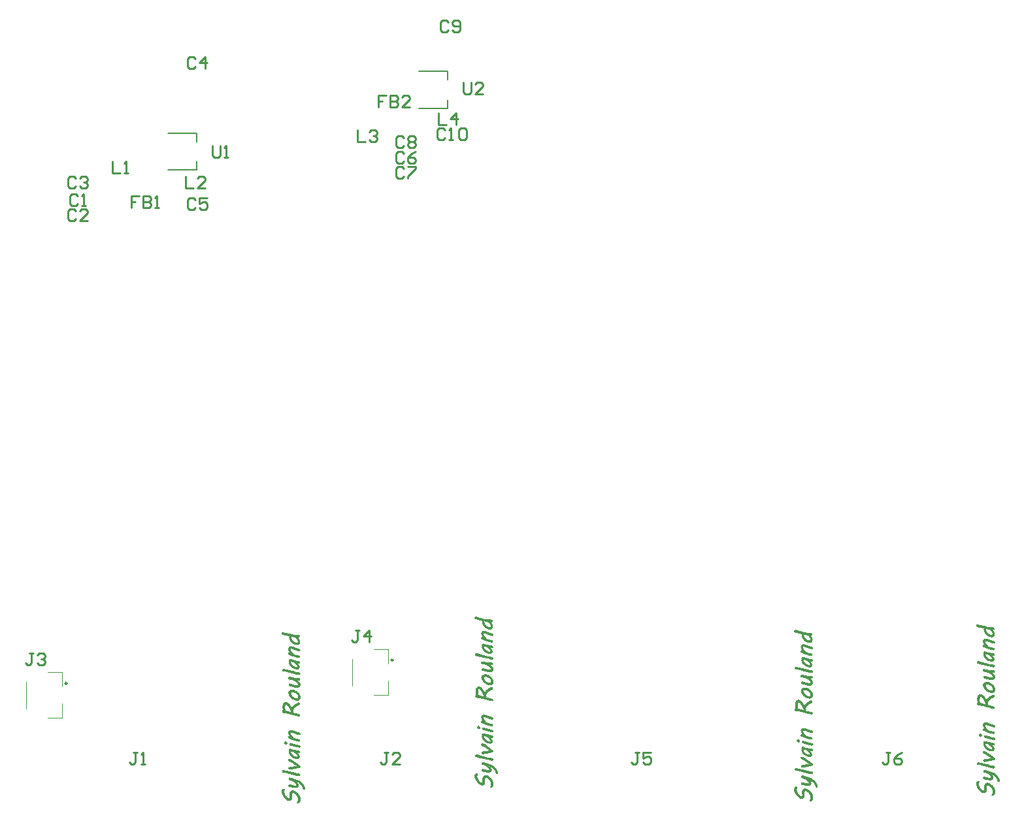
<source format=gto>
G04*
G04 #@! TF.GenerationSoftware,Altium Limited,Altium Designer,20.0.13 (296)*
G04*
G04 Layer_Color=65535*
%FSLAX44Y44*%
%MOMM*%
G71*
G01*
G75*
%ADD10C,0.2500*%
%ADD11C,0.2000*%
%ADD12C,0.1000*%
%ADD13C,0.2540*%
G36*
X1252923Y249130D02*
X1253016D01*
X1253293Y249038D01*
X1253710Y248945D01*
X1254311Y248852D01*
X1254358D01*
X1254450D01*
X1254635Y248806D01*
X1254820D01*
X1255422Y248760D01*
X1256070Y248667D01*
X1256116D01*
X1256209D01*
X1256394Y248621D01*
X1256625D01*
X1257227Y248575D01*
X1257921Y248482D01*
X1257968D01*
X1258060D01*
X1258245D01*
X1258430D01*
X1258939Y248436D01*
X1259495D01*
X1259541D01*
X1259633D01*
X1259819D01*
X1260050D01*
X1260605Y248343D01*
X1261207Y248251D01*
X1261253D01*
X1261438Y248204D01*
X1261670Y248112D01*
X1261901Y248019D01*
X1261947D01*
X1262086Y247927D01*
X1262225Y247834D01*
X1262410Y247696D01*
X1262457Y247649D01*
X1262503Y247557D01*
X1262595Y247418D01*
X1262688Y247186D01*
Y246955D01*
X1262734Y246724D01*
Y246168D01*
X1262688Y245891D01*
X1262642Y245613D01*
X1262595Y245567D01*
X1262549Y245474D01*
X1262271Y245150D01*
X1262225D01*
X1262133Y245058D01*
X1261855Y244965D01*
X1261809D01*
X1261716D01*
X1261392Y244919D01*
X1261346D01*
X1261207D01*
X1260929Y244872D01*
X1260914D01*
X1260976Y244780D01*
X1261022Y244734D01*
X1261068Y244595D01*
X1261207Y244410D01*
X1261346Y244178D01*
X1261392Y244132D01*
X1261438Y244039D01*
X1261577Y243808D01*
X1261716Y243577D01*
X1261762Y243530D01*
X1261809Y243391D01*
X1261901Y243253D01*
X1261947Y243114D01*
X1261994Y243068D01*
X1262086Y242882D01*
X1262225Y242605D01*
X1262410Y242327D01*
X1262457Y242235D01*
X1262503Y242050D01*
X1262642Y241726D01*
X1262781Y241355D01*
X1262827Y241263D01*
X1262873Y241031D01*
X1263012Y240707D01*
X1263104Y240291D01*
Y240198D01*
X1263151Y239921D01*
X1263197Y239550D01*
Y238856D01*
X1263151Y238671D01*
X1263104Y238208D01*
X1262966Y237699D01*
Y237653D01*
X1262919Y237607D01*
X1262781Y237329D01*
X1262549Y236912D01*
X1262225Y236496D01*
X1262179D01*
X1262133Y236403D01*
X1261855Y236172D01*
X1261485Y235894D01*
X1260976Y235617D01*
X1260929D01*
X1260837Y235570D01*
X1260698Y235524D01*
X1260467Y235478D01*
X1260235Y235385D01*
X1259911Y235339D01*
X1259217Y235293D01*
X1259171D01*
X1258986D01*
X1258754D01*
X1258523Y235339D01*
X1258476D01*
X1258291Y235385D01*
X1258014Y235432D01*
X1257690Y235478D01*
X1257644D01*
X1257551Y235524D01*
X1257412Y235570D01*
X1257181Y235617D01*
X1256672Y235756D01*
X1256070Y235987D01*
X1256024D01*
X1255931Y236033D01*
X1255746Y236126D01*
X1255561Y236218D01*
X1255052Y236496D01*
X1254450Y236820D01*
X1254404Y236866D01*
X1254311Y236912D01*
X1254126Y237005D01*
X1253941Y237144D01*
X1253432Y237514D01*
X1252877Y237977D01*
X1252831Y238023D01*
X1252738Y238116D01*
X1252599Y238255D01*
X1252414Y238440D01*
X1251905Y238902D01*
X1251396Y239550D01*
X1251350Y239597D01*
X1251303Y239643D01*
X1251072Y239921D01*
X1250794Y240337D01*
X1250470Y240846D01*
Y240893D01*
X1250378Y240985D01*
X1250331Y241124D01*
X1250239Y241263D01*
X1249961Y241726D01*
X1249730Y242235D01*
Y242281D01*
X1249684Y242373D01*
X1249637Y242512D01*
X1249545Y242651D01*
X1249360Y243114D01*
X1249221Y243623D01*
Y243669D01*
X1249174Y243762D01*
X1249128Y243901D01*
X1249082Y244086D01*
X1249036Y244548D01*
X1248989Y245104D01*
Y245428D01*
X1249036Y245706D01*
X1249082Y246029D01*
Y246076D01*
X1249128Y246261D01*
X1249221Y246400D01*
X1249313Y246446D01*
X1249221D01*
X1249082Y246492D01*
X1248897Y246539D01*
X1248573Y246631D01*
X1248110Y246770D01*
X1247508Y246909D01*
X1247185Y247048D01*
X1246768Y247140D01*
X1246722D01*
X1246675Y247186D01*
X1246537D01*
X1246351Y247279D01*
X1246120Y247325D01*
X1245842Y247418D01*
X1245518Y247464D01*
X1245102Y247603D01*
X1244685Y247696D01*
X1244223Y247834D01*
X1243714Y247973D01*
X1243112Y248112D01*
X1241862Y248390D01*
X1240428Y248760D01*
X1240381D01*
X1240335Y248806D01*
X1240150Y248899D01*
X1239873Y249084D01*
X1239595Y249315D01*
X1239548Y249361D01*
X1239410Y249593D01*
X1239317Y249871D01*
X1239271Y250241D01*
Y250426D01*
X1239317Y250611D01*
X1239363Y250842D01*
Y250889D01*
X1239410Y251074D01*
X1239456Y251259D01*
X1239595Y251490D01*
X1239641Y251537D01*
X1239734Y251675D01*
X1239919Y251814D01*
X1240150Y251953D01*
X1240196Y251999D01*
X1240381Y252046D01*
X1240659Y252092D01*
X1240983Y252138D01*
X1252923Y249130D01*
D02*
G37*
G36*
X1251951Y233580D02*
X1252275Y233534D01*
X1252645Y233488D01*
X1253525Y233303D01*
X1253571D01*
X1253710Y233256D01*
X1253988Y233164D01*
X1254265Y233071D01*
X1254635Y232979D01*
X1255052Y232794D01*
X1255977Y232470D01*
X1256024D01*
X1256209Y232377D01*
X1256440Y232285D01*
X1256811Y232192D01*
X1257227Y232007D01*
X1257690Y231868D01*
X1258245Y231637D01*
X1258801Y231452D01*
X1258847Y231405D01*
X1259078Y231359D01*
X1259356Y231266D01*
X1259772Y231128D01*
X1260235Y230942D01*
X1260744Y230804D01*
X1261901Y230434D01*
X1261947D01*
X1262133Y230341D01*
X1262410Y230248D01*
X1262642Y230110D01*
X1262688Y230063D01*
X1262827Y230017D01*
X1263012Y229878D01*
X1263151Y229693D01*
X1263197Y229647D01*
X1263243Y229554D01*
X1263336Y229369D01*
X1263428Y229138D01*
Y229091D01*
X1263475Y228953D01*
X1263521Y228721D01*
Y228305D01*
X1263475Y228027D01*
X1263382Y227703D01*
X1263243Y227379D01*
X1263197Y227333D01*
X1263012Y227240D01*
X1262734Y227101D01*
X1262364Y227055D01*
X1262271D01*
X1262040D01*
X1261716Y227101D01*
X1261300Y227194D01*
X1261253D01*
X1261207Y227240D01*
X1260883Y227286D01*
X1260467Y227425D01*
X1259957Y227564D01*
X1259911D01*
X1259819Y227610D01*
X1259680Y227657D01*
X1259495Y227703D01*
X1258986Y227888D01*
X1258430Y228073D01*
X1258384D01*
X1258291Y228120D01*
X1258106Y228212D01*
X1257921Y228305D01*
X1257366Y228490D01*
X1256718Y228767D01*
X1256672D01*
X1256579Y228814D01*
X1256440Y228906D01*
X1256209Y228953D01*
X1255746Y229138D01*
X1255283Y229323D01*
X1255237D01*
X1255191Y229369D01*
X1254913Y229508D01*
X1254543Y229647D01*
X1254080Y229786D01*
X1254034D01*
X1253988Y229832D01*
X1253663Y229924D01*
X1253293Y230063D01*
X1252877Y230156D01*
X1252831D01*
X1252784Y230202D01*
X1252507Y230248D01*
X1252183Y230295D01*
X1251859D01*
X1251766D01*
X1251627D01*
X1251396Y230248D01*
X1251211Y230156D01*
X1251164Y230110D01*
X1251072Y230063D01*
X1251026Y229878D01*
X1250979Y229647D01*
Y229554D01*
X1251026Y229369D01*
X1251072Y229045D01*
X1251211Y228629D01*
Y228582D01*
X1251257Y228536D01*
X1251396Y228258D01*
X1251581Y227888D01*
X1251859Y227472D01*
Y227425D01*
X1251905Y227379D01*
X1252090Y227101D01*
X1252414Y226685D01*
X1252784Y226176D01*
Y226129D01*
X1252877Y226083D01*
X1253108Y225759D01*
X1253432Y225389D01*
X1253849Y224926D01*
X1253895Y224880D01*
X1254034Y224695D01*
X1254219Y224464D01*
X1254404Y224232D01*
X1254450Y224186D01*
X1254543Y224047D01*
X1254635Y223908D01*
X1254728Y223723D01*
X1254774Y223677D01*
X1254913Y223631D01*
X1255145Y223492D01*
X1255515Y223353D01*
X1255561D01*
X1255607Y223307D01*
X1255885Y223214D01*
X1256255Y223075D01*
X1256718Y222890D01*
X1256764D01*
X1256811Y222844D01*
X1257088Y222751D01*
X1257505Y222659D01*
X1258014Y222474D01*
X1258060D01*
X1258153Y222427D01*
X1258245D01*
X1258430Y222381D01*
X1258847Y222242D01*
X1259309Y222150D01*
X1259356D01*
X1259495Y222103D01*
X1259680D01*
X1259911Y222057D01*
X1259957D01*
X1260096Y222011D01*
X1260281Y221964D01*
X1260513Y221918D01*
X1260559D01*
X1260698Y221872D01*
X1260929Y221826D01*
X1261253Y221779D01*
X1261346D01*
X1261531Y221733D01*
X1261809Y221687D01*
X1262133Y221594D01*
X1262179D01*
X1262364Y221502D01*
X1262549Y221409D01*
X1262734Y221270D01*
X1262781Y221224D01*
X1262827Y221131D01*
X1263058Y220854D01*
Y220807D01*
X1263104Y220715D01*
X1263151Y220437D01*
Y220021D01*
X1263104Y219697D01*
X1263012Y219327D01*
X1262827Y218956D01*
X1262781Y218864D01*
X1262549Y218725D01*
X1262364Y218632D01*
X1262179Y218586D01*
X1261901Y218493D01*
X1261577D01*
X1261531D01*
X1261438D01*
X1261161D01*
X1261114D01*
X1260976Y218540D01*
X1260652Y218632D01*
X1260605D01*
X1260420Y218679D01*
X1260143Y218771D01*
X1259772Y218818D01*
X1259402Y218910D01*
X1258939Y219003D01*
X1258060Y219234D01*
X1258014D01*
X1257875Y219280D01*
X1257644Y219373D01*
X1257366Y219419D01*
X1256672Y219650D01*
X1255931Y219882D01*
X1255885D01*
X1255746Y219928D01*
X1255561Y220021D01*
X1255330Y220067D01*
X1254774Y220252D01*
X1254126Y220483D01*
X1254080D01*
X1253988Y220530D01*
X1253802Y220622D01*
X1253571Y220715D01*
X1252969Y220900D01*
X1252275Y221178D01*
X1252229D01*
X1252090Y221270D01*
X1251905Y221317D01*
X1251674Y221409D01*
X1251118Y221640D01*
X1250563Y221872D01*
X1250517D01*
X1250424Y221918D01*
X1250239Y222011D01*
X1250007Y222103D01*
X1249730Y222196D01*
X1249360Y222335D01*
X1248989Y222474D01*
X1248527Y222612D01*
X1248480Y222659D01*
X1248295Y222751D01*
X1248156Y222936D01*
X1247971Y223214D01*
Y223260D01*
X1247925Y223307D01*
X1247832Y223538D01*
X1247786Y223862D01*
X1247740Y224232D01*
Y224325D01*
X1247786Y224602D01*
X1247879Y224973D01*
X1248064Y225343D01*
Y225389D01*
X1248110Y225435D01*
X1248295Y225620D01*
X1248573Y225759D01*
X1248758Y225852D01*
X1248989D01*
X1249036D01*
X1249221Y225806D01*
X1249267D01*
X1249313Y225759D01*
X1249452Y225713D01*
X1249637Y225620D01*
X1250248Y225287D01*
X1250146Y225389D01*
X1249961Y225574D01*
X1249776Y225806D01*
X1249730Y225852D01*
X1249684Y225944D01*
X1249591Y226083D01*
X1249452Y226268D01*
X1249128Y226731D01*
X1248850Y227240D01*
Y227286D01*
X1248758Y227379D01*
X1248712Y227518D01*
X1248619Y227703D01*
X1248388Y228166D01*
X1248203Y228721D01*
Y228767D01*
X1248156Y228860D01*
X1248110Y228999D01*
X1248064Y229230D01*
X1247971Y229739D01*
X1247925Y230295D01*
Y230526D01*
X1247971Y230804D01*
X1248018Y231174D01*
X1248156Y231544D01*
X1248295Y231961D01*
X1248527Y232331D01*
X1248804Y232701D01*
X1248850Y232747D01*
X1248943Y232840D01*
X1249174Y232979D01*
X1249452Y233164D01*
X1249776Y233349D01*
X1250239Y233488D01*
X1250748Y233580D01*
X1251350Y233627D01*
X1251396D01*
X1251535D01*
X1251720D01*
X1251951Y233580D01*
D02*
G37*
G36*
X1251026Y217059D02*
X1251303Y216966D01*
X1251350D01*
X1251535Y216920D01*
X1251766Y216828D01*
X1251998Y216735D01*
X1259819Y214791D01*
X1259865D01*
X1259911D01*
X1260189Y214745D01*
X1260559D01*
X1260976Y214699D01*
X1261022D01*
X1261068D01*
X1261300Y214652D01*
X1261624Y214606D01*
X1261994Y214514D01*
X1262040D01*
X1262086Y214467D01*
X1262364Y214375D01*
X1262410D01*
X1262503Y214328D01*
X1262827Y214097D01*
X1262873Y214051D01*
X1262966Y214004D01*
X1263058Y213866D01*
X1263197Y213634D01*
Y213588D01*
X1263243Y213449D01*
X1263289Y213218D01*
X1263336Y212894D01*
Y212616D01*
X1263289Y212339D01*
X1263243Y212061D01*
Y212015D01*
X1263197Y211876D01*
X1263058Y211505D01*
X1263012Y211459D01*
X1262966Y211413D01*
X1262734Y211228D01*
X1262688D01*
X1262595D01*
X1262410Y211182D01*
X1262225D01*
X1262133D01*
X1261901D01*
X1261577Y211228D01*
X1261161Y211274D01*
X1261114D01*
X1261068Y211320D01*
X1260790Y211367D01*
X1260420Y211413D01*
X1260050D01*
X1260189Y211367D01*
X1260467Y211182D01*
X1260605Y211043D01*
X1260790Y210858D01*
Y210811D01*
X1260883Y210765D01*
X1261114Y210487D01*
X1261392Y210071D01*
X1261762Y209608D01*
Y209562D01*
X1261809Y209515D01*
X1261901Y209377D01*
X1261994Y209191D01*
X1262271Y208775D01*
X1262503Y208266D01*
Y208220D01*
X1262549Y208127D01*
X1262595Y208034D01*
X1262642Y207849D01*
X1262781Y207433D01*
X1262827Y206970D01*
Y206646D01*
X1262781Y206369D01*
X1262688Y205998D01*
X1262642Y205906D01*
X1262595Y205721D01*
X1262457Y205489D01*
X1262318Y205212D01*
X1262271Y205165D01*
X1262179Y205073D01*
X1262040Y204934D01*
X1261901Y204749D01*
X1261438Y204332D01*
X1260976Y204008D01*
X1260929D01*
X1260837Y203962D01*
X1260698Y203916D01*
X1260513Y203823D01*
X1260004Y203684D01*
X1259356Y203638D01*
X1259263D01*
X1259078D01*
X1258847D01*
X1258569Y203684D01*
X1258476D01*
X1258338Y203731D01*
X1258060Y203823D01*
X1257829Y203869D01*
X1257782D01*
X1257690Y203916D01*
X1257551D01*
X1257366Y204008D01*
X1256903Y204147D01*
X1256255Y204332D01*
X1255515Y204610D01*
X1254728Y204980D01*
X1253941Y205397D01*
X1253155Y205859D01*
X1253108D01*
X1253062Y205906D01*
X1252831Y206137D01*
X1252414Y206415D01*
X1251951Y206831D01*
X1251396Y207340D01*
X1250841Y207942D01*
X1250239Y208636D01*
X1249684Y209377D01*
X1249637Y209423D01*
X1249591Y209515D01*
X1249498Y209701D01*
X1249360Y209886D01*
X1249128Y210441D01*
X1248943Y211043D01*
Y211089D01*
X1248897Y211182D01*
Y211367D01*
X1248850Y211598D01*
X1248804Y212107D01*
X1248758Y212709D01*
Y213172D01*
X1248804Y213449D01*
Y213542D01*
X1248850Y213727D01*
Y213958D01*
X1248897Y214190D01*
Y214236D01*
X1248850Y214375D01*
X1248804Y214745D01*
Y214791D01*
X1248758Y214884D01*
Y215532D01*
X1248804Y215809D01*
X1248897Y216087D01*
X1248943Y216133D01*
X1248989Y216318D01*
X1249128Y216504D01*
X1249313Y216689D01*
X1249360Y216735D01*
X1249452Y216828D01*
X1249637Y216920D01*
X1249869Y217013D01*
X1249915D01*
X1250054Y217059D01*
X1250239Y217105D01*
X1250470D01*
X1250563D01*
X1250748D01*
X1251026Y217059D01*
D02*
G37*
G36*
X1241770Y204425D02*
X1241816D01*
X1241862D01*
X1242140Y204379D01*
X1256996Y200676D01*
X1257042D01*
X1257134Y200630D01*
X1257320Y200584D01*
X1257551Y200537D01*
X1258106Y200445D01*
X1258662Y200306D01*
X1258708D01*
X1258801D01*
X1258939Y200260D01*
X1259078Y200213D01*
X1259541Y200167D01*
X1259957Y200075D01*
X1260281D01*
X1260374D01*
X1260559D01*
X1260883Y200028D01*
X1261300Y199982D01*
X1261346D01*
X1261392D01*
X1261624Y199936D01*
X1261994Y199890D01*
X1262364Y199751D01*
X1262457Y199704D01*
X1262642Y199658D01*
X1262919Y199473D01*
X1263197Y199242D01*
X1263243Y199195D01*
X1263382Y198964D01*
X1263521Y198686D01*
X1263567Y198270D01*
Y198177D01*
X1263521Y197992D01*
X1263475Y197668D01*
X1263336Y197390D01*
X1263289Y197344D01*
X1263197Y197159D01*
X1263058Y196974D01*
X1262873Y196789D01*
X1262827Y196742D01*
X1262688Y196696D01*
X1262457Y196557D01*
X1262225Y196465D01*
X1262179D01*
X1261994Y196419D01*
X1261762Y196372D01*
X1261531D01*
X1261485D01*
X1261346D01*
X1261161D01*
X1260883Y196419D01*
X1260837D01*
X1260652Y196465D01*
X1260467D01*
X1260281Y196511D01*
X1260235D01*
X1260096Y196557D01*
X1259865Y196604D01*
X1259541Y196650D01*
X1259495D01*
X1259448D01*
X1259263Y196696D01*
X1259124Y196789D01*
X1259032D01*
Y196835D01*
X1243575Y200676D01*
X1243529D01*
X1243482D01*
X1243251Y200723D01*
X1242881D01*
X1242464Y200769D01*
X1242418D01*
X1242372D01*
X1242094Y200861D01*
X1241724Y200908D01*
X1241307Y201046D01*
X1241261D01*
X1241215Y201093D01*
X1240983Y201185D01*
X1240659Y201324D01*
X1240381Y201556D01*
X1240335Y201602D01*
X1240150Y201787D01*
X1240011Y202065D01*
X1239965Y202481D01*
Y202666D01*
X1240011Y202851D01*
X1240058Y203083D01*
Y203129D01*
X1240104Y203268D01*
X1240196Y203499D01*
X1240335Y203731D01*
X1240381Y203777D01*
X1240474Y203916D01*
X1240613Y204101D01*
X1240798Y204286D01*
X1240844Y204332D01*
X1240983Y204425D01*
X1241168Y204471D01*
X1241446Y204517D01*
X1241538D01*
X1241770Y204425D01*
D02*
G37*
G36*
X1250146Y194058D02*
X1250378D01*
X1250655Y194012D01*
X1251350Y193873D01*
X1251396D01*
X1251535Y193827D01*
X1251720D01*
X1251951Y193734D01*
X1252553Y193642D01*
X1253201Y193457D01*
X1253247D01*
X1253293D01*
X1253571Y193364D01*
X1253941Y193272D01*
X1254404Y193179D01*
X1254450D01*
X1254497D01*
X1254774Y193086D01*
X1255145Y193040D01*
X1255561Y192948D01*
X1255607D01*
X1255654D01*
X1255885Y192901D01*
X1256255Y192855D01*
X1256672Y192763D01*
X1256718D01*
X1256764D01*
X1256996D01*
X1257320Y192716D01*
X1257690D01*
X1257736D01*
X1257829D01*
X1257968D01*
X1258199D01*
X1258662D01*
X1259263Y192763D01*
X1259309D01*
X1259402D01*
X1259541D01*
X1259726Y192809D01*
X1260235D01*
X1260790D01*
X1260837D01*
X1260976D01*
X1261207D01*
X1261485Y192763D01*
X1261531D01*
X1261670D01*
X1261855D01*
X1261994Y192716D01*
X1262040D01*
X1262086Y192670D01*
X1262364Y192577D01*
X1262688Y192392D01*
X1263012Y192161D01*
X1263058Y192115D01*
X1263151Y191929D01*
X1263289Y191559D01*
X1263336Y191096D01*
Y190819D01*
X1263289Y190541D01*
X1263197Y190264D01*
Y190217D01*
X1263104Y190078D01*
X1263058Y189893D01*
X1262919Y189754D01*
X1262873Y189708D01*
X1262781Y189662D01*
X1262642Y189569D01*
X1262457Y189523D01*
X1262410D01*
X1262271Y189477D01*
X1261947Y189431D01*
X1259896Y189317D01*
X1260189Y189060D01*
X1260744Y188644D01*
X1260790Y188597D01*
X1260883Y188551D01*
X1261022Y188412D01*
X1261207Y188274D01*
X1261716Y187857D01*
X1262225Y187348D01*
X1262271Y187302D01*
X1262318Y187209D01*
X1262457Y187070D01*
X1262642Y186885D01*
X1263012Y186376D01*
X1263382Y185728D01*
Y185682D01*
X1263475Y185589D01*
X1263521Y185404D01*
X1263614Y185173D01*
X1263706Y184895D01*
X1263752Y184571D01*
X1263845Y183831D01*
Y183646D01*
X1263799Y183461D01*
X1263706Y183229D01*
Y183183D01*
X1263660Y183044D01*
X1263567Y182813D01*
X1263475Y182535D01*
X1263428Y182489D01*
X1263382Y182350D01*
X1263289Y182118D01*
X1263151Y181887D01*
X1263104Y181841D01*
X1263012Y181702D01*
X1262919Y181517D01*
X1262781Y181378D01*
X1262734Y181332D01*
X1262642Y181239D01*
X1262457Y181100D01*
X1262225Y180915D01*
X1261670Y180499D01*
X1261346Y180267D01*
X1260976Y180128D01*
X1260929D01*
X1260790Y180082D01*
X1260605Y180036D01*
X1260328Y179943D01*
X1260050Y179897D01*
X1259680Y179804D01*
X1258939Y179758D01*
X1258893D01*
X1258847D01*
X1258569D01*
X1258199Y179804D01*
X1257782Y179851D01*
X1257736D01*
X1257690D01*
X1257458Y179897D01*
X1257088Y179990D01*
X1256718Y180036D01*
X1256672D01*
X1256625Y180082D01*
X1256394Y180128D01*
X1256070Y180221D01*
X1255746Y180313D01*
X1255654Y180360D01*
X1255468Y180406D01*
X1255191Y180452D01*
X1254913Y180545D01*
X1254867D01*
X1254774Y180591D01*
X1254635Y180637D01*
X1254404Y180730D01*
X1254173Y180776D01*
X1253849Y180869D01*
X1253155Y181054D01*
X1253108D01*
X1252969Y181100D01*
X1252784Y181147D01*
X1252553Y181193D01*
X1251998Y181332D01*
X1251488Y181424D01*
X1251442D01*
X1251396Y181471D01*
X1251118Y181517D01*
X1250748Y181609D01*
X1250378Y181702D01*
X1250285Y181748D01*
X1250100Y181794D01*
X1249869Y181841D01*
X1249591Y181933D01*
X1249545D01*
X1249406Y181980D01*
X1249128Y182165D01*
X1249082Y182211D01*
X1248989Y182257D01*
X1248758Y182442D01*
X1248712Y182489D01*
X1248665Y182535D01*
X1248573Y182766D01*
Y182813D01*
X1248527Y182859D01*
X1248480Y183090D01*
Y183229D01*
X1248527Y183507D01*
Y183646D01*
X1248573Y183923D01*
Y183970D01*
X1248619Y184108D01*
X1248665Y184386D01*
Y184479D01*
X1248758Y184710D01*
X1248897Y184941D01*
X1249128Y185173D01*
X1249174Y185219D01*
X1249360Y185312D01*
X1249637Y185358D01*
X1250007Y185404D01*
X1250054D01*
X1250239D01*
X1250517Y185358D01*
X1250794Y185265D01*
X1250887D01*
X1251118Y185173D01*
X1251442Y185080D01*
X1251905Y184941D01*
X1252368Y184803D01*
X1252923Y184664D01*
X1253478Y184479D01*
X1253988Y184340D01*
X1254034D01*
X1254219Y184293D01*
X1254450Y184201D01*
X1254774Y184108D01*
X1255468Y183877D01*
X1256255Y183646D01*
X1256301D01*
X1256394Y183599D01*
X1256579Y183553D01*
X1256811Y183507D01*
X1257273Y183368D01*
X1257782Y183229D01*
X1257829D01*
X1257875D01*
X1258106Y183183D01*
X1258384Y183137D01*
X1258662Y183090D01*
X1258708D01*
X1258847D01*
X1259078D01*
X1259356Y183137D01*
X1259402D01*
X1259541Y183183D01*
X1259726Y183275D01*
X1259957Y183368D01*
X1260004Y183414D01*
X1260096Y183461D01*
X1260420Y183692D01*
Y183738D01*
X1260467Y183831D01*
X1260513Y183970D01*
X1260559Y184108D01*
Y184201D01*
X1260513Y184432D01*
X1260420Y184756D01*
X1260235Y185173D01*
Y185219D01*
X1260189Y185265D01*
X1260004Y185543D01*
X1259726Y185913D01*
X1259356Y186330D01*
X1259309Y186376D01*
X1259263Y186422D01*
X1258986Y186700D01*
X1258615Y187024D01*
X1258199Y187348D01*
X1258153D01*
X1258106Y187440D01*
X1257829Y187626D01*
X1257505Y187857D01*
X1257181Y188088D01*
X1256394Y188505D01*
X1256348D01*
X1256301Y188551D01*
X1255977Y188690D01*
X1255561Y188875D01*
X1255052Y189107D01*
X1255006D01*
X1254913Y189153D01*
X1254774Y189245D01*
X1254543Y189292D01*
X1254034Y189477D01*
X1253478Y189662D01*
X1253432D01*
X1253340Y189708D01*
X1253155Y189754D01*
X1252969Y189801D01*
X1252460Y189939D01*
X1251905Y190032D01*
X1251859D01*
X1251766Y190078D01*
X1251488Y190125D01*
X1251072Y190217D01*
X1250702Y190310D01*
X1248804Y190680D01*
X1248758D01*
X1248712Y190726D01*
X1248434Y190772D01*
X1248110Y190958D01*
X1247832Y191143D01*
X1247786Y191189D01*
X1247694Y191420D01*
X1247601Y191744D01*
X1247555Y192207D01*
Y192485D01*
X1247601Y192716D01*
X1247647Y192994D01*
Y193040D01*
X1247740Y193225D01*
X1247832Y193410D01*
X1248018Y193596D01*
X1248064Y193642D01*
X1248203Y193734D01*
X1248434Y193873D01*
X1248712Y193966D01*
X1248758Y194012D01*
X1248989Y194058D01*
X1249267Y194105D01*
X1249684D01*
X1249730D01*
X1249776D01*
X1249961D01*
X1250146Y194058D01*
D02*
G37*
G36*
X1254126Y177398D02*
X1254497Y177352D01*
X1254913Y177305D01*
X1255839Y177074D01*
X1255885D01*
X1256070Y177028D01*
X1256301Y176935D01*
X1256625Y176796D01*
X1256996Y176658D01*
X1257412Y176472D01*
X1258291Y175963D01*
X1258338Y175917D01*
X1258476Y175825D01*
X1258708Y175686D01*
X1258986Y175501D01*
X1259356Y175269D01*
X1259726Y174991D01*
X1260559Y174297D01*
X1260605Y174251D01*
X1260744Y174112D01*
X1260929Y173927D01*
X1261207Y173649D01*
X1261485Y173325D01*
X1261809Y172955D01*
X1262503Y172076D01*
X1262549Y172030D01*
X1262595Y171937D01*
X1262688Y171752D01*
X1262827Y171521D01*
X1262966Y171243D01*
X1263104Y170965D01*
X1263382Y170225D01*
Y170179D01*
X1263428Y170040D01*
X1263475Y169855D01*
X1263521Y169577D01*
X1263614Y169207D01*
X1263660Y168836D01*
X1263706Y167957D01*
Y167494D01*
X1263660Y167217D01*
X1263567Y166523D01*
X1263382Y165828D01*
Y165782D01*
X1263336Y165689D01*
X1263243Y165504D01*
X1263151Y165319D01*
X1262873Y164810D01*
X1262503Y164301D01*
X1262457Y164255D01*
X1262410Y164209D01*
X1262271Y164116D01*
X1262086Y163977D01*
X1261624Y163699D01*
X1261068Y163422D01*
X1261022D01*
X1260929Y163375D01*
X1260744Y163329D01*
X1260513Y163283D01*
X1260235Y163237D01*
X1259911Y163190D01*
X1259171Y163144D01*
X1259124D01*
X1258986D01*
X1258801D01*
X1258569Y163190D01*
X1258245D01*
X1257921Y163283D01*
X1257134Y163422D01*
X1257088D01*
X1256949Y163468D01*
X1256764Y163514D01*
X1256533Y163607D01*
X1256255Y163699D01*
X1255931Y163792D01*
X1255191Y164116D01*
X1255145D01*
X1255006Y164209D01*
X1254774Y164301D01*
X1254543Y164440D01*
X1254219Y164625D01*
X1253849Y164856D01*
X1253062Y165366D01*
X1253016Y165412D01*
X1252877Y165504D01*
X1252692Y165689D01*
X1252414Y165875D01*
X1252090Y166152D01*
X1251720Y166476D01*
X1250979Y167217D01*
X1250933Y167263D01*
X1250794Y167402D01*
X1250609Y167633D01*
X1250378Y167957D01*
X1250054Y168327D01*
X1249730Y168744D01*
X1249406Y169253D01*
X1249082Y169762D01*
X1249036Y169808D01*
X1248989Y169947D01*
X1248850Y170179D01*
X1248758Y170502D01*
Y170549D01*
X1248712Y170595D01*
X1248665Y170826D01*
X1248619Y171104D01*
X1248573Y171382D01*
X1248527Y171428D01*
X1248480Y171474D01*
X1248388Y171613D01*
X1248249Y171845D01*
X1248110Y172076D01*
X1248018Y172354D01*
X1247971Y172724D01*
X1247925Y173094D01*
Y173325D01*
X1247971Y173557D01*
X1248018Y173834D01*
X1248203Y174529D01*
X1248342Y174899D01*
X1248573Y175223D01*
X1248619Y175269D01*
X1248665Y175362D01*
X1248804Y175547D01*
X1248989Y175732D01*
X1249267Y175963D01*
X1249545Y176195D01*
X1249869Y176426D01*
X1250285Y176658D01*
X1250331Y176704D01*
X1250470Y176750D01*
X1250702Y176889D01*
X1250933Y176982D01*
X1250979Y177028D01*
X1251118Y177074D01*
X1251350Y177120D01*
X1251627Y177213D01*
X1251674Y177259D01*
X1251859Y177305D01*
X1252136Y177352D01*
X1252414Y177398D01*
X1252507D01*
X1252692Y177444D01*
X1252969D01*
X1253340D01*
X1253386D01*
X1253571D01*
X1253802D01*
X1254126Y177398D01*
D02*
G37*
G36*
X1245565Y161571D02*
X1246213Y161432D01*
X1246907Y161154D01*
X1246953Y161108D01*
X1247092Y161062D01*
X1247277Y160923D01*
X1247508Y160784D01*
X1248156Y160275D01*
X1248850Y159673D01*
X1248897Y159627D01*
X1248989Y159534D01*
X1249174Y159303D01*
X1249406Y159072D01*
X1249637Y158748D01*
X1249915Y158424D01*
X1250517Y157591D01*
X1250563Y157498D01*
X1250702Y157267D01*
X1250933Y156943D01*
X1251164Y156526D01*
Y156480D01*
X1251211Y156434D01*
X1251350Y156156D01*
X1251535Y155786D01*
X1251766Y155369D01*
Y155323D01*
X1251812Y155277D01*
X1251951Y155045D01*
X1252136Y154675D01*
X1252321Y154305D01*
X1252368Y154212D01*
X1252460Y154027D01*
X1252489Y153912D01*
X1252507Y153981D01*
X1252599Y154259D01*
X1252784Y154629D01*
Y154675D01*
X1252831Y154721D01*
X1252969Y154953D01*
X1253201Y155323D01*
X1253478Y155693D01*
Y155739D01*
X1253525Y155786D01*
X1253756Y156063D01*
X1254034Y156434D01*
X1254450Y156850D01*
X1254497Y156896D01*
X1254543Y156943D01*
X1254820Y157220D01*
X1255237Y157591D01*
X1255792Y158053D01*
X1255839Y158100D01*
X1255931Y158146D01*
X1256116Y158285D01*
X1256301Y158424D01*
X1256579Y158609D01*
X1256903Y158840D01*
X1257690Y159303D01*
X1257736Y159349D01*
X1257875Y159396D01*
X1258106Y159534D01*
X1258430Y159719D01*
X1258801Y159905D01*
X1259263Y160136D01*
X1259726Y160367D01*
X1260281Y160645D01*
X1260374Y160691D01*
X1260559Y160784D01*
X1260837Y160830D01*
X1261161Y160876D01*
X1261207D01*
X1261392D01*
X1261624Y160830D01*
X1261901Y160738D01*
X1261947Y160691D01*
X1262086Y160645D01*
X1262318Y160506D01*
X1262549Y160321D01*
X1262595Y160275D01*
X1262688Y160182D01*
X1262873Y159951D01*
X1263012Y159719D01*
Y159673D01*
X1263058Y159488D01*
X1263104Y159210D01*
X1263151Y158933D01*
Y158840D01*
X1263104Y158516D01*
X1262966Y158192D01*
X1262734Y157822D01*
X1262642Y157776D01*
X1262410Y157591D01*
X1262086Y157359D01*
X1261670Y157128D01*
X1261624D01*
X1261577Y157082D01*
X1261438Y156989D01*
X1261253Y156943D01*
X1260790Y156711D01*
X1260235Y156480D01*
X1260189D01*
X1260096Y156434D01*
X1259957Y156341D01*
X1259726Y156249D01*
X1259217Y156017D01*
X1258662Y155693D01*
X1258615Y155647D01*
X1258523Y155601D01*
X1258338Y155462D01*
X1258153Y155323D01*
X1257644Y154953D01*
X1257088Y154490D01*
X1257042Y154444D01*
X1256949Y154397D01*
X1256811Y154259D01*
X1256625Y154120D01*
X1256209Y153703D01*
X1255792Y153194D01*
X1255746Y153148D01*
X1255700Y153055D01*
X1255607Y152916D01*
X1255468Y152778D01*
X1255191Y152315D01*
X1254913Y151760D01*
Y151713D01*
X1254867Y151621D01*
X1254820Y151482D01*
X1254728Y151343D01*
X1254635Y150880D01*
X1254589Y150371D01*
Y149908D01*
X1254635Y149631D01*
X1254682Y149353D01*
Y149307D01*
X1254728Y149122D01*
X1254774Y148844D01*
X1254820Y148566D01*
Y148520D01*
X1254774Y148474D01*
X1254635Y148196D01*
X1254450Y147918D01*
X1254173Y147641D01*
X1254080Y147594D01*
X1253849Y147548D01*
X1253525Y147456D01*
X1253155Y147409D01*
X1253247D01*
X1257690Y146854D01*
X1257736D01*
X1257875Y146808D01*
X1258060Y146761D01*
X1258338Y146669D01*
X1258430D01*
X1258615Y146623D01*
X1258893Y146530D01*
X1259217Y146438D01*
X1259309D01*
X1259495Y146345D01*
X1259772Y146252D01*
X1260143Y146160D01*
X1260235D01*
X1260467Y146067D01*
X1260744Y145975D01*
X1261114Y145882D01*
X1261161D01*
X1261346Y145836D01*
X1261624Y145789D01*
X1261901Y145697D01*
X1261947D01*
X1262086Y145651D01*
X1262457Y145558D01*
X1262549Y145512D01*
X1262734Y145373D01*
X1262966Y145142D01*
X1263151Y144864D01*
X1263197Y144818D01*
X1263243Y144633D01*
X1263336Y144355D01*
X1263382Y144031D01*
Y143892D01*
X1263336Y143753D01*
Y143568D01*
X1263197Y143198D01*
X1263058Y143013D01*
X1262919Y142874D01*
X1262827Y142828D01*
X1262595Y142735D01*
X1262271Y142596D01*
X1261855Y142550D01*
X1261809D01*
X1261670D01*
X1261392D01*
X1261346D01*
X1261253Y142596D01*
X1261068D01*
X1260883Y142643D01*
X1260837D01*
X1260744Y142689D01*
X1260559Y142735D01*
X1260328Y142781D01*
X1260050Y142874D01*
X1259680Y142966D01*
X1259309Y143059D01*
X1258847Y143152D01*
X1257875Y143429D01*
X1256764Y143707D01*
X1255607Y144031D01*
X1254358Y144355D01*
X1254311D01*
X1254219Y144401D01*
X1254034Y144447D01*
X1253802Y144494D01*
X1253478Y144586D01*
X1253108Y144679D01*
X1252692Y144818D01*
X1252229Y144910D01*
X1251211Y145188D01*
X1250054Y145512D01*
X1248804Y145836D01*
X1247508Y146160D01*
X1247462D01*
X1247277Y146206D01*
X1246999Y146299D01*
X1246722Y146345D01*
X1246629D01*
X1246444Y146391D01*
X1246213Y146484D01*
X1245889Y146530D01*
X1245796D01*
X1245611Y146576D01*
X1245380Y146623D01*
X1245056Y146669D01*
X1244963D01*
X1244778Y146715D01*
X1244547D01*
X1244269D01*
X1244223D01*
X1244084D01*
X1243899D01*
X1243667Y146669D01*
X1243621D01*
X1243482D01*
X1243251Y146623D01*
X1242973D01*
X1242927D01*
X1242742D01*
X1242464Y146669D01*
X1242094Y146761D01*
X1242048D01*
X1241955Y146808D01*
X1241770Y146854D01*
X1241585Y146946D01*
X1241122Y147132D01*
X1240705Y147456D01*
X1240659Y147502D01*
X1240613Y147548D01*
X1240520Y147687D01*
X1240428Y147826D01*
X1240243Y148289D01*
X1240150Y148613D01*
Y149168D01*
X1240196Y149399D01*
X1240243Y149631D01*
Y149677D01*
X1240289Y149862D01*
X1240335Y150093D01*
X1240428Y150325D01*
Y150371D01*
X1240474Y150510D01*
X1240520Y150741D01*
X1240613Y150973D01*
Y151204D01*
X1240659Y151389D01*
Y152222D01*
X1240613Y152361D01*
Y152546D01*
X1240567Y152824D01*
Y152870D01*
X1240520Y153102D01*
Y153842D01*
X1240474Y154120D01*
Y155554D01*
X1240520Y155971D01*
Y156387D01*
X1240567Y156758D01*
X1240659Y157220D01*
Y157313D01*
X1240752Y157591D01*
X1240844Y158007D01*
X1240983Y158470D01*
Y158516D01*
X1241029Y158609D01*
X1241122Y158886D01*
X1241307Y159303D01*
X1241538Y159719D01*
Y159766D01*
X1241585Y159812D01*
X1241770Y160090D01*
X1242094Y160414D01*
X1242464Y160738D01*
X1242557Y160830D01*
X1242788Y161015D01*
X1243204Y161247D01*
X1243714Y161432D01*
X1243760Y161478D01*
X1243945Y161524D01*
X1244176Y161571D01*
X1244408D01*
X1244454D01*
X1244593Y161617D01*
X1244963D01*
X1245009D01*
X1245148D01*
X1245333D01*
X1245565Y161571D01*
D02*
G37*
G36*
X1251951Y125057D02*
X1252275Y125010D01*
X1252645Y124964D01*
X1253525Y124779D01*
X1253571D01*
X1253710Y124733D01*
X1253988Y124640D01*
X1254265Y124548D01*
X1254635Y124455D01*
X1255052Y124270D01*
X1255977Y123946D01*
X1256024D01*
X1256209Y123853D01*
X1256440Y123761D01*
X1256811Y123668D01*
X1257227Y123483D01*
X1257690Y123344D01*
X1258245Y123113D01*
X1258801Y122928D01*
X1258847Y122881D01*
X1259078Y122835D01*
X1259356Y122743D01*
X1259772Y122604D01*
X1260235Y122419D01*
X1260744Y122280D01*
X1261901Y121910D01*
X1261947D01*
X1262133Y121817D01*
X1262410Y121725D01*
X1262642Y121586D01*
X1262688Y121539D01*
X1262827Y121493D01*
X1263012Y121354D01*
X1263151Y121169D01*
X1263197Y121123D01*
X1263243Y121030D01*
X1263336Y120845D01*
X1263428Y120614D01*
Y120568D01*
X1263475Y120429D01*
X1263521Y120197D01*
Y119781D01*
X1263475Y119503D01*
X1263382Y119179D01*
X1263243Y118855D01*
X1263197Y118809D01*
X1263012Y118716D01*
X1262734Y118578D01*
X1262364Y118531D01*
X1262271D01*
X1262040D01*
X1261716Y118578D01*
X1261300Y118670D01*
X1261253D01*
X1261207Y118716D01*
X1260883Y118763D01*
X1260467Y118902D01*
X1259957Y119040D01*
X1259911D01*
X1259819Y119087D01*
X1259680Y119133D01*
X1259495Y119179D01*
X1258986Y119364D01*
X1258430Y119550D01*
X1258384D01*
X1258291Y119596D01*
X1258106Y119688D01*
X1257921Y119781D01*
X1257366Y119966D01*
X1256718Y120244D01*
X1256672D01*
X1256579Y120290D01*
X1256440Y120382D01*
X1256209Y120429D01*
X1255746Y120614D01*
X1255283Y120799D01*
X1255237D01*
X1255191Y120845D01*
X1254913Y120984D01*
X1254543Y121123D01*
X1254080Y121262D01*
X1254034D01*
X1253988Y121308D01*
X1253663Y121401D01*
X1253293Y121539D01*
X1252877Y121632D01*
X1252831D01*
X1252784Y121678D01*
X1252507Y121725D01*
X1252183Y121771D01*
X1251859D01*
X1251766D01*
X1251627D01*
X1251396Y121725D01*
X1251211Y121632D01*
X1251164Y121586D01*
X1251072Y121539D01*
X1251026Y121354D01*
X1250979Y121123D01*
Y121030D01*
X1251026Y120845D01*
X1251072Y120521D01*
X1251211Y120105D01*
Y120058D01*
X1251257Y120012D01*
X1251396Y119735D01*
X1251581Y119364D01*
X1251859Y118948D01*
Y118902D01*
X1251905Y118855D01*
X1252090Y118578D01*
X1252414Y118161D01*
X1252784Y117652D01*
Y117606D01*
X1252877Y117559D01*
X1253108Y117235D01*
X1253432Y116865D01*
X1253849Y116403D01*
X1253895Y116356D01*
X1254034Y116171D01*
X1254219Y115940D01*
X1254404Y115708D01*
X1254450Y115662D01*
X1254543Y115523D01*
X1254635Y115384D01*
X1254728Y115199D01*
X1254774Y115153D01*
X1254913Y115107D01*
X1255145Y114968D01*
X1255515Y114829D01*
X1255561D01*
X1255607Y114783D01*
X1255885Y114690D01*
X1256255Y114551D01*
X1256718Y114366D01*
X1256764D01*
X1256811Y114320D01*
X1257088Y114227D01*
X1257505Y114135D01*
X1258014Y113950D01*
X1258060D01*
X1258153Y113904D01*
X1258245D01*
X1258430Y113857D01*
X1258847Y113718D01*
X1259309Y113626D01*
X1259356D01*
X1259495Y113580D01*
X1259680D01*
X1259911Y113533D01*
X1259957D01*
X1260096Y113487D01*
X1260281Y113441D01*
X1260513Y113394D01*
X1260559D01*
X1260698Y113348D01*
X1260929Y113302D01*
X1261253Y113256D01*
X1261346D01*
X1261531Y113209D01*
X1261809Y113163D01*
X1262133Y113070D01*
X1262179D01*
X1262364Y112978D01*
X1262549Y112885D01*
X1262734Y112746D01*
X1262781Y112700D01*
X1262827Y112608D01*
X1263058Y112330D01*
Y112284D01*
X1263104Y112191D01*
X1263151Y111913D01*
Y111497D01*
X1263104Y111173D01*
X1263012Y110803D01*
X1262827Y110433D01*
X1262781Y110340D01*
X1262549Y110201D01*
X1262364Y110109D01*
X1262179Y110062D01*
X1261901Y109970D01*
X1261577D01*
X1261531D01*
X1261438D01*
X1261161D01*
X1261114D01*
X1260976Y110016D01*
X1260652Y110109D01*
X1260605D01*
X1260420Y110155D01*
X1260143Y110247D01*
X1259772Y110294D01*
X1259402Y110386D01*
X1258939Y110479D01*
X1258060Y110710D01*
X1258014D01*
X1257875Y110757D01*
X1257644Y110849D01*
X1257366Y110895D01*
X1256672Y111127D01*
X1255931Y111358D01*
X1255885D01*
X1255746Y111404D01*
X1255561Y111497D01*
X1255330Y111543D01*
X1254774Y111728D01*
X1254126Y111960D01*
X1254080D01*
X1253988Y112006D01*
X1253802Y112099D01*
X1253571Y112191D01*
X1252969Y112376D01*
X1252275Y112654D01*
X1252229D01*
X1252090Y112746D01*
X1251905Y112793D01*
X1251674Y112885D01*
X1251118Y113117D01*
X1250563Y113348D01*
X1250517D01*
X1250424Y113394D01*
X1250239Y113487D01*
X1250007Y113580D01*
X1249730Y113672D01*
X1249360Y113811D01*
X1248989Y113950D01*
X1248527Y114089D01*
X1248480Y114135D01*
X1248295Y114227D01*
X1248156Y114412D01*
X1247971Y114690D01*
Y114736D01*
X1247925Y114783D01*
X1247832Y115014D01*
X1247786Y115338D01*
X1247740Y115708D01*
Y115801D01*
X1247786Y116079D01*
X1247879Y116449D01*
X1248064Y116819D01*
Y116865D01*
X1248110Y116912D01*
X1248295Y117097D01*
X1248573Y117235D01*
X1248758Y117328D01*
X1248989D01*
X1249036D01*
X1249221Y117282D01*
X1249267D01*
X1249313Y117235D01*
X1249452Y117189D01*
X1249637Y117097D01*
X1250248Y116763D01*
X1250146Y116865D01*
X1249961Y117050D01*
X1249776Y117282D01*
X1249730Y117328D01*
X1249684Y117421D01*
X1249591Y117559D01*
X1249452Y117745D01*
X1249128Y118207D01*
X1248850Y118716D01*
Y118763D01*
X1248758Y118855D01*
X1248712Y118994D01*
X1248619Y119179D01*
X1248388Y119642D01*
X1248203Y120197D01*
Y120244D01*
X1248156Y120336D01*
X1248110Y120475D01*
X1248064Y120706D01*
X1247971Y121215D01*
X1247925Y121771D01*
Y122002D01*
X1247971Y122280D01*
X1248018Y122650D01*
X1248156Y123020D01*
X1248295Y123437D01*
X1248527Y123807D01*
X1248804Y124177D01*
X1248850Y124224D01*
X1248943Y124316D01*
X1249174Y124455D01*
X1249452Y124640D01*
X1249776Y124825D01*
X1250239Y124964D01*
X1250748Y125057D01*
X1251350Y125103D01*
X1251396D01*
X1251535D01*
X1251720D01*
X1251951Y125057D01*
D02*
G37*
G36*
X1244871Y110433D02*
X1244917D01*
X1244963D01*
X1245194Y110386D01*
X1245241Y110340D01*
X1245426Y110294D01*
X1245657Y110155D01*
X1245889Y109970D01*
X1245935Y109923D01*
X1246074Y109785D01*
X1246213Y109600D01*
X1246398Y109322D01*
X1246444Y109276D01*
X1246490Y109090D01*
X1246629Y108813D01*
X1246722Y108535D01*
Y108489D01*
X1246768Y108304D01*
X1246814Y108072D01*
Y107563D01*
X1246768Y107332D01*
X1246675Y107100D01*
X1246629Y107054D01*
X1246537Y106962D01*
X1246351Y106777D01*
X1246074Y106591D01*
X1246028Y106545D01*
X1245935Y106453D01*
X1245796Y106360D01*
X1245657Y106314D01*
X1245611D01*
X1245565D01*
X1245333D01*
X1245287D01*
X1245194D01*
X1244963D01*
X1244917D01*
X1244871Y106360D01*
X1244732Y106406D01*
X1244685D01*
X1244500Y106453D01*
X1244223Y106545D01*
X1243899Y106684D01*
X1243852D01*
X1243806Y106730D01*
X1243575Y106869D01*
X1243297Y107100D01*
X1242973Y107471D01*
X1242927Y107517D01*
X1242881Y107656D01*
X1242788Y107841D01*
X1242695Y108119D01*
X1242649Y108211D01*
X1242603Y108350D01*
X1242557Y108535D01*
Y108859D01*
X1242649Y108998D01*
X1242742Y109183D01*
Y109229D01*
X1242834Y109322D01*
X1242973Y109553D01*
X1243019Y109600D01*
X1243066Y109646D01*
X1243251Y109785D01*
Y109831D01*
X1243297Y110016D01*
X1243436Y110155D01*
X1243667Y110340D01*
X1243714Y110386D01*
X1243852Y110433D01*
X1244084Y110479D01*
X1244361Y110525D01*
X1244408D01*
X1244547D01*
X1244871Y110433D01*
D02*
G37*
G36*
X1252414Y107980D02*
X1252460D01*
X1252553Y107934D01*
X1252692D01*
X1252877Y107841D01*
X1253386Y107702D01*
X1254034Y107563D01*
X1254820Y107332D01*
X1255700Y107100D01*
X1256625Y106823D01*
X1257597Y106545D01*
X1257644D01*
X1257690Y106499D01*
X1257829D01*
X1258060Y106406D01*
X1258291Y106360D01*
X1258569Y106267D01*
X1259217Y106129D01*
X1260050Y105897D01*
X1260976Y105666D01*
X1261994Y105434D01*
X1263058Y105157D01*
X1263104Y105111D01*
X1263289Y105018D01*
X1263382Y104972D01*
X1263567Y104833D01*
X1263614Y104787D01*
X1263660Y104740D01*
X1263891Y104463D01*
Y104416D01*
X1263937Y104324D01*
X1263984Y104185D01*
X1264030Y103954D01*
Y103861D01*
X1263984Y103676D01*
X1263937Y103398D01*
X1263799Y103120D01*
X1263752Y103074D01*
X1263660Y102889D01*
X1263521Y102704D01*
X1263336Y102519D01*
X1263289Y102473D01*
X1263197Y102380D01*
X1263012Y102288D01*
X1262781Y102149D01*
X1262734D01*
X1262595Y102102D01*
X1262410Y102056D01*
X1262179D01*
X1262133D01*
X1261994D01*
X1261947D01*
X1261809Y102102D01*
X1260096Y102519D01*
X1260050D01*
X1259957Y102565D01*
X1259772Y102611D01*
X1259495Y102658D01*
X1259217Y102750D01*
X1258893Y102843D01*
X1258106Y103028D01*
X1258060D01*
X1257921Y103074D01*
X1257690Y103167D01*
X1257366Y103213D01*
X1256996Y103352D01*
X1256579Y103444D01*
X1255654Y103676D01*
X1255607D01*
X1255422Y103722D01*
X1255191Y103815D01*
X1254867Y103907D01*
X1254450Y104000D01*
X1254034Y104139D01*
X1253155Y104416D01*
X1253108D01*
X1252923Y104463D01*
X1252692Y104555D01*
X1252368Y104648D01*
X1251951Y104740D01*
X1251488Y104833D01*
X1250470Y105064D01*
X1250424D01*
X1250378Y105111D01*
X1250193Y105203D01*
X1250146Y105249D01*
X1250054Y105296D01*
X1249822Y105527D01*
X1249776Y105573D01*
X1249730Y105666D01*
X1249637Y105851D01*
X1249545Y106036D01*
X1249498Y106082D01*
X1249452Y106267D01*
X1249406Y106499D01*
Y107147D01*
X1249452Y107332D01*
Y107378D01*
X1249498Y107517D01*
X1249637Y107841D01*
X1249684Y107887D01*
X1249730Y107980D01*
X1249869Y108119D01*
X1250054Y108211D01*
X1250100Y108257D01*
X1250193Y108304D01*
X1250378Y108350D01*
X1250563Y108396D01*
X1250609D01*
X1250702D01*
X1250748D01*
X1250841D01*
X1252414Y107980D01*
D02*
G37*
G36*
X1251026Y100807D02*
X1251303Y100714D01*
X1251350D01*
X1251535Y100668D01*
X1251766Y100575D01*
X1251998Y100483D01*
X1259819Y98539D01*
X1259865D01*
X1259911D01*
X1260189Y98493D01*
X1260559D01*
X1260976Y98446D01*
X1261022D01*
X1261068D01*
X1261300Y98400D01*
X1261624Y98354D01*
X1261994Y98261D01*
X1262040D01*
X1262086Y98215D01*
X1262364Y98122D01*
X1262410D01*
X1262503Y98076D01*
X1262827Y97845D01*
X1262873Y97798D01*
X1262966Y97752D01*
X1263058Y97613D01*
X1263197Y97382D01*
Y97336D01*
X1263243Y97197D01*
X1263289Y96965D01*
X1263336Y96642D01*
Y96364D01*
X1263289Y96086D01*
X1263243Y95808D01*
Y95762D01*
X1263197Y95623D01*
X1263058Y95253D01*
X1263012Y95207D01*
X1262966Y95161D01*
X1262734Y94975D01*
X1262688D01*
X1262595D01*
X1262410Y94929D01*
X1262225D01*
X1262133D01*
X1261901D01*
X1261577Y94975D01*
X1261161Y95022D01*
X1261114D01*
X1261068Y95068D01*
X1260790Y95114D01*
X1260420Y95161D01*
X1260050D01*
X1260189Y95114D01*
X1260467Y94929D01*
X1260605Y94790D01*
X1260790Y94605D01*
Y94559D01*
X1260883Y94513D01*
X1261114Y94235D01*
X1261392Y93819D01*
X1261762Y93356D01*
Y93309D01*
X1261809Y93263D01*
X1261901Y93124D01*
X1261994Y92939D01*
X1262271Y92523D01*
X1262503Y92014D01*
Y91967D01*
X1262549Y91875D01*
X1262595Y91782D01*
X1262642Y91597D01*
X1262781Y91181D01*
X1262827Y90718D01*
Y90394D01*
X1262781Y90116D01*
X1262688Y89746D01*
X1262642Y89653D01*
X1262595Y89468D01*
X1262457Y89237D01*
X1262318Y88959D01*
X1262271Y88913D01*
X1262179Y88820D01*
X1262040Y88681D01*
X1261901Y88496D01*
X1261438Y88080D01*
X1260976Y87756D01*
X1260929D01*
X1260837Y87710D01*
X1260698Y87663D01*
X1260513Y87571D01*
X1260004Y87432D01*
X1259356Y87386D01*
X1259263D01*
X1259078D01*
X1258847D01*
X1258569Y87432D01*
X1258476D01*
X1258338Y87478D01*
X1258060Y87571D01*
X1257829Y87617D01*
X1257782D01*
X1257690Y87663D01*
X1257551D01*
X1257366Y87756D01*
X1256903Y87895D01*
X1256255Y88080D01*
X1255515Y88358D01*
X1254728Y88728D01*
X1253941Y89144D01*
X1253155Y89607D01*
X1253108D01*
X1253062Y89653D01*
X1252831Y89885D01*
X1252414Y90162D01*
X1251951Y90579D01*
X1251396Y91088D01*
X1250841Y91690D01*
X1250239Y92384D01*
X1249684Y93124D01*
X1249637Y93171D01*
X1249591Y93263D01*
X1249498Y93448D01*
X1249360Y93633D01*
X1249128Y94189D01*
X1248943Y94790D01*
Y94837D01*
X1248897Y94929D01*
Y95114D01*
X1248850Y95346D01*
X1248804Y95855D01*
X1248758Y96456D01*
Y96919D01*
X1248804Y97197D01*
Y97289D01*
X1248850Y97474D01*
Y97706D01*
X1248897Y97937D01*
Y97984D01*
X1248850Y98122D01*
X1248804Y98493D01*
Y98539D01*
X1248758Y98631D01*
Y99279D01*
X1248804Y99557D01*
X1248897Y99835D01*
X1248943Y99881D01*
X1248989Y100066D01*
X1249128Y100251D01*
X1249313Y100436D01*
X1249360Y100483D01*
X1249452Y100575D01*
X1249637Y100668D01*
X1249869Y100760D01*
X1249915D01*
X1250054Y100807D01*
X1250239Y100853D01*
X1250470D01*
X1250563D01*
X1250748D01*
X1251026Y100807D01*
D02*
G37*
G36*
X1249730Y87802D02*
X1250193Y87756D01*
X1250702Y87571D01*
X1250748D01*
X1250841Y87524D01*
X1250979Y87478D01*
X1251164Y87386D01*
X1251627Y87108D01*
X1252229Y86738D01*
X1261994Y79796D01*
X1262086Y79750D01*
X1262271Y79657D01*
X1262503Y79565D01*
X1262781Y79380D01*
X1262827Y79333D01*
X1262966Y79241D01*
X1263151Y79056D01*
X1263289Y78870D01*
X1263336Y78824D01*
X1263382Y78732D01*
X1263567Y78408D01*
Y78361D01*
X1263614Y78269D01*
X1263706Y77991D01*
Y77945D01*
X1263752Y77806D01*
Y77621D01*
X1263706Y77436D01*
X1263660Y77158D01*
X1263567Y76927D01*
X1263521Y76880D01*
X1263475Y76788D01*
X1263197Y76464D01*
X1263151Y76418D01*
X1263058Y76371D01*
X1262873Y76233D01*
X1262688Y76140D01*
X1262642D01*
X1262503Y76094D01*
X1262225Y76047D01*
X1262179D01*
X1261994Y76001D01*
X1261716Y75955D01*
X1261346Y75862D01*
X1261300D01*
X1261253D01*
X1260976Y75770D01*
X1260559Y75677D01*
X1260050Y75538D01*
X1260004D01*
X1259911Y75492D01*
X1259772D01*
X1259587Y75446D01*
X1259124Y75307D01*
X1258523Y75168D01*
X1258476D01*
X1258384Y75122D01*
X1258199D01*
X1257968Y75075D01*
X1257458Y74937D01*
X1256857Y74798D01*
X1256811D01*
X1256718D01*
X1256533Y74752D01*
X1256301Y74705D01*
X1255746Y74613D01*
X1255098Y74474D01*
X1255052D01*
X1254959D01*
X1254774Y74428D01*
X1254589Y74381D01*
X1254080Y74335D01*
X1253663Y74243D01*
X1253617D01*
X1253571D01*
X1253340Y74196D01*
X1253062Y74150D01*
X1252784Y74057D01*
X1252692D01*
X1252507Y74011D01*
X1252275Y73965D01*
X1251951Y73919D01*
X1251859D01*
X1251720Y73872D01*
X1251442Y73826D01*
X1251211Y73780D01*
X1251164D01*
X1250979D01*
X1250702Y73734D01*
X1250424D01*
X1250331D01*
X1250146D01*
X1249869Y73780D01*
X1249591Y73826D01*
X1249498D01*
X1249360Y73919D01*
X1249082Y73965D01*
X1248850Y74104D01*
X1248804Y74150D01*
X1248619Y74243D01*
X1248434Y74428D01*
X1248249Y74613D01*
X1248203Y74659D01*
X1248110Y74844D01*
X1248064Y75075D01*
X1248018Y75353D01*
Y75492D01*
X1248064Y75770D01*
X1248156Y76140D01*
X1248388Y76510D01*
X1248434Y76603D01*
X1248619Y76742D01*
X1248897Y76927D01*
X1249267Y77112D01*
X1249313D01*
X1249360Y77158D01*
X1249637Y77251D01*
X1250007Y77343D01*
X1250470Y77436D01*
X1250517D01*
X1250563D01*
X1250841Y77482D01*
X1251303Y77528D01*
X1251812Y77575D01*
X1251859D01*
X1251951D01*
X1252136Y77621D01*
X1252368D01*
X1252923Y77667D01*
X1253617Y77760D01*
X1253663D01*
X1253802Y77806D01*
X1253988D01*
X1254265Y77852D01*
X1254543Y77899D01*
X1254913Y77945D01*
X1255746Y78037D01*
X1255792D01*
X1255931Y78084D01*
X1256163D01*
X1256394Y78130D01*
X1257042Y78269D01*
X1257690Y78361D01*
X1257736D01*
X1257829Y78408D01*
X1257968D01*
X1258153Y78454D01*
X1258569Y78547D01*
X1258986Y78593D01*
X1258893D01*
X1258801Y78639D01*
X1258615Y78732D01*
X1258338Y78824D01*
X1258014Y79009D01*
X1257597Y79287D01*
X1257042Y79657D01*
X1256996Y79703D01*
X1256903Y79750D01*
X1256764Y79842D01*
X1256579Y79981D01*
X1256070Y80351D01*
X1255561Y80722D01*
X1255515Y80768D01*
X1255422Y80814D01*
X1255283Y80907D01*
X1255145Y81046D01*
X1254728Y81323D01*
X1254311Y81601D01*
X1254265D01*
X1254219Y81647D01*
X1253988Y81832D01*
X1253663Y82064D01*
X1253247Y82341D01*
X1253201D01*
X1253155Y82388D01*
X1252877Y82573D01*
X1252460Y82804D01*
X1251998Y83035D01*
X1251951D01*
X1251905Y83082D01*
X1251766Y83174D01*
X1251581Y83267D01*
X1251164Y83498D01*
X1250655Y83730D01*
X1250609D01*
X1250517Y83776D01*
X1250378Y83869D01*
X1250193Y83961D01*
X1249637Y84146D01*
X1249036Y84424D01*
X1248989D01*
X1248897Y84470D01*
X1248619Y84655D01*
X1248573Y84701D01*
X1248480Y84794D01*
X1248203Y85072D01*
X1248156Y85118D01*
X1248110Y85257D01*
X1247971Y85442D01*
X1247879Y85627D01*
X1247832Y85673D01*
X1247786Y85858D01*
X1247740Y86090D01*
Y86645D01*
X1247786Y86830D01*
X1247925Y87201D01*
X1248064Y87386D01*
X1248203Y87524D01*
X1248295Y87571D01*
X1248527Y87710D01*
X1248850Y87802D01*
X1249267Y87849D01*
X1249313D01*
X1249406D01*
X1249545D01*
X1249730Y87802D01*
D02*
G37*
G36*
X1241770Y73271D02*
X1241816D01*
X1241862D01*
X1242140Y73224D01*
X1256996Y69522D01*
X1257042D01*
X1257134Y69476D01*
X1257320Y69429D01*
X1257551Y69383D01*
X1258106Y69291D01*
X1258662Y69152D01*
X1258708D01*
X1258801D01*
X1258939Y69106D01*
X1259078Y69059D01*
X1259541Y69013D01*
X1259957Y68920D01*
X1260281D01*
X1260374D01*
X1260559D01*
X1260883Y68874D01*
X1261300Y68828D01*
X1261346D01*
X1261392D01*
X1261624Y68782D01*
X1261994Y68735D01*
X1262364Y68597D01*
X1262457Y68550D01*
X1262642Y68504D01*
X1262919Y68319D01*
X1263197Y68087D01*
X1263243Y68041D01*
X1263382Y67810D01*
X1263521Y67532D01*
X1263567Y67116D01*
Y67023D01*
X1263521Y66838D01*
X1263475Y66514D01*
X1263336Y66236D01*
X1263289Y66190D01*
X1263197Y66005D01*
X1263058Y65820D01*
X1262873Y65635D01*
X1262827Y65588D01*
X1262688Y65542D01*
X1262457Y65403D01*
X1262225Y65311D01*
X1262179D01*
X1261994Y65264D01*
X1261762Y65218D01*
X1261531D01*
X1261485D01*
X1261346D01*
X1261161D01*
X1260883Y65264D01*
X1260837D01*
X1260652Y65311D01*
X1260467D01*
X1260281Y65357D01*
X1260235D01*
X1260096Y65403D01*
X1259865Y65450D01*
X1259541Y65496D01*
X1259495D01*
X1259448D01*
X1259263Y65542D01*
X1259124Y65635D01*
X1259032D01*
Y65681D01*
X1243575Y69522D01*
X1243529D01*
X1243482D01*
X1243251Y69568D01*
X1242881D01*
X1242464Y69615D01*
X1242418D01*
X1242372D01*
X1242094Y69707D01*
X1241724Y69753D01*
X1241307Y69892D01*
X1241261D01*
X1241215Y69939D01*
X1240983Y70031D01*
X1240659Y70170D01*
X1240381Y70401D01*
X1240335Y70448D01*
X1240150Y70633D01*
X1240011Y70910D01*
X1239965Y71327D01*
Y71512D01*
X1240011Y71697D01*
X1240058Y71929D01*
Y71975D01*
X1240104Y72114D01*
X1240196Y72345D01*
X1240335Y72576D01*
X1240381Y72623D01*
X1240474Y72762D01*
X1240613Y72947D01*
X1240798Y73132D01*
X1240844Y73178D01*
X1240983Y73271D01*
X1241168Y73317D01*
X1241446Y73363D01*
X1241538D01*
X1241770Y73271D01*
D02*
G37*
G36*
X1250702Y63506D02*
X1251072Y63413D01*
X1251118D01*
X1251164D01*
X1251442Y63321D01*
X1251859Y63228D01*
X1252368Y63089D01*
X1252414D01*
X1252507Y63043D01*
X1252645D01*
X1252831Y62997D01*
X1253247Y62858D01*
X1253710Y62719D01*
X1253756D01*
X1253802Y62673D01*
X1254034Y62627D01*
X1254358Y62488D01*
X1254728Y62395D01*
X1256625Y61701D01*
X1256672D01*
X1256857Y61608D01*
X1257134Y61516D01*
X1257505Y61423D01*
X1257921Y61284D01*
X1258338Y61099D01*
X1259217Y60822D01*
X1259263D01*
X1259402Y60775D01*
X1259633Y60683D01*
X1259911Y60590D01*
X1260235Y60451D01*
X1260605Y60313D01*
X1261392Y59989D01*
X1261438D01*
X1261577Y59896D01*
X1261762Y59804D01*
X1261994Y59711D01*
X1262642Y59387D01*
X1263289Y58970D01*
X1263336Y58924D01*
X1263428Y58878D01*
X1263614Y58739D01*
X1263845Y58600D01*
X1264446Y58137D01*
X1265094Y57582D01*
X1265141Y57536D01*
X1265233Y57443D01*
X1265418Y57258D01*
X1265650Y57073D01*
X1265927Y56795D01*
X1266205Y56472D01*
X1266853Y55685D01*
X1266899Y55638D01*
X1266992Y55500D01*
X1267177Y55268D01*
X1267408Y54944D01*
X1267686Y54574D01*
X1267964Y54158D01*
X1268288Y53649D01*
X1268612Y53139D01*
X1268658Y53093D01*
X1268704Y52954D01*
X1268843Y52769D01*
X1268982Y52538D01*
X1269306Y51890D01*
X1269630Y51196D01*
Y51149D01*
X1269676Y51057D01*
X1269722Y50826D01*
X1269815Y50594D01*
X1269861Y50316D01*
X1269954Y49946D01*
X1270000Y49206D01*
Y49159D01*
X1269954Y49021D01*
X1269907Y48836D01*
X1269815Y48650D01*
X1269769Y48604D01*
X1269722Y48512D01*
X1269445Y48234D01*
X1269398D01*
X1269306Y48141D01*
X1269121Y48095D01*
X1268935Y48002D01*
X1268889D01*
X1268750Y47956D01*
X1268565Y47910D01*
X1268380D01*
X1268334D01*
X1268195D01*
X1268010Y47956D01*
X1267779Y48002D01*
X1267732D01*
X1267640Y48049D01*
X1267362Y48234D01*
X1267316Y48280D01*
X1267270Y48326D01*
X1267038Y48512D01*
Y48558D01*
X1266992Y48650D01*
X1266853Y48882D01*
Y48928D01*
X1266807Y49067D01*
X1266760Y49345D01*
X1266668Y49668D01*
Y49761D01*
X1266575Y49992D01*
X1266483Y50316D01*
X1266344Y50687D01*
Y50733D01*
X1266298Y50779D01*
X1266205Y51057D01*
X1266066Y51427D01*
X1265835Y51844D01*
Y51890D01*
X1265789Y51936D01*
X1265650Y52260D01*
X1265372Y52677D01*
X1265048Y53139D01*
X1265002Y53186D01*
X1264956Y53232D01*
X1264863Y53371D01*
X1264724Y53556D01*
X1264308Y53972D01*
X1263845Y54482D01*
X1263799Y54528D01*
X1263706Y54620D01*
X1263614Y54759D01*
X1263428Y54944D01*
X1262919Y55361D01*
X1262318Y55870D01*
X1262271Y55916D01*
X1262179Y55962D01*
X1261994Y56101D01*
X1261716Y56286D01*
X1261438Y56472D01*
X1261068Y56657D01*
X1260281Y57119D01*
X1260235Y57166D01*
X1260096Y57212D01*
X1259819Y57351D01*
X1259541Y57490D01*
X1259171Y57628D01*
X1258801Y57767D01*
X1259032Y57490D01*
X1259356Y57212D01*
X1259448Y57119D01*
X1259633Y56934D01*
X1259865Y56657D01*
X1260189Y56333D01*
X1260235Y56240D01*
X1260420Y56055D01*
X1260652Y55731D01*
X1260883Y55407D01*
X1260929Y55314D01*
X1261068Y55129D01*
X1261207Y54805D01*
X1261392Y54482D01*
X1261438Y54389D01*
X1261485Y54204D01*
X1261531Y53880D01*
X1261577Y53556D01*
Y53371D01*
X1261531Y53186D01*
Y52908D01*
X1261392Y52306D01*
X1261114Y51659D01*
X1261068Y51612D01*
X1261022Y51520D01*
X1260883Y51381D01*
X1260698Y51196D01*
X1260513Y51011D01*
X1260235Y50779D01*
X1259865Y50501D01*
X1259495Y50270D01*
X1259448Y50224D01*
X1259263Y50177D01*
X1258986Y50085D01*
X1258662Y49992D01*
X1258615D01*
X1258569D01*
X1258338Y49946D01*
X1257968Y49900D01*
X1257597D01*
X1257551D01*
X1257458D01*
X1257273D01*
X1257088D01*
X1256579D01*
X1256024Y49946D01*
X1255977D01*
X1255885D01*
X1255746Y49992D01*
X1255561D01*
X1255052Y50085D01*
X1254450Y50177D01*
X1254404D01*
X1254311Y50224D01*
X1254126Y50270D01*
X1253895Y50316D01*
X1253340Y50409D01*
X1252692Y50548D01*
X1252645D01*
X1252553Y50594D01*
X1252368Y50640D01*
X1252090Y50687D01*
X1251812Y50779D01*
X1251488Y50826D01*
X1250702Y51011D01*
X1250655D01*
X1250517D01*
X1250193Y51057D01*
X1250146D01*
X1250054Y51103D01*
X1249776D01*
X1249730D01*
X1249684D01*
X1249591D01*
X1249545D01*
X1249498D01*
X1249360Y51149D01*
X1249174Y51196D01*
X1248989Y51288D01*
X1248943Y51335D01*
X1248804Y51427D01*
X1248527Y51705D01*
X1248480Y51751D01*
X1248434Y51890D01*
X1248342Y52075D01*
X1248249Y52260D01*
X1248203Y52306D01*
X1248156Y52445D01*
X1248110Y52630D01*
Y53278D01*
X1248156Y53556D01*
Y53602D01*
X1248203Y53787D01*
X1248249Y53926D01*
X1248388Y54111D01*
X1248480Y54158D01*
X1248665Y54296D01*
X1248943Y54482D01*
X1249313Y54620D01*
X1249406Y54667D01*
X1249591Y54713D01*
X1249869Y54759D01*
X1250146D01*
X1250193D01*
X1250285D01*
X1250517Y54713D01*
X1250794Y54620D01*
X1250887D01*
X1251072Y54528D01*
X1251303Y54435D01*
X1251627Y54250D01*
X1251674D01*
X1251812Y54204D01*
X1252044Y54158D01*
X1252368Y54065D01*
X1252692Y53972D01*
X1253062Y53880D01*
X1253849Y53695D01*
X1253895D01*
X1253988Y53649D01*
X1254173Y53602D01*
X1254404Y53556D01*
X1254913Y53463D01*
X1255376Y53324D01*
X1255468D01*
X1255700Y53278D01*
X1255977Y53232D01*
X1256301Y53186D01*
X1256348D01*
X1256487D01*
X1256672Y53139D01*
X1256857D01*
X1256903D01*
X1256996D01*
X1257273Y53186D01*
X1257644Y53232D01*
X1257968Y53324D01*
X1258014Y53371D01*
X1258106Y53463D01*
X1258245Y53602D01*
X1258291Y53741D01*
Y53834D01*
X1258245Y54111D01*
Y54158D01*
X1258153Y54296D01*
X1258060Y54482D01*
X1257921Y54759D01*
X1257875Y54805D01*
X1257782Y54944D01*
X1257644Y55176D01*
X1257458Y55407D01*
X1256949Y56055D01*
X1256348Y56749D01*
X1256301Y56795D01*
X1256209Y56888D01*
X1256024Y57073D01*
X1255792Y57258D01*
X1255468Y57490D01*
X1255145Y57767D01*
X1254404Y58230D01*
X1254358Y58276D01*
X1254219Y58323D01*
X1253988Y58461D01*
X1253663Y58600D01*
X1253340Y58785D01*
X1252923Y58970D01*
X1251998Y59341D01*
X1251951D01*
X1251766Y59433D01*
X1251488Y59526D01*
X1251164Y59618D01*
X1250748Y59757D01*
X1250239Y59896D01*
X1249684Y60035D01*
X1249128Y60174D01*
X1249082D01*
X1249036Y60220D01*
X1248804Y60405D01*
X1248758Y60451D01*
X1248712Y60544D01*
X1248527Y60775D01*
Y60822D01*
X1248480Y60914D01*
X1248388Y61146D01*
Y61192D01*
X1248342Y61284D01*
Y61747D01*
X1248388Y61932D01*
Y62118D01*
X1248573Y62627D01*
X1248665Y62858D01*
X1248850Y63043D01*
Y63089D01*
X1248943Y63136D01*
X1249221Y63321D01*
X1249637Y63460D01*
X1249915Y63552D01*
X1250193D01*
X1250239D01*
X1250424D01*
X1250702Y63506D01*
D02*
G37*
G36*
X1242279Y49067D02*
X1242510Y49021D01*
X1242557D01*
X1242649Y48974D01*
X1242973Y48743D01*
X1243019Y48697D01*
X1243066Y48650D01*
X1243251Y48373D01*
Y48326D01*
X1243297Y48234D01*
X1243343Y47956D01*
Y47678D01*
X1243297Y47401D01*
X1243251Y47123D01*
Y47077D01*
X1243204Y46892D01*
X1243112Y46660D01*
X1243066Y46429D01*
X1243019Y46383D01*
X1242973Y46244D01*
X1242927Y46059D01*
X1242834Y45874D01*
Y45827D01*
X1242788Y45689D01*
X1242742Y45503D01*
Y44902D01*
X1242788Y44624D01*
X1242834Y44300D01*
X1242927Y43930D01*
X1243204Y43143D01*
Y43097D01*
X1243297Y42958D01*
X1243390Y42773D01*
X1243482Y42495D01*
X1243667Y42171D01*
X1243806Y41801D01*
X1244269Y41014D01*
X1244315Y40968D01*
X1244361Y40829D01*
X1244500Y40644D01*
X1244685Y40366D01*
X1245148Y39718D01*
X1245750Y39024D01*
X1245796Y38978D01*
X1245889Y38886D01*
X1246028Y38700D01*
X1246259Y38469D01*
X1246768Y37914D01*
X1247370Y37312D01*
X1247416Y37266D01*
X1247601Y37127D01*
X1247832Y36942D01*
X1248110Y36757D01*
X1248156D01*
X1248295Y36710D01*
X1248527Y36664D01*
X1248758Y36618D01*
X1248804D01*
X1248989Y36664D01*
X1249174Y36757D01*
X1249406Y36988D01*
X1249452Y37034D01*
X1249498Y37266D01*
X1249591Y37543D01*
X1249637Y37960D01*
Y38978D01*
X1249591Y39163D01*
Y39950D01*
X1249545Y40181D01*
Y41014D01*
X1249498Y41246D01*
Y42171D01*
X1249545Y42403D01*
X1249591Y43004D01*
X1249776Y43652D01*
Y43699D01*
X1249822Y43791D01*
X1249869Y43976D01*
X1249961Y44161D01*
X1250239Y44670D01*
X1250609Y45226D01*
X1250655Y45272D01*
X1250702Y45365D01*
X1250979Y45642D01*
X1251442Y46013D01*
X1251998Y46383D01*
X1252044D01*
X1252136Y46429D01*
X1252321Y46522D01*
X1252507Y46614D01*
X1252784Y46660D01*
X1253108Y46753D01*
X1253802Y46799D01*
X1253849D01*
X1253895D01*
X1254219D01*
X1254635Y46707D01*
X1255098Y46614D01*
X1255145D01*
X1255191Y46568D01*
X1255515Y46475D01*
X1255931Y46336D01*
X1256394Y46105D01*
X1256440D01*
X1256487Y46059D01*
X1256764Y45874D01*
X1257134Y45642D01*
X1257597Y45365D01*
X1257644D01*
X1257690Y45318D01*
X1257968Y45133D01*
X1258338Y44855D01*
X1258801Y44531D01*
X1258847Y44485D01*
X1258986Y44393D01*
X1259171Y44208D01*
X1259448Y43976D01*
X1259772Y43699D01*
X1260096Y43421D01*
X1260837Y42680D01*
X1260883Y42634D01*
X1260976Y42495D01*
X1261161Y42310D01*
X1261392Y42032D01*
X1261624Y41708D01*
X1261901Y41338D01*
X1262457Y40505D01*
X1262503Y40459D01*
X1262549Y40320D01*
X1262688Y40089D01*
X1262827Y39811D01*
X1263012Y39441D01*
X1263197Y39024D01*
X1263521Y38099D01*
Y38052D01*
X1263567Y37867D01*
X1263660Y37636D01*
X1263706Y37312D01*
X1263799Y36895D01*
X1263891Y36479D01*
X1263937Y35461D01*
Y35091D01*
X1263891Y34720D01*
X1263799Y34258D01*
Y34165D01*
X1263706Y33887D01*
X1263614Y33471D01*
X1263475Y33008D01*
Y32962D01*
X1263428Y32916D01*
X1263336Y32638D01*
X1263197Y32268D01*
X1263012Y31851D01*
X1262966Y31759D01*
X1262781Y31527D01*
X1262549Y31249D01*
X1262271Y30926D01*
X1262179Y30879D01*
X1261994Y30694D01*
X1261716Y30463D01*
X1261346Y30231D01*
X1261300D01*
X1261253Y30185D01*
X1261022Y30139D01*
X1260652Y30046D01*
X1260189Y30000D01*
X1260143D01*
X1259957D01*
X1259772Y30046D01*
X1259495Y30092D01*
X1259448Y30139D01*
X1259309Y30231D01*
X1259171Y30463D01*
X1259124Y30833D01*
Y30879D01*
X1259171Y30926D01*
X1259263Y31203D01*
X1259448Y31574D01*
X1259633Y31990D01*
Y32036D01*
X1259680Y32083D01*
X1259772Y32314D01*
X1259911Y32684D01*
X1260050Y33054D01*
Y33101D01*
X1260096Y33147D01*
X1260143Y33378D01*
X1260281Y33749D01*
X1260374Y34165D01*
Y34258D01*
X1260420Y34535D01*
X1260467Y34952D01*
X1260513Y35415D01*
Y35692D01*
X1260467Y35924D01*
X1260420Y36433D01*
X1260328Y36988D01*
Y37034D01*
X1260281Y37127D01*
X1260235Y37266D01*
X1260189Y37497D01*
X1260050Y37960D01*
X1259819Y38515D01*
Y38562D01*
X1259772Y38654D01*
X1259680Y38793D01*
X1259587Y38978D01*
X1259309Y39487D01*
X1258939Y39996D01*
X1258893Y40043D01*
X1258847Y40135D01*
X1258708Y40274D01*
X1258569Y40459D01*
X1258153Y40876D01*
X1257597Y41431D01*
X1257551Y41477D01*
X1257458Y41523D01*
X1257181Y41755D01*
X1256764Y42079D01*
X1256348Y42403D01*
X1256301D01*
X1256255Y42495D01*
X1255977Y42634D01*
X1255654Y42866D01*
X1255283Y43097D01*
X1255191Y43143D01*
X1255006Y43236D01*
X1254774Y43375D01*
X1254497Y43467D01*
X1254450D01*
X1254311Y43513D01*
X1254126Y43560D01*
X1253988D01*
X1253941D01*
X1253802D01*
X1253663Y43467D01*
X1253525Y43375D01*
X1253478Y43328D01*
X1253386Y43236D01*
X1253247Y43051D01*
X1253155Y42819D01*
X1253108Y42773D01*
X1253062Y42588D01*
X1253016Y42310D01*
X1252923Y41940D01*
Y41847D01*
X1252877Y41616D01*
X1252831Y41292D01*
Y40413D01*
X1252877Y40089D01*
Y39487D01*
X1252923Y39163D01*
Y38562D01*
X1252969Y38238D01*
Y37127D01*
X1252923Y36757D01*
X1252877Y36340D01*
Y36294D01*
X1252831Y36248D01*
X1252784Y36016D01*
X1252645Y35646D01*
X1252460Y35229D01*
X1252414Y35137D01*
X1252275Y34906D01*
X1252044Y34628D01*
X1251720Y34258D01*
X1251627Y34165D01*
X1251396Y33980D01*
X1251026Y33749D01*
X1250563Y33471D01*
X1250517D01*
X1250424Y33425D01*
X1250239Y33378D01*
X1250007Y33286D01*
X1249961D01*
X1249776Y33240D01*
X1249591Y33193D01*
X1249313D01*
X1249267D01*
X1249082D01*
X1248850D01*
X1248619Y33240D01*
X1248573D01*
X1248434Y33286D01*
X1248064Y33378D01*
X1248018D01*
X1247925Y33425D01*
X1247740Y33471D01*
X1247508Y33563D01*
X1246999Y33749D01*
X1246398Y34072D01*
X1246351Y34119D01*
X1246259Y34165D01*
X1246120Y34258D01*
X1245889Y34397D01*
X1245426Y34813D01*
X1244871Y35276D01*
X1244824Y35322D01*
X1244732Y35415D01*
X1244593Y35553D01*
X1244408Y35739D01*
X1243899Y36248D01*
X1243390Y36803D01*
X1243343Y36849D01*
X1243251Y36942D01*
X1243158Y37127D01*
X1242973Y37312D01*
X1242557Y37821D01*
X1242140Y38423D01*
X1242094Y38469D01*
X1242048Y38562D01*
X1241909Y38747D01*
X1241770Y38932D01*
X1241400Y39487D01*
X1241029Y40089D01*
X1240983Y40135D01*
X1240937Y40228D01*
X1240844Y40413D01*
X1240705Y40598D01*
X1240428Y41107D01*
X1240150Y41662D01*
Y41708D01*
X1240058Y41847D01*
X1240011Y42032D01*
X1239873Y42310D01*
X1239780Y42634D01*
X1239641Y42958D01*
X1239456Y43745D01*
Y43791D01*
X1239410Y43930D01*
X1239363Y44115D01*
X1239317Y44393D01*
Y44717D01*
X1239271Y45087D01*
X1239224Y45827D01*
Y46244D01*
X1239317Y46614D01*
X1239410Y47031D01*
Y47077D01*
X1239456Y47123D01*
X1239548Y47401D01*
X1239687Y47725D01*
X1239919Y48095D01*
X1239965Y48188D01*
X1240150Y48373D01*
X1240428Y48604D01*
X1240752Y48836D01*
X1240844Y48882D01*
X1241076Y48974D01*
X1241446Y49067D01*
X1241862Y49113D01*
X1241909D01*
X1242094D01*
X1242279Y49067D01*
D02*
G37*
G36*
X1016982Y241815D02*
X1017075D01*
X1017353Y241722D01*
X1017769Y241630D01*
X1018371Y241537D01*
X1018417D01*
X1018510D01*
X1018695Y241491D01*
X1018880D01*
X1019482Y241444D01*
X1020129Y241352D01*
X1020176D01*
X1020268D01*
X1020453Y241306D01*
X1020685D01*
X1021286Y241259D01*
X1021981Y241167D01*
X1022027D01*
X1022120D01*
X1022305D01*
X1022490D01*
X1022999Y241120D01*
X1023554D01*
X1023600D01*
X1023693D01*
X1023878D01*
X1024109D01*
X1024665Y241028D01*
X1025266Y240935D01*
X1025313D01*
X1025498Y240889D01*
X1025729Y240797D01*
X1025961Y240704D01*
X1026007D01*
X1026146Y240611D01*
X1026285Y240519D01*
X1026470Y240380D01*
X1026516Y240334D01*
X1026562Y240241D01*
X1026655Y240102D01*
X1026747Y239871D01*
Y239640D01*
X1026794Y239408D01*
Y238853D01*
X1026747Y238575D01*
X1026701Y238298D01*
X1026655Y238251D01*
X1026609Y238159D01*
X1026331Y237835D01*
X1026285D01*
X1026192Y237742D01*
X1025914Y237650D01*
X1025868D01*
X1025776D01*
X1025452Y237603D01*
X1025405D01*
X1025266D01*
X1024989Y237557D01*
X1024973D01*
X1025035Y237465D01*
X1025081Y237418D01*
X1025128Y237279D01*
X1025266Y237094D01*
X1025405Y236863D01*
X1025452Y236817D01*
X1025498Y236724D01*
X1025637Y236493D01*
X1025776Y236261D01*
X1025822Y236215D01*
X1025868Y236076D01*
X1025961Y235937D01*
X1026007Y235798D01*
X1026053Y235752D01*
X1026146Y235567D01*
X1026285Y235289D01*
X1026470Y235012D01*
X1026516Y234919D01*
X1026562Y234734D01*
X1026701Y234410D01*
X1026840Y234040D01*
X1026886Y233947D01*
X1026933Y233716D01*
X1027071Y233392D01*
X1027164Y232976D01*
Y232883D01*
X1027210Y232605D01*
X1027256Y232235D01*
Y231541D01*
X1027210Y231356D01*
X1027164Y230893D01*
X1027025Y230384D01*
Y230338D01*
X1026979Y230291D01*
X1026840Y230014D01*
X1026609Y229597D01*
X1026285Y229181D01*
X1026238D01*
X1026192Y229088D01*
X1025914Y228857D01*
X1025544Y228579D01*
X1025035Y228301D01*
X1024989D01*
X1024896Y228255D01*
X1024757Y228209D01*
X1024526Y228162D01*
X1024295Y228070D01*
X1023971Y228024D01*
X1023276Y227977D01*
X1023230D01*
X1023045D01*
X1022814D01*
X1022582Y228024D01*
X1022536D01*
X1022351Y228070D01*
X1022073Y228116D01*
X1021749Y228162D01*
X1021703D01*
X1021610Y228209D01*
X1021472Y228255D01*
X1021240Y228301D01*
X1020731Y228440D01*
X1020129Y228671D01*
X1020083D01*
X1019991Y228718D01*
X1019806Y228810D01*
X1019620Y228903D01*
X1019111Y229181D01*
X1018510Y229505D01*
X1018463Y229551D01*
X1018371Y229597D01*
X1018186Y229690D01*
X1018001Y229828D01*
X1017492Y230199D01*
X1016936Y230662D01*
X1016890Y230708D01*
X1016797Y230800D01*
X1016659Y230939D01*
X1016473Y231124D01*
X1015964Y231587D01*
X1015455Y232235D01*
X1015409Y232281D01*
X1015363Y232328D01*
X1015131Y232605D01*
X1014854Y233022D01*
X1014530Y233531D01*
Y233577D01*
X1014437Y233670D01*
X1014391Y233808D01*
X1014298Y233947D01*
X1014021Y234410D01*
X1013789Y234919D01*
Y234965D01*
X1013743Y235058D01*
X1013697Y235197D01*
X1013604Y235336D01*
X1013419Y235798D01*
X1013280Y236308D01*
Y236354D01*
X1013234Y236446D01*
X1013188Y236585D01*
X1013141Y236770D01*
X1013095Y237233D01*
X1013049Y237788D01*
Y238112D01*
X1013095Y238390D01*
X1013141Y238714D01*
Y238760D01*
X1013188Y238945D01*
X1013280Y239084D01*
X1013373Y239130D01*
X1013280D01*
X1013141Y239177D01*
X1012956Y239223D01*
X1012632Y239316D01*
X1012169Y239454D01*
X1011568Y239593D01*
X1011244Y239732D01*
X1010827Y239825D01*
X1010781D01*
X1010735Y239871D01*
X1010596D01*
X1010411Y239964D01*
X1010180Y240010D01*
X1009902Y240102D01*
X1009578Y240149D01*
X1009161Y240287D01*
X1008745Y240380D01*
X1008282Y240519D01*
X1007773Y240658D01*
X1007171Y240797D01*
X1005922Y241074D01*
X1004487Y241444D01*
X1004441D01*
X1004395Y241491D01*
X1004210Y241583D01*
X1003932Y241768D01*
X1003654Y242000D01*
X1003608Y242046D01*
X1003469Y242278D01*
X1003377Y242555D01*
X1003330Y242925D01*
Y243111D01*
X1003377Y243296D01*
X1003423Y243527D01*
Y243573D01*
X1003469Y243758D01*
X1003515Y243944D01*
X1003654Y244175D01*
X1003700Y244221D01*
X1003793Y244360D01*
X1003978Y244499D01*
X1004210Y244638D01*
X1004256Y244684D01*
X1004441Y244730D01*
X1004719Y244776D01*
X1005043Y244823D01*
X1016982Y241815D01*
D02*
G37*
G36*
X1016011Y226265D02*
X1016335Y226219D01*
X1016705Y226173D01*
X1017584Y225987D01*
X1017630D01*
X1017769Y225941D01*
X1018047Y225849D01*
X1018325Y225756D01*
X1018695Y225663D01*
X1019111Y225478D01*
X1020037Y225154D01*
X1020083D01*
X1020268Y225062D01*
X1020500Y224969D01*
X1020870Y224877D01*
X1021286Y224692D01*
X1021749Y224553D01*
X1022305Y224321D01*
X1022860Y224136D01*
X1022906Y224090D01*
X1023138Y224044D01*
X1023415Y223951D01*
X1023832Y223812D01*
X1024295Y223627D01*
X1024804Y223488D01*
X1025961Y223118D01*
X1026007D01*
X1026192Y223025D01*
X1026470Y222933D01*
X1026701Y222794D01*
X1026747Y222748D01*
X1026886Y222702D01*
X1027071Y222563D01*
X1027210Y222378D01*
X1027256Y222331D01*
X1027303Y222239D01*
X1027395Y222054D01*
X1027488Y221822D01*
Y221776D01*
X1027534Y221637D01*
X1027580Y221406D01*
Y220989D01*
X1027534Y220712D01*
X1027441Y220388D01*
X1027303Y220064D01*
X1027256Y220017D01*
X1027071Y219925D01*
X1026794Y219786D01*
X1026423Y219740D01*
X1026331D01*
X1026099D01*
X1025776Y219786D01*
X1025359Y219879D01*
X1025313D01*
X1025266Y219925D01*
X1024942Y219971D01*
X1024526Y220110D01*
X1024017Y220249D01*
X1023971D01*
X1023878Y220295D01*
X1023739Y220341D01*
X1023554Y220388D01*
X1023045Y220573D01*
X1022490Y220758D01*
X1022443D01*
X1022351Y220804D01*
X1022166Y220897D01*
X1021981Y220989D01*
X1021425Y221174D01*
X1020777Y221452D01*
X1020731D01*
X1020639Y221498D01*
X1020500Y221591D01*
X1020268Y221637D01*
X1019806Y221822D01*
X1019343Y222007D01*
X1019296D01*
X1019250Y222054D01*
X1018972Y222192D01*
X1018602Y222331D01*
X1018139Y222470D01*
X1018093D01*
X1018047Y222516D01*
X1017723Y222609D01*
X1017353Y222748D01*
X1016936Y222840D01*
X1016890D01*
X1016844Y222887D01*
X1016566Y222933D01*
X1016242Y222979D01*
X1015918D01*
X1015826D01*
X1015687D01*
X1015455Y222933D01*
X1015270Y222840D01*
X1015224Y222794D01*
X1015131Y222748D01*
X1015085Y222563D01*
X1015039Y222331D01*
Y222239D01*
X1015085Y222054D01*
X1015131Y221730D01*
X1015270Y221313D01*
Y221267D01*
X1015316Y221221D01*
X1015455Y220943D01*
X1015640Y220573D01*
X1015918Y220156D01*
Y220110D01*
X1015964Y220064D01*
X1016150Y219786D01*
X1016473Y219370D01*
X1016844Y218860D01*
Y218814D01*
X1016936Y218768D01*
X1017168Y218444D01*
X1017492Y218074D01*
X1017908Y217611D01*
X1017954Y217565D01*
X1018093Y217379D01*
X1018278Y217148D01*
X1018463Y216917D01*
X1018510Y216870D01*
X1018602Y216732D01*
X1018695Y216593D01*
X1018787Y216408D01*
X1018834Y216361D01*
X1018972Y216315D01*
X1019204Y216176D01*
X1019574Y216037D01*
X1019620D01*
X1019667Y215991D01*
X1019944Y215899D01*
X1020315Y215760D01*
X1020777Y215575D01*
X1020824D01*
X1020870Y215528D01*
X1021148Y215436D01*
X1021564Y215343D01*
X1022073Y215158D01*
X1022120D01*
X1022212Y215112D01*
X1022305D01*
X1022490Y215066D01*
X1022906Y214927D01*
X1023369Y214834D01*
X1023415D01*
X1023554Y214788D01*
X1023739D01*
X1023971Y214742D01*
X1024017D01*
X1024156Y214695D01*
X1024341Y214649D01*
X1024572Y214603D01*
X1024619D01*
X1024757Y214557D01*
X1024989Y214510D01*
X1025313Y214464D01*
X1025405D01*
X1025590Y214418D01*
X1025868Y214371D01*
X1026192Y214279D01*
X1026238D01*
X1026423Y214186D01*
X1026609Y214094D01*
X1026794Y213955D01*
X1026840Y213909D01*
X1026886Y213816D01*
X1027118Y213538D01*
Y213492D01*
X1027164Y213400D01*
X1027210Y213122D01*
Y212705D01*
X1027164Y212381D01*
X1027071Y212011D01*
X1026886Y211641D01*
X1026840Y211548D01*
X1026609Y211409D01*
X1026423Y211317D01*
X1026238Y211271D01*
X1025961Y211178D01*
X1025637D01*
X1025590D01*
X1025498D01*
X1025220D01*
X1025174D01*
X1025035Y211224D01*
X1024711Y211317D01*
X1024665D01*
X1024480Y211363D01*
X1024202Y211456D01*
X1023832Y211502D01*
X1023462Y211595D01*
X1022999Y211687D01*
X1022120Y211919D01*
X1022073D01*
X1021934Y211965D01*
X1021703Y212057D01*
X1021425Y212104D01*
X1020731Y212335D01*
X1019991Y212567D01*
X1019944D01*
X1019806Y212613D01*
X1019620Y212705D01*
X1019389Y212752D01*
X1018834Y212937D01*
X1018186Y213168D01*
X1018139D01*
X1018047Y213214D01*
X1017862Y213307D01*
X1017630Y213400D01*
X1017029Y213585D01*
X1016335Y213862D01*
X1016288D01*
X1016150Y213955D01*
X1015964Y214001D01*
X1015733Y214094D01*
X1015178Y214325D01*
X1014622Y214557D01*
X1014576D01*
X1014483Y214603D01*
X1014298Y214695D01*
X1014067Y214788D01*
X1013789Y214880D01*
X1013419Y215019D01*
X1013049Y215158D01*
X1012586Y215297D01*
X1012540Y215343D01*
X1012355Y215436D01*
X1012216Y215621D01*
X1012031Y215899D01*
Y215945D01*
X1011984Y215991D01*
X1011892Y216222D01*
X1011846Y216546D01*
X1011799Y216917D01*
Y217009D01*
X1011846Y217287D01*
X1011938Y217657D01*
X1012123Y218027D01*
Y218074D01*
X1012169Y218120D01*
X1012355Y218305D01*
X1012632Y218444D01*
X1012817Y218536D01*
X1013049D01*
X1013095D01*
X1013280Y218490D01*
X1013326D01*
X1013373Y218444D01*
X1013512Y218398D01*
X1013697Y218305D01*
X1014308Y217972D01*
X1014206Y218074D01*
X1014021Y218259D01*
X1013836Y218490D01*
X1013789Y218536D01*
X1013743Y218629D01*
X1013650Y218768D01*
X1013512Y218953D01*
X1013188Y219416D01*
X1012910Y219925D01*
Y219971D01*
X1012817Y220064D01*
X1012771Y220203D01*
X1012679Y220388D01*
X1012447Y220850D01*
X1012262Y221406D01*
Y221452D01*
X1012216Y221545D01*
X1012169Y221683D01*
X1012123Y221915D01*
X1012031Y222424D01*
X1011984Y222979D01*
Y223211D01*
X1012031Y223488D01*
X1012077Y223859D01*
X1012216Y224229D01*
X1012355Y224645D01*
X1012586Y225016D01*
X1012864Y225386D01*
X1012910Y225432D01*
X1013002Y225525D01*
X1013234Y225663D01*
X1013512Y225849D01*
X1013836Y226034D01*
X1014298Y226173D01*
X1014807Y226265D01*
X1015409Y226311D01*
X1015455D01*
X1015594D01*
X1015779D01*
X1016011Y226265D01*
D02*
G37*
G36*
X1015085Y209743D02*
X1015363Y209651D01*
X1015409D01*
X1015594Y209605D01*
X1015826Y209512D01*
X1016057Y209419D01*
X1023878Y207476D01*
X1023924D01*
X1023971D01*
X1024248Y207430D01*
X1024619D01*
X1025035Y207383D01*
X1025081D01*
X1025128D01*
X1025359Y207337D01*
X1025683Y207291D01*
X1026053Y207198D01*
X1026099D01*
X1026146Y207152D01*
X1026423Y207059D01*
X1026470D01*
X1026562Y207013D01*
X1026886Y206782D01*
X1026933Y206735D01*
X1027025Y206689D01*
X1027118Y206550D01*
X1027256Y206319D01*
Y206273D01*
X1027303Y206134D01*
X1027349Y205902D01*
X1027395Y205578D01*
Y205301D01*
X1027349Y205023D01*
X1027303Y204745D01*
Y204699D01*
X1027256Y204560D01*
X1027118Y204190D01*
X1027071Y204144D01*
X1027025Y204097D01*
X1026794Y203912D01*
X1026747D01*
X1026655D01*
X1026470Y203866D01*
X1026285D01*
X1026192D01*
X1025961D01*
X1025637Y203912D01*
X1025220Y203959D01*
X1025174D01*
X1025128Y204005D01*
X1024850Y204051D01*
X1024480Y204097D01*
X1024109D01*
X1024248Y204051D01*
X1024526Y203866D01*
X1024665Y203727D01*
X1024850Y203542D01*
Y203496D01*
X1024942Y203450D01*
X1025174Y203172D01*
X1025452Y202755D01*
X1025822Y202293D01*
Y202246D01*
X1025868Y202200D01*
X1025961Y202061D01*
X1026053Y201876D01*
X1026331Y201460D01*
X1026562Y200951D01*
Y200904D01*
X1026609Y200812D01*
X1026655Y200719D01*
X1026701Y200534D01*
X1026840Y200117D01*
X1026886Y199655D01*
Y199331D01*
X1026840Y199053D01*
X1026747Y198683D01*
X1026701Y198590D01*
X1026655Y198405D01*
X1026516Y198174D01*
X1026377Y197896D01*
X1026331Y197850D01*
X1026238Y197757D01*
X1026099Y197619D01*
X1025961Y197433D01*
X1025498Y197017D01*
X1025035Y196693D01*
X1024989D01*
X1024896Y196647D01*
X1024757Y196600D01*
X1024572Y196508D01*
X1024063Y196369D01*
X1023415Y196323D01*
X1023323D01*
X1023138D01*
X1022906D01*
X1022628Y196369D01*
X1022536D01*
X1022397Y196415D01*
X1022120Y196508D01*
X1021888Y196554D01*
X1021842D01*
X1021749Y196600D01*
X1021610D01*
X1021425Y196693D01*
X1020963Y196832D01*
X1020315Y197017D01*
X1019574Y197295D01*
X1018787Y197665D01*
X1018001Y198081D01*
X1017214Y198544D01*
X1017168D01*
X1017121Y198590D01*
X1016890Y198822D01*
X1016473Y199099D01*
X1016011Y199516D01*
X1015455Y200025D01*
X1014900Y200627D01*
X1014298Y201321D01*
X1013743Y202061D01*
X1013697Y202108D01*
X1013650Y202200D01*
X1013558Y202385D01*
X1013419Y202570D01*
X1013188Y203126D01*
X1013002Y203727D01*
Y203773D01*
X1012956Y203866D01*
Y204051D01*
X1012910Y204283D01*
X1012864Y204792D01*
X1012817Y205393D01*
Y205856D01*
X1012864Y206134D01*
Y206226D01*
X1012910Y206411D01*
Y206643D01*
X1012956Y206874D01*
Y206921D01*
X1012910Y207059D01*
X1012864Y207430D01*
Y207476D01*
X1012817Y207568D01*
Y208216D01*
X1012864Y208494D01*
X1012956Y208772D01*
X1013002Y208818D01*
X1013049Y209003D01*
X1013188Y209188D01*
X1013373Y209373D01*
X1013419Y209419D01*
X1013512Y209512D01*
X1013697Y209605D01*
X1013928Y209697D01*
X1013974D01*
X1014113Y209743D01*
X1014298Y209790D01*
X1014530D01*
X1014622D01*
X1014807D01*
X1015085Y209743D01*
D02*
G37*
G36*
X1005829Y197109D02*
X1005876D01*
X1005922D01*
X1006200Y197063D01*
X1021055Y193361D01*
X1021101D01*
X1021194Y193314D01*
X1021379Y193268D01*
X1021610Y193222D01*
X1022166Y193129D01*
X1022721Y192991D01*
X1022767D01*
X1022860D01*
X1022999Y192944D01*
X1023138Y192898D01*
X1023600Y192852D01*
X1024017Y192759D01*
X1024341D01*
X1024433D01*
X1024619D01*
X1024942Y192713D01*
X1025359Y192667D01*
X1025405D01*
X1025452D01*
X1025683Y192620D01*
X1026053Y192574D01*
X1026423Y192435D01*
X1026516Y192389D01*
X1026701Y192343D01*
X1026979Y192158D01*
X1027256Y191926D01*
X1027303Y191880D01*
X1027441Y191649D01*
X1027580Y191371D01*
X1027627Y190954D01*
Y190862D01*
X1027580Y190677D01*
X1027534Y190353D01*
X1027395Y190075D01*
X1027349Y190029D01*
X1027256Y189844D01*
X1027118Y189659D01*
X1026933Y189473D01*
X1026886Y189427D01*
X1026747Y189381D01*
X1026516Y189242D01*
X1026285Y189149D01*
X1026238D01*
X1026053Y189103D01*
X1025822Y189057D01*
X1025590D01*
X1025544D01*
X1025405D01*
X1025220D01*
X1024942Y189103D01*
X1024896D01*
X1024711Y189149D01*
X1024526D01*
X1024341Y189196D01*
X1024295D01*
X1024156Y189242D01*
X1023924Y189288D01*
X1023600Y189335D01*
X1023554D01*
X1023508D01*
X1023323Y189381D01*
X1023184Y189473D01*
X1023091D01*
Y189520D01*
X1007634Y193361D01*
X1007588D01*
X1007542D01*
X1007310Y193407D01*
X1006940D01*
X1006524Y193453D01*
X1006477D01*
X1006431D01*
X1006153Y193546D01*
X1005783Y193592D01*
X1005367Y193731D01*
X1005320D01*
X1005274Y193777D01*
X1005043Y193870D01*
X1004719Y194009D01*
X1004441Y194240D01*
X1004395Y194286D01*
X1004210Y194471D01*
X1004071Y194749D01*
X1004025Y195166D01*
Y195351D01*
X1004071Y195536D01*
X1004117Y195767D01*
Y195814D01*
X1004163Y195952D01*
X1004256Y196184D01*
X1004395Y196415D01*
X1004441Y196462D01*
X1004533Y196600D01*
X1004672Y196785D01*
X1004857Y196971D01*
X1004904Y197017D01*
X1005043Y197109D01*
X1005228Y197156D01*
X1005505Y197202D01*
X1005598D01*
X1005829Y197109D01*
D02*
G37*
G36*
X1014206Y186743D02*
X1014437D01*
X1014715Y186697D01*
X1015409Y186558D01*
X1015455D01*
X1015594Y186511D01*
X1015779D01*
X1016011Y186419D01*
X1016612Y186326D01*
X1017260Y186141D01*
X1017307D01*
X1017353D01*
X1017630Y186049D01*
X1018001Y185956D01*
X1018463Y185864D01*
X1018510D01*
X1018556D01*
X1018834Y185771D01*
X1019204Y185725D01*
X1019620Y185632D01*
X1019667D01*
X1019713D01*
X1019944Y185586D01*
X1020315Y185540D01*
X1020731Y185447D01*
X1020777D01*
X1020824D01*
X1021055D01*
X1021379Y185401D01*
X1021749D01*
X1021796D01*
X1021888D01*
X1022027D01*
X1022258D01*
X1022721D01*
X1023323Y185447D01*
X1023369D01*
X1023462D01*
X1023600D01*
X1023785Y185493D01*
X1024295D01*
X1024850D01*
X1024896D01*
X1025035D01*
X1025266D01*
X1025544Y185447D01*
X1025590D01*
X1025729D01*
X1025914D01*
X1026053Y185401D01*
X1026099D01*
X1026146Y185355D01*
X1026423Y185262D01*
X1026747Y185077D01*
X1027071Y184846D01*
X1027118Y184799D01*
X1027210Y184614D01*
X1027349Y184244D01*
X1027395Y183781D01*
Y183503D01*
X1027349Y183226D01*
X1027256Y182948D01*
Y182902D01*
X1027164Y182763D01*
X1027118Y182578D01*
X1026979Y182439D01*
X1026933Y182393D01*
X1026840Y182346D01*
X1026701Y182254D01*
X1026516Y182208D01*
X1026470D01*
X1026331Y182161D01*
X1026007Y182115D01*
X1023955Y182001D01*
X1024248Y181745D01*
X1024804Y181328D01*
X1024850Y181282D01*
X1024942Y181236D01*
X1025081Y181097D01*
X1025266Y180958D01*
X1025776Y180542D01*
X1026285Y180033D01*
X1026331Y179986D01*
X1026377Y179894D01*
X1026516Y179755D01*
X1026701Y179570D01*
X1027071Y179061D01*
X1027441Y178413D01*
Y178367D01*
X1027534Y178274D01*
X1027580Y178089D01*
X1027673Y177857D01*
X1027766Y177580D01*
X1027812Y177256D01*
X1027904Y176515D01*
Y176330D01*
X1027858Y176145D01*
X1027766Y175914D01*
Y175867D01*
X1027719Y175729D01*
X1027627Y175497D01*
X1027534Y175219D01*
X1027488Y175173D01*
X1027441Y175034D01*
X1027349Y174803D01*
X1027210Y174572D01*
X1027164Y174525D01*
X1027071Y174387D01*
X1026979Y174201D01*
X1026840Y174062D01*
X1026794Y174016D01*
X1026701Y173924D01*
X1026516Y173785D01*
X1026285Y173600D01*
X1025729Y173183D01*
X1025405Y172952D01*
X1025035Y172813D01*
X1024989D01*
X1024850Y172767D01*
X1024665Y172721D01*
X1024387Y172628D01*
X1024109Y172582D01*
X1023739Y172489D01*
X1022999Y172443D01*
X1022952D01*
X1022906D01*
X1022628D01*
X1022258Y172489D01*
X1021842Y172535D01*
X1021796D01*
X1021749D01*
X1021518Y172582D01*
X1021148Y172674D01*
X1020777Y172721D01*
X1020731D01*
X1020685Y172767D01*
X1020453Y172813D01*
X1020129Y172906D01*
X1019806Y172998D01*
X1019713Y173044D01*
X1019528Y173091D01*
X1019250Y173137D01*
X1018972Y173230D01*
X1018926D01*
X1018834Y173276D01*
X1018695Y173322D01*
X1018463Y173415D01*
X1018232Y173461D01*
X1017908Y173554D01*
X1017214Y173739D01*
X1017168D01*
X1017029Y173785D01*
X1016844Y173831D01*
X1016612Y173877D01*
X1016057Y174016D01*
X1015548Y174109D01*
X1015502D01*
X1015455Y174155D01*
X1015178Y174201D01*
X1014807Y174294D01*
X1014437Y174387D01*
X1014345Y174433D01*
X1014159Y174479D01*
X1013928Y174525D01*
X1013650Y174618D01*
X1013604D01*
X1013465Y174664D01*
X1013188Y174849D01*
X1013141Y174896D01*
X1013049Y174942D01*
X1012817Y175127D01*
X1012771Y175173D01*
X1012725Y175219D01*
X1012632Y175451D01*
Y175497D01*
X1012586Y175543D01*
X1012540Y175775D01*
Y175914D01*
X1012586Y176191D01*
Y176330D01*
X1012632Y176608D01*
Y176654D01*
X1012679Y176793D01*
X1012725Y177071D01*
Y177163D01*
X1012817Y177395D01*
X1012956Y177626D01*
X1013188Y177857D01*
X1013234Y177904D01*
X1013419Y177996D01*
X1013697Y178043D01*
X1014067Y178089D01*
X1014113D01*
X1014298D01*
X1014576Y178043D01*
X1014854Y177950D01*
X1014946D01*
X1015178Y177857D01*
X1015502Y177765D01*
X1015964Y177626D01*
X1016427Y177487D01*
X1016982Y177348D01*
X1017538Y177163D01*
X1018047Y177024D01*
X1018093D01*
X1018278Y176978D01*
X1018510Y176886D01*
X1018834Y176793D01*
X1019528Y176562D01*
X1020315Y176330D01*
X1020361D01*
X1020453Y176284D01*
X1020639Y176238D01*
X1020870Y176191D01*
X1021333Y176052D01*
X1021842Y175914D01*
X1021888D01*
X1021934D01*
X1022166Y175867D01*
X1022443Y175821D01*
X1022721Y175775D01*
X1022767D01*
X1022906D01*
X1023138D01*
X1023415Y175821D01*
X1023462D01*
X1023600Y175867D01*
X1023785Y175960D01*
X1024017Y176052D01*
X1024063Y176099D01*
X1024156Y176145D01*
X1024480Y176376D01*
Y176423D01*
X1024526Y176515D01*
X1024572Y176654D01*
X1024619Y176793D01*
Y176886D01*
X1024572Y177117D01*
X1024480Y177441D01*
X1024295Y177857D01*
Y177904D01*
X1024248Y177950D01*
X1024063Y178228D01*
X1023785Y178598D01*
X1023415Y179014D01*
X1023369Y179061D01*
X1023323Y179107D01*
X1023045Y179385D01*
X1022675Y179709D01*
X1022258Y180033D01*
X1022212D01*
X1022166Y180125D01*
X1021888Y180310D01*
X1021564Y180542D01*
X1021240Y180773D01*
X1020453Y181189D01*
X1020407D01*
X1020361Y181236D01*
X1020037Y181375D01*
X1019620Y181560D01*
X1019111Y181791D01*
X1019065D01*
X1018972Y181837D01*
X1018834Y181930D01*
X1018602Y181976D01*
X1018093Y182161D01*
X1017538Y182346D01*
X1017492D01*
X1017399Y182393D01*
X1017214Y182439D01*
X1017029Y182485D01*
X1016520Y182624D01*
X1015964Y182717D01*
X1015918D01*
X1015826Y182763D01*
X1015548Y182809D01*
X1015131Y182902D01*
X1014761Y182994D01*
X1012864Y183365D01*
X1012817D01*
X1012771Y183411D01*
X1012494Y183457D01*
X1012169Y183642D01*
X1011892Y183827D01*
X1011846Y183874D01*
X1011753Y184105D01*
X1011661Y184429D01*
X1011614Y184892D01*
Y185170D01*
X1011661Y185401D01*
X1011707Y185679D01*
Y185725D01*
X1011799Y185910D01*
X1011892Y186095D01*
X1012077Y186280D01*
X1012123Y186326D01*
X1012262Y186419D01*
X1012494Y186558D01*
X1012771Y186650D01*
X1012817Y186697D01*
X1013049Y186743D01*
X1013326Y186789D01*
X1013743D01*
X1013789D01*
X1013836D01*
X1014021D01*
X1014206Y186743D01*
D02*
G37*
G36*
X1018186Y170083D02*
X1018556Y170036D01*
X1018972Y169990D01*
X1019898Y169759D01*
X1019944D01*
X1020129Y169712D01*
X1020361Y169620D01*
X1020685Y169481D01*
X1021055Y169342D01*
X1021472Y169157D01*
X1022351Y168648D01*
X1022397Y168602D01*
X1022536Y168509D01*
X1022767Y168370D01*
X1023045Y168185D01*
X1023415Y167954D01*
X1023785Y167676D01*
X1024619Y166982D01*
X1024665Y166936D01*
X1024804Y166797D01*
X1024989Y166612D01*
X1025266Y166334D01*
X1025544Y166010D01*
X1025868Y165640D01*
X1026562Y164760D01*
X1026609Y164714D01*
X1026655Y164622D01*
X1026747Y164437D01*
X1026886Y164205D01*
X1027025Y163927D01*
X1027164Y163650D01*
X1027441Y162909D01*
Y162863D01*
X1027488Y162724D01*
X1027534Y162539D01*
X1027580Y162261D01*
X1027673Y161891D01*
X1027719Y161521D01*
X1027766Y160642D01*
Y160179D01*
X1027719Y159901D01*
X1027627Y159207D01*
X1027441Y158513D01*
Y158467D01*
X1027395Y158374D01*
X1027303Y158189D01*
X1027210Y158004D01*
X1026933Y157495D01*
X1026562Y156986D01*
X1026516Y156939D01*
X1026470Y156893D01*
X1026331Y156800D01*
X1026146Y156662D01*
X1025683Y156384D01*
X1025128Y156106D01*
X1025081D01*
X1024989Y156060D01*
X1024804Y156014D01*
X1024572Y155968D01*
X1024295Y155921D01*
X1023971Y155875D01*
X1023230Y155829D01*
X1023184D01*
X1023045D01*
X1022860D01*
X1022628Y155875D01*
X1022305D01*
X1021981Y155968D01*
X1021194Y156106D01*
X1021148D01*
X1021009Y156153D01*
X1020824Y156199D01*
X1020592Y156292D01*
X1020315Y156384D01*
X1019991Y156477D01*
X1019250Y156800D01*
X1019204D01*
X1019065Y156893D01*
X1018834Y156986D01*
X1018602Y157125D01*
X1018278Y157310D01*
X1017908Y157541D01*
X1017121Y158050D01*
X1017075Y158096D01*
X1016936Y158189D01*
X1016751Y158374D01*
X1016473Y158559D01*
X1016150Y158837D01*
X1015779Y159161D01*
X1015039Y159901D01*
X1014993Y159948D01*
X1014854Y160086D01*
X1014669Y160318D01*
X1014437Y160642D01*
X1014113Y161012D01*
X1013789Y161428D01*
X1013465Y161938D01*
X1013141Y162447D01*
X1013095Y162493D01*
X1013049Y162632D01*
X1012910Y162863D01*
X1012817Y163187D01*
Y163233D01*
X1012771Y163280D01*
X1012725Y163511D01*
X1012679Y163789D01*
X1012632Y164066D01*
X1012586Y164113D01*
X1012540Y164159D01*
X1012447Y164298D01*
X1012308Y164529D01*
X1012169Y164760D01*
X1012077Y165038D01*
X1012031Y165408D01*
X1011984Y165779D01*
Y166010D01*
X1012031Y166241D01*
X1012077Y166519D01*
X1012262Y167213D01*
X1012401Y167584D01*
X1012632Y167908D01*
X1012679Y167954D01*
X1012725Y168046D01*
X1012864Y168231D01*
X1013049Y168417D01*
X1013326Y168648D01*
X1013604Y168879D01*
X1013928Y169111D01*
X1014345Y169342D01*
X1014391Y169388D01*
X1014530Y169435D01*
X1014761Y169573D01*
X1014993Y169666D01*
X1015039Y169712D01*
X1015178Y169759D01*
X1015409Y169805D01*
X1015687Y169897D01*
X1015733Y169944D01*
X1015918Y169990D01*
X1016196Y170036D01*
X1016473Y170083D01*
X1016566D01*
X1016751Y170129D01*
X1017029D01*
X1017399D01*
X1017445D01*
X1017630D01*
X1017862D01*
X1018186Y170083D01*
D02*
G37*
G36*
X1009624Y154255D02*
X1010272Y154116D01*
X1010966Y153839D01*
X1011013Y153792D01*
X1011151Y153746D01*
X1011337Y153607D01*
X1011568Y153469D01*
X1012216Y152959D01*
X1012910Y152358D01*
X1012956Y152311D01*
X1013049Y152219D01*
X1013234Y151988D01*
X1013465Y151756D01*
X1013697Y151432D01*
X1013974Y151108D01*
X1014576Y150275D01*
X1014622Y150183D01*
X1014761Y149951D01*
X1014993Y149627D01*
X1015224Y149211D01*
Y149164D01*
X1015270Y149118D01*
X1015409Y148841D01*
X1015594Y148470D01*
X1015826Y148054D01*
Y148008D01*
X1015872Y147961D01*
X1016011Y147730D01*
X1016196Y147360D01*
X1016381Y146989D01*
X1016427Y146897D01*
X1016520Y146712D01*
X1016549Y146596D01*
X1016566Y146665D01*
X1016659Y146943D01*
X1016844Y147313D01*
Y147360D01*
X1016890Y147406D01*
X1017029Y147637D01*
X1017260Y148008D01*
X1017538Y148378D01*
Y148424D01*
X1017584Y148470D01*
X1017815Y148748D01*
X1018093Y149118D01*
X1018510Y149535D01*
X1018556Y149581D01*
X1018602Y149627D01*
X1018880Y149905D01*
X1019296Y150275D01*
X1019852Y150738D01*
X1019898Y150784D01*
X1019991Y150831D01*
X1020176Y150969D01*
X1020361Y151108D01*
X1020639Y151293D01*
X1020963Y151525D01*
X1021749Y151988D01*
X1021796Y152034D01*
X1021934Y152080D01*
X1022166Y152219D01*
X1022490Y152404D01*
X1022860Y152589D01*
X1023323Y152821D01*
X1023785Y153052D01*
X1024341Y153330D01*
X1024433Y153376D01*
X1024619Y153469D01*
X1024896Y153515D01*
X1025220Y153561D01*
X1025266D01*
X1025452D01*
X1025683Y153515D01*
X1025961Y153422D01*
X1026007Y153376D01*
X1026146Y153330D01*
X1026377Y153191D01*
X1026609Y153006D01*
X1026655Y152959D01*
X1026747Y152867D01*
X1026933Y152635D01*
X1027071Y152404D01*
Y152358D01*
X1027118Y152173D01*
X1027164Y151895D01*
X1027210Y151617D01*
Y151525D01*
X1027164Y151201D01*
X1027025Y150877D01*
X1026794Y150507D01*
X1026701Y150460D01*
X1026470Y150275D01*
X1026146Y150044D01*
X1025729Y149812D01*
X1025683D01*
X1025637Y149766D01*
X1025498Y149674D01*
X1025313Y149627D01*
X1024850Y149396D01*
X1024295Y149164D01*
X1024248D01*
X1024156Y149118D01*
X1024017Y149026D01*
X1023785Y148933D01*
X1023276Y148702D01*
X1022721Y148378D01*
X1022675Y148331D01*
X1022582Y148285D01*
X1022397Y148146D01*
X1022212Y148008D01*
X1021703Y147637D01*
X1021148Y147175D01*
X1021101Y147128D01*
X1021009Y147082D01*
X1020870Y146943D01*
X1020685Y146804D01*
X1020268Y146388D01*
X1019852Y145879D01*
X1019806Y145833D01*
X1019759Y145740D01*
X1019667Y145601D01*
X1019528Y145462D01*
X1019250Y145000D01*
X1018972Y144444D01*
Y144398D01*
X1018926Y144305D01*
X1018880Y144166D01*
X1018787Y144028D01*
X1018695Y143565D01*
X1018649Y143056D01*
Y142593D01*
X1018695Y142315D01*
X1018741Y142038D01*
Y141991D01*
X1018787Y141806D01*
X1018834Y141529D01*
X1018880Y141251D01*
Y141205D01*
X1018834Y141158D01*
X1018695Y140881D01*
X1018510Y140603D01*
X1018232Y140325D01*
X1018139Y140279D01*
X1017908Y140233D01*
X1017584Y140140D01*
X1017214Y140094D01*
X1017307D01*
X1021749Y139539D01*
X1021796D01*
X1021934Y139492D01*
X1022120Y139446D01*
X1022397Y139353D01*
X1022490D01*
X1022675Y139307D01*
X1022952Y139215D01*
X1023276Y139122D01*
X1023369D01*
X1023554Y139030D01*
X1023832Y138937D01*
X1024202Y138844D01*
X1024295D01*
X1024526Y138752D01*
X1024804Y138659D01*
X1025174Y138567D01*
X1025220D01*
X1025405Y138520D01*
X1025683Y138474D01*
X1025961Y138382D01*
X1026007D01*
X1026146Y138335D01*
X1026516Y138243D01*
X1026609Y138196D01*
X1026794Y138058D01*
X1027025Y137826D01*
X1027210Y137549D01*
X1027256Y137502D01*
X1027303Y137317D01*
X1027395Y137039D01*
X1027441Y136716D01*
Y136577D01*
X1027395Y136438D01*
Y136253D01*
X1027256Y135883D01*
X1027118Y135697D01*
X1026979Y135559D01*
X1026886Y135512D01*
X1026655Y135420D01*
X1026331Y135281D01*
X1025914Y135235D01*
X1025868D01*
X1025729D01*
X1025452D01*
X1025405D01*
X1025313Y135281D01*
X1025128D01*
X1024942Y135327D01*
X1024896D01*
X1024804Y135373D01*
X1024619Y135420D01*
X1024387Y135466D01*
X1024109Y135559D01*
X1023739Y135651D01*
X1023369Y135744D01*
X1022906Y135836D01*
X1021934Y136114D01*
X1020824Y136392D01*
X1019667Y136716D01*
X1018417Y137039D01*
X1018371D01*
X1018278Y137086D01*
X1018093Y137132D01*
X1017862Y137178D01*
X1017538Y137271D01*
X1017168Y137364D01*
X1016751Y137502D01*
X1016288Y137595D01*
X1015270Y137872D01*
X1014113Y138196D01*
X1012864Y138520D01*
X1011568Y138844D01*
X1011522D01*
X1011337Y138891D01*
X1011059Y138983D01*
X1010781Y139030D01*
X1010689D01*
X1010503Y139076D01*
X1010272Y139168D01*
X1009948Y139215D01*
X1009856D01*
X1009670Y139261D01*
X1009439Y139307D01*
X1009115Y139353D01*
X1009023D01*
X1008838Y139400D01*
X1008606D01*
X1008328D01*
X1008282D01*
X1008143D01*
X1007958D01*
X1007727Y139353D01*
X1007681D01*
X1007542D01*
X1007310Y139307D01*
X1007033D01*
X1006986D01*
X1006801D01*
X1006524Y139353D01*
X1006153Y139446D01*
X1006107D01*
X1006014Y139492D01*
X1005829Y139539D01*
X1005644Y139631D01*
X1005181Y139816D01*
X1004765Y140140D01*
X1004719Y140187D01*
X1004672Y140233D01*
X1004580Y140372D01*
X1004487Y140510D01*
X1004302Y140973D01*
X1004210Y141297D01*
Y141853D01*
X1004256Y142084D01*
X1004302Y142315D01*
Y142362D01*
X1004348Y142547D01*
X1004395Y142778D01*
X1004487Y143010D01*
Y143056D01*
X1004533Y143195D01*
X1004580Y143426D01*
X1004672Y143657D01*
Y143889D01*
X1004719Y144074D01*
Y144907D01*
X1004672Y145046D01*
Y145231D01*
X1004626Y145508D01*
Y145555D01*
X1004580Y145786D01*
Y146527D01*
X1004533Y146804D01*
Y148239D01*
X1004580Y148656D01*
Y149072D01*
X1004626Y149442D01*
X1004719Y149905D01*
Y149998D01*
X1004811Y150275D01*
X1004904Y150692D01*
X1005043Y151154D01*
Y151201D01*
X1005089Y151293D01*
X1005181Y151571D01*
X1005367Y151988D01*
X1005598Y152404D01*
Y152450D01*
X1005644Y152497D01*
X1005829Y152774D01*
X1006153Y153098D01*
X1006524Y153422D01*
X1006616Y153515D01*
X1006848Y153700D01*
X1007264Y153931D01*
X1007773Y154116D01*
X1007819Y154163D01*
X1008004Y154209D01*
X1008236Y154255D01*
X1008467D01*
X1008513D01*
X1008652Y154302D01*
X1009023D01*
X1009069D01*
X1009208D01*
X1009393D01*
X1009624Y154255D01*
D02*
G37*
G36*
X1016011Y117741D02*
X1016335Y117695D01*
X1016705Y117649D01*
X1017584Y117464D01*
X1017630D01*
X1017769Y117417D01*
X1018047Y117325D01*
X1018325Y117232D01*
X1018695Y117140D01*
X1019111Y116954D01*
X1020037Y116631D01*
X1020083D01*
X1020268Y116538D01*
X1020500Y116445D01*
X1020870Y116353D01*
X1021286Y116168D01*
X1021749Y116029D01*
X1022305Y115798D01*
X1022860Y115612D01*
X1022906Y115566D01*
X1023138Y115520D01*
X1023415Y115427D01*
X1023832Y115288D01*
X1024295Y115103D01*
X1024804Y114965D01*
X1025961Y114594D01*
X1026007D01*
X1026192Y114502D01*
X1026470Y114409D01*
X1026701Y114270D01*
X1026747Y114224D01*
X1026886Y114178D01*
X1027071Y114039D01*
X1027210Y113854D01*
X1027256Y113807D01*
X1027303Y113715D01*
X1027395Y113530D01*
X1027488Y113299D01*
Y113252D01*
X1027534Y113113D01*
X1027580Y112882D01*
Y112465D01*
X1027534Y112188D01*
X1027441Y111864D01*
X1027303Y111540D01*
X1027256Y111494D01*
X1027071Y111401D01*
X1026794Y111262D01*
X1026423Y111216D01*
X1026331D01*
X1026099D01*
X1025776Y111262D01*
X1025359Y111355D01*
X1025313D01*
X1025266Y111401D01*
X1024942Y111447D01*
X1024526Y111586D01*
X1024017Y111725D01*
X1023971D01*
X1023878Y111771D01*
X1023739Y111818D01*
X1023554Y111864D01*
X1023045Y112049D01*
X1022490Y112234D01*
X1022443D01*
X1022351Y112280D01*
X1022166Y112373D01*
X1021981Y112465D01*
X1021425Y112651D01*
X1020777Y112928D01*
X1020731D01*
X1020639Y112975D01*
X1020500Y113067D01*
X1020268Y113113D01*
X1019806Y113299D01*
X1019343Y113484D01*
X1019296D01*
X1019250Y113530D01*
X1018972Y113669D01*
X1018602Y113807D01*
X1018139Y113946D01*
X1018093D01*
X1018047Y113993D01*
X1017723Y114085D01*
X1017353Y114224D01*
X1016936Y114317D01*
X1016890D01*
X1016844Y114363D01*
X1016566Y114409D01*
X1016242Y114455D01*
X1015918D01*
X1015826D01*
X1015687D01*
X1015455Y114409D01*
X1015270Y114317D01*
X1015224Y114270D01*
X1015131Y114224D01*
X1015085Y114039D01*
X1015039Y113807D01*
Y113715D01*
X1015085Y113530D01*
X1015131Y113206D01*
X1015270Y112789D01*
Y112743D01*
X1015316Y112697D01*
X1015455Y112419D01*
X1015640Y112049D01*
X1015918Y111632D01*
Y111586D01*
X1015964Y111540D01*
X1016150Y111262D01*
X1016473Y110846D01*
X1016844Y110337D01*
Y110290D01*
X1016936Y110244D01*
X1017168Y109920D01*
X1017492Y109550D01*
X1017908Y109087D01*
X1017954Y109041D01*
X1018093Y108856D01*
X1018278Y108624D01*
X1018463Y108393D01*
X1018510Y108347D01*
X1018602Y108208D01*
X1018695Y108069D01*
X1018787Y107884D01*
X1018834Y107838D01*
X1018972Y107791D01*
X1019204Y107653D01*
X1019574Y107514D01*
X1019620D01*
X1019667Y107467D01*
X1019944Y107375D01*
X1020315Y107236D01*
X1020777Y107051D01*
X1020824D01*
X1020870Y107005D01*
X1021148Y106912D01*
X1021564Y106819D01*
X1022073Y106634D01*
X1022120D01*
X1022212Y106588D01*
X1022305D01*
X1022490Y106542D01*
X1022906Y106403D01*
X1023369Y106310D01*
X1023415D01*
X1023554Y106264D01*
X1023739D01*
X1023971Y106218D01*
X1024017D01*
X1024156Y106172D01*
X1024341Y106125D01*
X1024572Y106079D01*
X1024619D01*
X1024757Y106033D01*
X1024989Y105986D01*
X1025313Y105940D01*
X1025405D01*
X1025590Y105894D01*
X1025868Y105848D01*
X1026192Y105755D01*
X1026238D01*
X1026423Y105662D01*
X1026609Y105570D01*
X1026794Y105431D01*
X1026840Y105385D01*
X1026886Y105292D01*
X1027118Y105015D01*
Y104968D01*
X1027164Y104876D01*
X1027210Y104598D01*
Y104182D01*
X1027164Y103858D01*
X1027071Y103487D01*
X1026886Y103117D01*
X1026840Y103025D01*
X1026609Y102886D01*
X1026423Y102793D01*
X1026238Y102747D01*
X1025961Y102654D01*
X1025637D01*
X1025590D01*
X1025498D01*
X1025220D01*
X1025174D01*
X1025035Y102701D01*
X1024711Y102793D01*
X1024665D01*
X1024480Y102839D01*
X1024202Y102932D01*
X1023832Y102978D01*
X1023462Y103071D01*
X1022999Y103163D01*
X1022120Y103395D01*
X1022073D01*
X1021934Y103441D01*
X1021703Y103534D01*
X1021425Y103580D01*
X1020731Y103811D01*
X1019991Y104043D01*
X1019944D01*
X1019806Y104089D01*
X1019620Y104182D01*
X1019389Y104228D01*
X1018834Y104413D01*
X1018186Y104644D01*
X1018139D01*
X1018047Y104691D01*
X1017862Y104783D01*
X1017630Y104876D01*
X1017029Y105061D01*
X1016335Y105338D01*
X1016288D01*
X1016150Y105431D01*
X1015964Y105477D01*
X1015733Y105570D01*
X1015178Y105801D01*
X1014622Y106033D01*
X1014576D01*
X1014483Y106079D01*
X1014298Y106172D01*
X1014067Y106264D01*
X1013789Y106357D01*
X1013419Y106496D01*
X1013049Y106634D01*
X1012586Y106773D01*
X1012540Y106819D01*
X1012355Y106912D01*
X1012216Y107097D01*
X1012031Y107375D01*
Y107421D01*
X1011984Y107467D01*
X1011892Y107699D01*
X1011846Y108023D01*
X1011799Y108393D01*
Y108485D01*
X1011846Y108763D01*
X1011938Y109133D01*
X1012123Y109504D01*
Y109550D01*
X1012169Y109596D01*
X1012355Y109781D01*
X1012632Y109920D01*
X1012817Y110013D01*
X1013049D01*
X1013095D01*
X1013280Y109966D01*
X1013326D01*
X1013373Y109920D01*
X1013512Y109874D01*
X1013697Y109781D01*
X1014308Y109448D01*
X1014206Y109550D01*
X1014021Y109735D01*
X1013836Y109966D01*
X1013789Y110013D01*
X1013743Y110105D01*
X1013650Y110244D01*
X1013512Y110429D01*
X1013188Y110892D01*
X1012910Y111401D01*
Y111447D01*
X1012817Y111540D01*
X1012771Y111679D01*
X1012679Y111864D01*
X1012447Y112327D01*
X1012262Y112882D01*
Y112928D01*
X1012216Y113021D01*
X1012169Y113160D01*
X1012123Y113391D01*
X1012031Y113900D01*
X1011984Y114455D01*
Y114687D01*
X1012031Y114965D01*
X1012077Y115335D01*
X1012216Y115705D01*
X1012355Y116122D01*
X1012586Y116492D01*
X1012864Y116862D01*
X1012910Y116908D01*
X1013002Y117001D01*
X1013234Y117140D01*
X1013512Y117325D01*
X1013836Y117510D01*
X1014298Y117649D01*
X1014807Y117741D01*
X1015409Y117788D01*
X1015455D01*
X1015594D01*
X1015779D01*
X1016011Y117741D01*
D02*
G37*
G36*
X1008930Y103117D02*
X1008976D01*
X1009023D01*
X1009254Y103071D01*
X1009300Y103025D01*
X1009485Y102978D01*
X1009717Y102839D01*
X1009948Y102654D01*
X1009994Y102608D01*
X1010133Y102469D01*
X1010272Y102284D01*
X1010457Y102007D01*
X1010503Y101960D01*
X1010550Y101775D01*
X1010689Y101497D01*
X1010781Y101220D01*
Y101173D01*
X1010827Y100988D01*
X1010874Y100757D01*
Y100248D01*
X1010827Y100016D01*
X1010735Y99785D01*
X1010689Y99739D01*
X1010596Y99646D01*
X1010411Y99461D01*
X1010133Y99276D01*
X1010087Y99230D01*
X1009994Y99137D01*
X1009856Y99045D01*
X1009717Y98998D01*
X1009670D01*
X1009624D01*
X1009393D01*
X1009346D01*
X1009254D01*
X1009023D01*
X1008976D01*
X1008930Y99045D01*
X1008791Y99091D01*
X1008745D01*
X1008560Y99137D01*
X1008282Y99230D01*
X1007958Y99369D01*
X1007912D01*
X1007866Y99415D01*
X1007634Y99554D01*
X1007356Y99785D01*
X1007033Y100155D01*
X1006986Y100202D01*
X1006940Y100340D01*
X1006848Y100526D01*
X1006755Y100803D01*
X1006709Y100896D01*
X1006662Y101035D01*
X1006616Y101220D01*
Y101544D01*
X1006709Y101683D01*
X1006801Y101868D01*
Y101914D01*
X1006894Y102007D01*
X1007033Y102238D01*
X1007079Y102284D01*
X1007125Y102330D01*
X1007310Y102469D01*
Y102515D01*
X1007356Y102701D01*
X1007495Y102839D01*
X1007727Y103025D01*
X1007773Y103071D01*
X1007912Y103117D01*
X1008143Y103163D01*
X1008421Y103210D01*
X1008467D01*
X1008606D01*
X1008930Y103117D01*
D02*
G37*
G36*
X1016473Y100664D02*
X1016520D01*
X1016612Y100618D01*
X1016751D01*
X1016936Y100526D01*
X1017445Y100387D01*
X1018093Y100248D01*
X1018880Y100016D01*
X1019759Y99785D01*
X1020685Y99507D01*
X1021657Y99230D01*
X1021703D01*
X1021749Y99183D01*
X1021888D01*
X1022120Y99091D01*
X1022351Y99045D01*
X1022628Y98952D01*
X1023276Y98813D01*
X1024109Y98582D01*
X1025035Y98350D01*
X1026053Y98119D01*
X1027118Y97841D01*
X1027164Y97795D01*
X1027349Y97703D01*
X1027441Y97656D01*
X1027627Y97517D01*
X1027673Y97471D01*
X1027719Y97425D01*
X1027951Y97147D01*
Y97101D01*
X1027997Y97008D01*
X1028043Y96869D01*
X1028089Y96638D01*
Y96546D01*
X1028043Y96360D01*
X1027997Y96083D01*
X1027858Y95805D01*
X1027812Y95759D01*
X1027719Y95574D01*
X1027580Y95389D01*
X1027395Y95204D01*
X1027349Y95157D01*
X1027256Y95065D01*
X1027071Y94972D01*
X1026840Y94833D01*
X1026794D01*
X1026655Y94787D01*
X1026470Y94741D01*
X1026238D01*
X1026192D01*
X1026053D01*
X1026007D01*
X1025868Y94787D01*
X1024156Y95204D01*
X1024109D01*
X1024017Y95250D01*
X1023832Y95296D01*
X1023554Y95342D01*
X1023276Y95435D01*
X1022952Y95527D01*
X1022166Y95712D01*
X1022120D01*
X1021981Y95759D01*
X1021749Y95851D01*
X1021425Y95898D01*
X1021055Y96037D01*
X1020639Y96129D01*
X1019713Y96360D01*
X1019667D01*
X1019482Y96407D01*
X1019250Y96499D01*
X1018926Y96592D01*
X1018510Y96684D01*
X1018093Y96823D01*
X1017214Y97101D01*
X1017168D01*
X1016982Y97147D01*
X1016751Y97240D01*
X1016427Y97332D01*
X1016011Y97425D01*
X1015548Y97517D01*
X1014530Y97749D01*
X1014483D01*
X1014437Y97795D01*
X1014252Y97888D01*
X1014206Y97934D01*
X1014113Y97980D01*
X1013882Y98212D01*
X1013836Y98258D01*
X1013789Y98350D01*
X1013697Y98535D01*
X1013604Y98721D01*
X1013558Y98767D01*
X1013512Y98952D01*
X1013465Y99183D01*
Y99831D01*
X1013512Y100016D01*
Y100063D01*
X1013558Y100202D01*
X1013697Y100526D01*
X1013743Y100572D01*
X1013789Y100664D01*
X1013928Y100803D01*
X1014113Y100896D01*
X1014159Y100942D01*
X1014252Y100988D01*
X1014437Y101035D01*
X1014622Y101081D01*
X1014669D01*
X1014761D01*
X1014807D01*
X1014900D01*
X1016473Y100664D01*
D02*
G37*
G36*
X1015085Y93491D02*
X1015363Y93399D01*
X1015409D01*
X1015594Y93352D01*
X1015826Y93260D01*
X1016057Y93167D01*
X1023878Y91223D01*
X1023924D01*
X1023971D01*
X1024248Y91177D01*
X1024619D01*
X1025035Y91131D01*
X1025081D01*
X1025128D01*
X1025359Y91085D01*
X1025683Y91038D01*
X1026053Y90946D01*
X1026099D01*
X1026146Y90899D01*
X1026423Y90807D01*
X1026470D01*
X1026562Y90761D01*
X1026886Y90529D01*
X1026933Y90483D01*
X1027025Y90437D01*
X1027118Y90298D01*
X1027256Y90066D01*
Y90020D01*
X1027303Y89881D01*
X1027349Y89650D01*
X1027395Y89326D01*
Y89048D01*
X1027349Y88771D01*
X1027303Y88493D01*
Y88447D01*
X1027256Y88308D01*
X1027118Y87938D01*
X1027071Y87891D01*
X1027025Y87845D01*
X1026794Y87660D01*
X1026747D01*
X1026655D01*
X1026470Y87614D01*
X1026285D01*
X1026192D01*
X1025961D01*
X1025637Y87660D01*
X1025220Y87706D01*
X1025174D01*
X1025128Y87753D01*
X1024850Y87799D01*
X1024480Y87845D01*
X1024109D01*
X1024248Y87799D01*
X1024526Y87614D01*
X1024665Y87475D01*
X1024850Y87290D01*
Y87243D01*
X1024942Y87197D01*
X1025174Y86920D01*
X1025452Y86503D01*
X1025822Y86040D01*
Y85994D01*
X1025868Y85948D01*
X1025961Y85809D01*
X1026053Y85624D01*
X1026331Y85207D01*
X1026562Y84698D01*
Y84652D01*
X1026609Y84559D01*
X1026655Y84467D01*
X1026701Y84282D01*
X1026840Y83865D01*
X1026886Y83402D01*
Y83078D01*
X1026840Y82801D01*
X1026747Y82430D01*
X1026701Y82338D01*
X1026655Y82153D01*
X1026516Y81922D01*
X1026377Y81644D01*
X1026331Y81597D01*
X1026238Y81505D01*
X1026099Y81366D01*
X1025961Y81181D01*
X1025498Y80765D01*
X1025035Y80441D01*
X1024989D01*
X1024896Y80394D01*
X1024757Y80348D01*
X1024572Y80255D01*
X1024063Y80117D01*
X1023415Y80070D01*
X1023323D01*
X1023138D01*
X1022906D01*
X1022628Y80117D01*
X1022536D01*
X1022397Y80163D01*
X1022120Y80255D01*
X1021888Y80302D01*
X1021842D01*
X1021749Y80348D01*
X1021610D01*
X1021425Y80441D01*
X1020963Y80579D01*
X1020315Y80765D01*
X1019574Y81042D01*
X1018787Y81412D01*
X1018001Y81829D01*
X1017214Y82292D01*
X1017168D01*
X1017121Y82338D01*
X1016890Y82569D01*
X1016473Y82847D01*
X1016011Y83264D01*
X1015455Y83773D01*
X1014900Y84374D01*
X1014298Y85068D01*
X1013743Y85809D01*
X1013697Y85855D01*
X1013650Y85948D01*
X1013558Y86133D01*
X1013419Y86318D01*
X1013188Y86873D01*
X1013002Y87475D01*
Y87521D01*
X1012956Y87614D01*
Y87799D01*
X1012910Y88030D01*
X1012864Y88539D01*
X1012817Y89141D01*
Y89604D01*
X1012864Y89881D01*
Y89974D01*
X1012910Y90159D01*
Y90391D01*
X1012956Y90622D01*
Y90668D01*
X1012910Y90807D01*
X1012864Y91177D01*
Y91223D01*
X1012817Y91316D01*
Y91964D01*
X1012864Y92242D01*
X1012956Y92519D01*
X1013002Y92566D01*
X1013049Y92751D01*
X1013188Y92936D01*
X1013373Y93121D01*
X1013419Y93167D01*
X1013512Y93260D01*
X1013697Y93352D01*
X1013928Y93445D01*
X1013974D01*
X1014113Y93491D01*
X1014298Y93537D01*
X1014530D01*
X1014622D01*
X1014807D01*
X1015085Y93491D01*
D02*
G37*
G36*
X1013789Y80487D02*
X1014252Y80441D01*
X1014761Y80255D01*
X1014807D01*
X1014900Y80209D01*
X1015039Y80163D01*
X1015224Y80070D01*
X1015687Y79793D01*
X1016288Y79422D01*
X1026053Y72481D01*
X1026146Y72434D01*
X1026331Y72342D01*
X1026562Y72249D01*
X1026840Y72064D01*
X1026886Y72018D01*
X1027025Y71925D01*
X1027210Y71740D01*
X1027349Y71555D01*
X1027395Y71509D01*
X1027441Y71416D01*
X1027627Y71092D01*
Y71046D01*
X1027673Y70953D01*
X1027766Y70676D01*
Y70629D01*
X1027812Y70491D01*
Y70306D01*
X1027766Y70120D01*
X1027719Y69843D01*
X1027627Y69611D01*
X1027580Y69565D01*
X1027534Y69472D01*
X1027256Y69149D01*
X1027210Y69102D01*
X1027118Y69056D01*
X1026933Y68917D01*
X1026747Y68825D01*
X1026701D01*
X1026562Y68778D01*
X1026285Y68732D01*
X1026238D01*
X1026053Y68686D01*
X1025776Y68639D01*
X1025405Y68547D01*
X1025359D01*
X1025313D01*
X1025035Y68454D01*
X1024619Y68362D01*
X1024109Y68223D01*
X1024063D01*
X1023971Y68177D01*
X1023832D01*
X1023647Y68130D01*
X1023184Y67991D01*
X1022582Y67853D01*
X1022536D01*
X1022443Y67806D01*
X1022258D01*
X1022027Y67760D01*
X1021518Y67621D01*
X1020916Y67483D01*
X1020870D01*
X1020777D01*
X1020592Y67436D01*
X1020361Y67390D01*
X1019806Y67297D01*
X1019158Y67158D01*
X1019111D01*
X1019019D01*
X1018834Y67112D01*
X1018649Y67066D01*
X1018139Y67020D01*
X1017723Y66927D01*
X1017677D01*
X1017630D01*
X1017399Y66881D01*
X1017121Y66835D01*
X1016844Y66742D01*
X1016751D01*
X1016566Y66696D01*
X1016335Y66649D01*
X1016011Y66603D01*
X1015918D01*
X1015779Y66557D01*
X1015502Y66511D01*
X1015270Y66464D01*
X1015224D01*
X1015039D01*
X1014761Y66418D01*
X1014483D01*
X1014391D01*
X1014206D01*
X1013928Y66464D01*
X1013650Y66511D01*
X1013558D01*
X1013419Y66603D01*
X1013141Y66649D01*
X1012910Y66788D01*
X1012864Y66835D01*
X1012679Y66927D01*
X1012494Y67112D01*
X1012308Y67297D01*
X1012262Y67344D01*
X1012169Y67529D01*
X1012123Y67760D01*
X1012077Y68038D01*
Y68177D01*
X1012123Y68454D01*
X1012216Y68825D01*
X1012447Y69195D01*
X1012494Y69287D01*
X1012679Y69426D01*
X1012956Y69611D01*
X1013326Y69796D01*
X1013373D01*
X1013419Y69843D01*
X1013697Y69935D01*
X1014067Y70028D01*
X1014530Y70120D01*
X1014576D01*
X1014622D01*
X1014900Y70167D01*
X1015363Y70213D01*
X1015872Y70259D01*
X1015918D01*
X1016011D01*
X1016196Y70306D01*
X1016427D01*
X1016982Y70352D01*
X1017677Y70444D01*
X1017723D01*
X1017862Y70491D01*
X1018047D01*
X1018325Y70537D01*
X1018602Y70583D01*
X1018972Y70629D01*
X1019806Y70722D01*
X1019852D01*
X1019991Y70768D01*
X1020222D01*
X1020453Y70814D01*
X1021101Y70953D01*
X1021749Y71046D01*
X1021796D01*
X1021888Y71092D01*
X1022027D01*
X1022212Y71139D01*
X1022628Y71231D01*
X1023045Y71277D01*
X1022952D01*
X1022860Y71324D01*
X1022675Y71416D01*
X1022397Y71509D01*
X1022073Y71694D01*
X1021657Y71972D01*
X1021101Y72342D01*
X1021055Y72388D01*
X1020963Y72434D01*
X1020824Y72527D01*
X1020639Y72666D01*
X1020129Y73036D01*
X1019620Y73406D01*
X1019574Y73452D01*
X1019482Y73499D01*
X1019343Y73591D01*
X1019204Y73730D01*
X1018787Y74008D01*
X1018371Y74285D01*
X1018325D01*
X1018278Y74332D01*
X1018047Y74517D01*
X1017723Y74748D01*
X1017307Y75026D01*
X1017260D01*
X1017214Y75072D01*
X1016936Y75257D01*
X1016520Y75489D01*
X1016057Y75720D01*
X1016011D01*
X1015964Y75766D01*
X1015826Y75859D01*
X1015640Y75951D01*
X1015224Y76183D01*
X1014715Y76414D01*
X1014669D01*
X1014576Y76461D01*
X1014437Y76553D01*
X1014252Y76646D01*
X1013697Y76831D01*
X1013095Y77108D01*
X1013049D01*
X1012956Y77155D01*
X1012679Y77340D01*
X1012632Y77386D01*
X1012540Y77479D01*
X1012262Y77756D01*
X1012216Y77803D01*
X1012169Y77941D01*
X1012031Y78127D01*
X1011938Y78312D01*
X1011892Y78358D01*
X1011846Y78543D01*
X1011799Y78774D01*
Y79330D01*
X1011846Y79515D01*
X1011984Y79885D01*
X1012123Y80070D01*
X1012262Y80209D01*
X1012355Y80255D01*
X1012586Y80394D01*
X1012910Y80487D01*
X1013326Y80533D01*
X1013373D01*
X1013465D01*
X1013604D01*
X1013789Y80487D01*
D02*
G37*
G36*
X1005829Y65955D02*
X1005876D01*
X1005922D01*
X1006200Y65909D01*
X1021055Y62207D01*
X1021101D01*
X1021194Y62160D01*
X1021379Y62114D01*
X1021610Y62068D01*
X1022166Y61975D01*
X1022721Y61837D01*
X1022767D01*
X1022860D01*
X1022999Y61790D01*
X1023138Y61744D01*
X1023600Y61698D01*
X1024017Y61605D01*
X1024341D01*
X1024433D01*
X1024619D01*
X1024942Y61559D01*
X1025359Y61512D01*
X1025405D01*
X1025452D01*
X1025683Y61466D01*
X1026053Y61420D01*
X1026423Y61281D01*
X1026516Y61235D01*
X1026701Y61189D01*
X1026979Y61003D01*
X1027256Y60772D01*
X1027303Y60726D01*
X1027441Y60494D01*
X1027580Y60217D01*
X1027627Y59800D01*
Y59708D01*
X1027580Y59523D01*
X1027534Y59199D01*
X1027395Y58921D01*
X1027349Y58875D01*
X1027256Y58689D01*
X1027118Y58504D01*
X1026933Y58319D01*
X1026886Y58273D01*
X1026747Y58227D01*
X1026516Y58088D01*
X1026285Y57995D01*
X1026238D01*
X1026053Y57949D01*
X1025822Y57903D01*
X1025590D01*
X1025544D01*
X1025405D01*
X1025220D01*
X1024942Y57949D01*
X1024896D01*
X1024711Y57995D01*
X1024526D01*
X1024341Y58042D01*
X1024295D01*
X1024156Y58088D01*
X1023924Y58134D01*
X1023600Y58180D01*
X1023554D01*
X1023508D01*
X1023323Y58227D01*
X1023184Y58319D01*
X1023091D01*
Y58366D01*
X1007634Y62207D01*
X1007588D01*
X1007542D01*
X1007310Y62253D01*
X1006940D01*
X1006524Y62299D01*
X1006477D01*
X1006431D01*
X1006153Y62392D01*
X1005783Y62438D01*
X1005367Y62577D01*
X1005320D01*
X1005274Y62623D01*
X1005043Y62716D01*
X1004719Y62855D01*
X1004441Y63086D01*
X1004395Y63132D01*
X1004210Y63317D01*
X1004071Y63595D01*
X1004025Y64012D01*
Y64197D01*
X1004071Y64382D01*
X1004117Y64613D01*
Y64660D01*
X1004163Y64798D01*
X1004256Y65030D01*
X1004395Y65261D01*
X1004441Y65307D01*
X1004533Y65446D01*
X1004672Y65631D01*
X1004857Y65816D01*
X1004904Y65863D01*
X1005043Y65955D01*
X1005228Y66002D01*
X1005505Y66048D01*
X1005598D01*
X1005829Y65955D01*
D02*
G37*
G36*
X1014761Y56190D02*
X1015131Y56098D01*
X1015178D01*
X1015224D01*
X1015502Y56005D01*
X1015918Y55913D01*
X1016427Y55774D01*
X1016473D01*
X1016566Y55728D01*
X1016705D01*
X1016890Y55681D01*
X1017307Y55542D01*
X1017769Y55404D01*
X1017815D01*
X1017862Y55357D01*
X1018093Y55311D01*
X1018417Y55172D01*
X1018787Y55080D01*
X1020685Y54386D01*
X1020731D01*
X1020916Y54293D01*
X1021194Y54201D01*
X1021564Y54108D01*
X1021981Y53969D01*
X1022397Y53784D01*
X1023276Y53506D01*
X1023323D01*
X1023462Y53460D01*
X1023693Y53367D01*
X1023971Y53275D01*
X1024295Y53136D01*
X1024665Y52997D01*
X1025452Y52673D01*
X1025498D01*
X1025637Y52581D01*
X1025822Y52488D01*
X1026053Y52396D01*
X1026701Y52072D01*
X1027349Y51655D01*
X1027395Y51609D01*
X1027488Y51563D01*
X1027673Y51424D01*
X1027904Y51285D01*
X1028506Y50822D01*
X1029154Y50267D01*
X1029200Y50220D01*
X1029293Y50128D01*
X1029478Y49943D01*
X1029709Y49758D01*
X1029987Y49480D01*
X1030265Y49156D01*
X1030912Y48369D01*
X1030959Y48323D01*
X1031051Y48184D01*
X1031236Y47953D01*
X1031468Y47629D01*
X1031746Y47259D01*
X1032023Y46842D01*
X1032347Y46333D01*
X1032671Y45824D01*
X1032717Y45778D01*
X1032764Y45639D01*
X1032902Y45454D01*
X1033041Y45222D01*
X1033365Y44574D01*
X1033689Y43880D01*
Y43834D01*
X1033735Y43741D01*
X1033782Y43510D01*
X1033874Y43279D01*
X1033921Y43001D01*
X1034013Y42631D01*
X1034059Y41890D01*
Y41844D01*
X1034013Y41705D01*
X1033967Y41520D01*
X1033874Y41335D01*
X1033828Y41289D01*
X1033782Y41196D01*
X1033504Y40918D01*
X1033458D01*
X1033365Y40826D01*
X1033180Y40780D01*
X1032995Y40687D01*
X1032949D01*
X1032810Y40641D01*
X1032625Y40595D01*
X1032440D01*
X1032393D01*
X1032254D01*
X1032069Y40641D01*
X1031838Y40687D01*
X1031792D01*
X1031699Y40733D01*
X1031422Y40918D01*
X1031375Y40965D01*
X1031329Y41011D01*
X1031098Y41196D01*
Y41242D01*
X1031051Y41335D01*
X1030912Y41566D01*
Y41613D01*
X1030866Y41751D01*
X1030820Y42029D01*
X1030727Y42353D01*
Y42446D01*
X1030635Y42677D01*
X1030542Y43001D01*
X1030403Y43371D01*
Y43418D01*
X1030357Y43464D01*
X1030265Y43741D01*
X1030126Y44112D01*
X1029894Y44528D01*
Y44574D01*
X1029848Y44621D01*
X1029709Y44945D01*
X1029432Y45361D01*
X1029108Y45824D01*
X1029061Y45870D01*
X1029015Y45917D01*
X1028923Y46055D01*
X1028784Y46241D01*
X1028367Y46657D01*
X1027904Y47166D01*
X1027858Y47212D01*
X1027766Y47305D01*
X1027673Y47444D01*
X1027488Y47629D01*
X1026979Y48045D01*
X1026377Y48554D01*
X1026331Y48601D01*
X1026238Y48647D01*
X1026053Y48786D01*
X1025776Y48971D01*
X1025498Y49156D01*
X1025128Y49341D01*
X1024341Y49804D01*
X1024295Y49850D01*
X1024156Y49896D01*
X1023878Y50035D01*
X1023600Y50174D01*
X1023230Y50313D01*
X1022860Y50452D01*
X1023091Y50174D01*
X1023415Y49896D01*
X1023508Y49804D01*
X1023693Y49619D01*
X1023924Y49341D01*
X1024248Y49017D01*
X1024295Y48925D01*
X1024480Y48740D01*
X1024711Y48416D01*
X1024942Y48092D01*
X1024989Y47999D01*
X1025128Y47814D01*
X1025266Y47490D01*
X1025452Y47166D01*
X1025498Y47073D01*
X1025544Y46888D01*
X1025590Y46564D01*
X1025637Y46241D01*
Y46055D01*
X1025590Y45870D01*
Y45593D01*
X1025452Y44991D01*
X1025174Y44343D01*
X1025128Y44297D01*
X1025081Y44204D01*
X1024942Y44065D01*
X1024757Y43880D01*
X1024572Y43695D01*
X1024295Y43464D01*
X1023924Y43186D01*
X1023554Y42955D01*
X1023508Y42908D01*
X1023323Y42862D01*
X1023045Y42770D01*
X1022721Y42677D01*
X1022675D01*
X1022628D01*
X1022397Y42631D01*
X1022027Y42585D01*
X1021657D01*
X1021610D01*
X1021518D01*
X1021333D01*
X1021148D01*
X1020639D01*
X1020083Y42631D01*
X1020037D01*
X1019944D01*
X1019806Y42677D01*
X1019620D01*
X1019111Y42770D01*
X1018510Y42862D01*
X1018463D01*
X1018371Y42908D01*
X1018186Y42955D01*
X1017954Y43001D01*
X1017399Y43094D01*
X1016751Y43232D01*
X1016705D01*
X1016612Y43279D01*
X1016427Y43325D01*
X1016150Y43371D01*
X1015872Y43464D01*
X1015548Y43510D01*
X1014761Y43695D01*
X1014715D01*
X1014576D01*
X1014252Y43741D01*
X1014206D01*
X1014113Y43788D01*
X1013836D01*
X1013789D01*
X1013743D01*
X1013650D01*
X1013604D01*
X1013558D01*
X1013419Y43834D01*
X1013234Y43880D01*
X1013049Y43973D01*
X1013002Y44019D01*
X1012864Y44112D01*
X1012586Y44389D01*
X1012540Y44436D01*
X1012494Y44574D01*
X1012401Y44760D01*
X1012308Y44945D01*
X1012262Y44991D01*
X1012216Y45130D01*
X1012169Y45315D01*
Y45963D01*
X1012216Y46241D01*
Y46287D01*
X1012262Y46472D01*
X1012308Y46611D01*
X1012447Y46796D01*
X1012540Y46842D01*
X1012725Y46981D01*
X1013002Y47166D01*
X1013373Y47305D01*
X1013465Y47351D01*
X1013650Y47397D01*
X1013928Y47444D01*
X1014206D01*
X1014252D01*
X1014345D01*
X1014576Y47397D01*
X1014854Y47305D01*
X1014946D01*
X1015131Y47212D01*
X1015363Y47120D01*
X1015687Y46935D01*
X1015733D01*
X1015872Y46888D01*
X1016103Y46842D01*
X1016427Y46750D01*
X1016751Y46657D01*
X1017121Y46564D01*
X1017908Y46379D01*
X1017954D01*
X1018047Y46333D01*
X1018232Y46287D01*
X1018463Y46241D01*
X1018972Y46148D01*
X1019435Y46009D01*
X1019528D01*
X1019759Y45963D01*
X1020037Y45917D01*
X1020361Y45870D01*
X1020407D01*
X1020546D01*
X1020731Y45824D01*
X1020916D01*
X1020963D01*
X1021055D01*
X1021333Y45870D01*
X1021703Y45917D01*
X1022027Y46009D01*
X1022073Y46055D01*
X1022166Y46148D01*
X1022305Y46287D01*
X1022351Y46426D01*
Y46518D01*
X1022305Y46796D01*
Y46842D01*
X1022212Y46981D01*
X1022120Y47166D01*
X1021981Y47444D01*
X1021934Y47490D01*
X1021842Y47629D01*
X1021703Y47860D01*
X1021518Y48092D01*
X1021009Y48740D01*
X1020407Y49434D01*
X1020361Y49480D01*
X1020268Y49573D01*
X1020083Y49758D01*
X1019852Y49943D01*
X1019528Y50174D01*
X1019204Y50452D01*
X1018463Y50915D01*
X1018417Y50961D01*
X1018278Y51007D01*
X1018047Y51146D01*
X1017723Y51285D01*
X1017399Y51470D01*
X1016982Y51655D01*
X1016057Y52025D01*
X1016011D01*
X1015826Y52118D01*
X1015548Y52210D01*
X1015224Y52303D01*
X1014807Y52442D01*
X1014298Y52581D01*
X1013743Y52719D01*
X1013188Y52858D01*
X1013141D01*
X1013095Y52905D01*
X1012864Y53090D01*
X1012817Y53136D01*
X1012771Y53229D01*
X1012586Y53460D01*
Y53506D01*
X1012540Y53599D01*
X1012447Y53830D01*
Y53877D01*
X1012401Y53969D01*
Y54432D01*
X1012447Y54617D01*
Y54802D01*
X1012632Y55311D01*
X1012725Y55542D01*
X1012910Y55728D01*
Y55774D01*
X1013002Y55820D01*
X1013280Y56005D01*
X1013697Y56144D01*
X1013974Y56237D01*
X1014252D01*
X1014298D01*
X1014483D01*
X1014761Y56190D01*
D02*
G37*
G36*
X1006338Y41751D02*
X1006570Y41705D01*
X1006616D01*
X1006709Y41659D01*
X1007033Y41427D01*
X1007079Y41381D01*
X1007125Y41335D01*
X1007310Y41057D01*
Y41011D01*
X1007356Y40918D01*
X1007403Y40641D01*
Y40363D01*
X1007356Y40085D01*
X1007310Y39808D01*
Y39762D01*
X1007264Y39576D01*
X1007171Y39345D01*
X1007125Y39114D01*
X1007079Y39067D01*
X1007033Y38928D01*
X1006986Y38743D01*
X1006894Y38558D01*
Y38512D01*
X1006848Y38373D01*
X1006801Y38188D01*
Y37586D01*
X1006848Y37309D01*
X1006894Y36985D01*
X1006986Y36614D01*
X1007264Y35828D01*
Y35782D01*
X1007356Y35643D01*
X1007449Y35457D01*
X1007542Y35180D01*
X1007727Y34856D01*
X1007866Y34486D01*
X1008328Y33699D01*
X1008375Y33653D01*
X1008421Y33514D01*
X1008560Y33329D01*
X1008745Y33051D01*
X1009208Y32403D01*
X1009809Y31709D01*
X1009856Y31663D01*
X1009948Y31570D01*
X1010087Y31385D01*
X1010318Y31154D01*
X1010827Y30598D01*
X1011429Y29997D01*
X1011475Y29950D01*
X1011661Y29811D01*
X1011892Y29626D01*
X1012169Y29441D01*
X1012216D01*
X1012355Y29395D01*
X1012586Y29349D01*
X1012817Y29302D01*
X1012864D01*
X1013049Y29349D01*
X1013234Y29441D01*
X1013465Y29673D01*
X1013512Y29719D01*
X1013558Y29950D01*
X1013650Y30228D01*
X1013697Y30645D01*
Y31663D01*
X1013650Y31848D01*
Y32634D01*
X1013604Y32866D01*
Y33699D01*
X1013558Y33930D01*
Y34856D01*
X1013604Y35087D01*
X1013650Y35689D01*
X1013836Y36337D01*
Y36383D01*
X1013882Y36476D01*
X1013928Y36661D01*
X1014021Y36846D01*
X1014298Y37355D01*
X1014669Y37910D01*
X1014715Y37957D01*
X1014761Y38049D01*
X1015039Y38327D01*
X1015502Y38697D01*
X1016057Y39067D01*
X1016103D01*
X1016196Y39114D01*
X1016381Y39206D01*
X1016566Y39299D01*
X1016844Y39345D01*
X1017168Y39437D01*
X1017862Y39484D01*
X1017908D01*
X1017954D01*
X1018278D01*
X1018695Y39391D01*
X1019158Y39299D01*
X1019204D01*
X1019250Y39252D01*
X1019574Y39160D01*
X1019991Y39021D01*
X1020453Y38790D01*
X1020500D01*
X1020546Y38743D01*
X1020824Y38558D01*
X1021194Y38327D01*
X1021657Y38049D01*
X1021703D01*
X1021749Y38003D01*
X1022027Y37818D01*
X1022397Y37540D01*
X1022860Y37216D01*
X1022906Y37170D01*
X1023045Y37077D01*
X1023230Y36892D01*
X1023508Y36661D01*
X1023832Y36383D01*
X1024156Y36105D01*
X1024896Y35365D01*
X1024942Y35319D01*
X1025035Y35180D01*
X1025220Y34995D01*
X1025452Y34717D01*
X1025683Y34393D01*
X1025961Y34023D01*
X1026516Y33190D01*
X1026562Y33144D01*
X1026609Y33005D01*
X1026747Y32773D01*
X1026886Y32496D01*
X1027071Y32125D01*
X1027256Y31709D01*
X1027580Y30783D01*
Y30737D01*
X1027627Y30552D01*
X1027719Y30321D01*
X1027766Y29997D01*
X1027858Y29580D01*
X1027951Y29164D01*
X1027997Y28145D01*
Y27775D01*
X1027951Y27405D01*
X1027858Y26942D01*
Y26850D01*
X1027766Y26572D01*
X1027673Y26156D01*
X1027534Y25693D01*
Y25646D01*
X1027488Y25600D01*
X1027395Y25322D01*
X1027256Y24952D01*
X1027071Y24536D01*
X1027025Y24443D01*
X1026840Y24212D01*
X1026609Y23934D01*
X1026331Y23610D01*
X1026238Y23564D01*
X1026053Y23379D01*
X1025776Y23147D01*
X1025405Y22916D01*
X1025359D01*
X1025313Y22870D01*
X1025081Y22823D01*
X1024711Y22731D01*
X1024248Y22685D01*
X1024202D01*
X1024017D01*
X1023832Y22731D01*
X1023554Y22777D01*
X1023508Y22823D01*
X1023369Y22916D01*
X1023230Y23147D01*
X1023184Y23518D01*
Y23564D01*
X1023230Y23610D01*
X1023323Y23888D01*
X1023508Y24258D01*
X1023693Y24675D01*
Y24721D01*
X1023739Y24767D01*
X1023832Y24999D01*
X1023971Y25369D01*
X1024109Y25739D01*
Y25785D01*
X1024156Y25831D01*
X1024202Y26063D01*
X1024341Y26433D01*
X1024433Y26850D01*
Y26942D01*
X1024480Y27220D01*
X1024526Y27636D01*
X1024572Y28099D01*
Y28377D01*
X1024526Y28608D01*
X1024480Y29117D01*
X1024387Y29673D01*
Y29719D01*
X1024341Y29811D01*
X1024295Y29950D01*
X1024248Y30182D01*
X1024109Y30645D01*
X1023878Y31200D01*
Y31246D01*
X1023832Y31339D01*
X1023739Y31478D01*
X1023647Y31663D01*
X1023369Y32172D01*
X1022999Y32681D01*
X1022952Y32727D01*
X1022906Y32820D01*
X1022767Y32959D01*
X1022628Y33144D01*
X1022212Y33560D01*
X1021657Y34116D01*
X1021610Y34162D01*
X1021518Y34208D01*
X1021240Y34439D01*
X1020824Y34763D01*
X1020407Y35087D01*
X1020361D01*
X1020315Y35180D01*
X1020037Y35319D01*
X1019713Y35550D01*
X1019343Y35782D01*
X1019250Y35828D01*
X1019065Y35920D01*
X1018834Y36059D01*
X1018556Y36152D01*
X1018510D01*
X1018371Y36198D01*
X1018186Y36244D01*
X1018047D01*
X1018001D01*
X1017862D01*
X1017723Y36152D01*
X1017584Y36059D01*
X1017538Y36013D01*
X1017445Y35920D01*
X1017307Y35735D01*
X1017214Y35504D01*
X1017168Y35457D01*
X1017121Y35272D01*
X1017075Y34995D01*
X1016982Y34625D01*
Y34532D01*
X1016936Y34301D01*
X1016890Y33977D01*
Y33097D01*
X1016936Y32773D01*
Y32172D01*
X1016982Y31848D01*
Y31246D01*
X1017029Y30922D01*
Y29811D01*
X1016982Y29441D01*
X1016936Y29025D01*
Y28979D01*
X1016890Y28932D01*
X1016844Y28701D01*
X1016705Y28331D01*
X1016520Y27914D01*
X1016473Y27822D01*
X1016335Y27590D01*
X1016103Y27313D01*
X1015779Y26942D01*
X1015687Y26850D01*
X1015455Y26665D01*
X1015085Y26433D01*
X1014622Y26156D01*
X1014576D01*
X1014483Y26109D01*
X1014298Y26063D01*
X1014067Y25970D01*
X1014021D01*
X1013836Y25924D01*
X1013650Y25878D01*
X1013373D01*
X1013326D01*
X1013141D01*
X1012910D01*
X1012679Y25924D01*
X1012632D01*
X1012494Y25970D01*
X1012123Y26063D01*
X1012077D01*
X1011984Y26109D01*
X1011799Y26156D01*
X1011568Y26248D01*
X1011059Y26433D01*
X1010457Y26757D01*
X1010411Y26803D01*
X1010318Y26850D01*
X1010180Y26942D01*
X1009948Y27081D01*
X1009485Y27498D01*
X1008930Y27960D01*
X1008884Y28007D01*
X1008791Y28099D01*
X1008652Y28238D01*
X1008467Y28423D01*
X1007958Y28932D01*
X1007449Y29488D01*
X1007403Y29534D01*
X1007310Y29626D01*
X1007218Y29811D01*
X1007033Y29997D01*
X1006616Y30506D01*
X1006200Y31107D01*
X1006153Y31154D01*
X1006107Y31246D01*
X1005968Y31431D01*
X1005829Y31616D01*
X1005459Y32172D01*
X1005089Y32773D01*
X1005043Y32820D01*
X1004996Y32912D01*
X1004904Y33097D01*
X1004765Y33282D01*
X1004487Y33791D01*
X1004210Y34347D01*
Y34393D01*
X1004117Y34532D01*
X1004071Y34717D01*
X1003932Y34995D01*
X1003839Y35319D01*
X1003700Y35643D01*
X1003515Y36429D01*
Y36476D01*
X1003469Y36614D01*
X1003423Y36800D01*
X1003377Y37077D01*
Y37401D01*
X1003330Y37771D01*
X1003284Y38512D01*
Y38928D01*
X1003377Y39299D01*
X1003469Y39715D01*
Y39762D01*
X1003515Y39808D01*
X1003608Y40085D01*
X1003747Y40409D01*
X1003978Y40780D01*
X1004025Y40872D01*
X1004210Y41057D01*
X1004487Y41289D01*
X1004811Y41520D01*
X1004904Y41566D01*
X1005135Y41659D01*
X1005505Y41751D01*
X1005922Y41798D01*
X1005968D01*
X1006153D01*
X1006338Y41751D01*
D02*
G37*
G36*
X602923Y259130D02*
X603016D01*
X603293Y259038D01*
X603710Y258945D01*
X604311Y258852D01*
X604358D01*
X604450D01*
X604635Y258806D01*
X604821D01*
X605422Y258760D01*
X606070Y258667D01*
X606116D01*
X606209D01*
X606394Y258621D01*
X606625D01*
X607227Y258575D01*
X607921Y258482D01*
X607967D01*
X608060D01*
X608245D01*
X608430D01*
X608939Y258436D01*
X609495D01*
X609541D01*
X609634D01*
X609819D01*
X610050D01*
X610605Y258343D01*
X611207Y258251D01*
X611253D01*
X611438Y258204D01*
X611670Y258112D01*
X611901Y258019D01*
X611948D01*
X612086Y257927D01*
X612225Y257834D01*
X612410Y257696D01*
X612457Y257649D01*
X612503Y257557D01*
X612595Y257418D01*
X612688Y257186D01*
Y256955D01*
X612734Y256724D01*
Y256168D01*
X612688Y255891D01*
X612642Y255613D01*
X612595Y255567D01*
X612549Y255474D01*
X612271Y255150D01*
X612225D01*
X612133Y255058D01*
X611855Y254965D01*
X611809D01*
X611716D01*
X611392Y254919D01*
X611346D01*
X611207D01*
X610929Y254872D01*
X610914D01*
X610976Y254780D01*
X611022Y254734D01*
X611068Y254595D01*
X611207Y254410D01*
X611346Y254178D01*
X611392Y254132D01*
X611438Y254039D01*
X611577Y253808D01*
X611716Y253577D01*
X611762Y253530D01*
X611809Y253391D01*
X611901Y253253D01*
X611948Y253114D01*
X611994Y253068D01*
X612086Y252882D01*
X612225Y252605D01*
X612410Y252327D01*
X612457Y252235D01*
X612503Y252050D01*
X612642Y251726D01*
X612780Y251355D01*
X612827Y251263D01*
X612873Y251031D01*
X613012Y250707D01*
X613105Y250291D01*
Y250198D01*
X613151Y249921D01*
X613197Y249550D01*
Y248856D01*
X613151Y248671D01*
X613105Y248208D01*
X612966Y247699D01*
Y247653D01*
X612919Y247607D01*
X612780Y247329D01*
X612549Y246912D01*
X612225Y246496D01*
X612179D01*
X612133Y246403D01*
X611855Y246172D01*
X611485Y245894D01*
X610976Y245617D01*
X610929D01*
X610837Y245570D01*
X610698Y245524D01*
X610467Y245478D01*
X610235Y245385D01*
X609911Y245339D01*
X609217Y245293D01*
X609171D01*
X608986D01*
X608754D01*
X608523Y245339D01*
X608477D01*
X608292Y245385D01*
X608014Y245432D01*
X607690Y245478D01*
X607644D01*
X607551Y245524D01*
X607412Y245570D01*
X607181Y245617D01*
X606672Y245756D01*
X606070Y245987D01*
X606024D01*
X605931Y246033D01*
X605746Y246126D01*
X605561Y246218D01*
X605052Y246496D01*
X604450Y246820D01*
X604404Y246866D01*
X604311Y246912D01*
X604126Y247005D01*
X603941Y247144D01*
X603432Y247514D01*
X602877Y247977D01*
X602831Y248023D01*
X602738Y248116D01*
X602599Y248255D01*
X602414Y248440D01*
X601905Y248902D01*
X601396Y249550D01*
X601350Y249597D01*
X601303Y249643D01*
X601072Y249921D01*
X600794Y250337D01*
X600470Y250846D01*
Y250893D01*
X600378Y250985D01*
X600331Y251124D01*
X600239Y251263D01*
X599961Y251726D01*
X599730Y252235D01*
Y252281D01*
X599684Y252373D01*
X599637Y252512D01*
X599545Y252651D01*
X599360Y253114D01*
X599221Y253623D01*
Y253669D01*
X599174Y253762D01*
X599128Y253901D01*
X599082Y254086D01*
X599036Y254548D01*
X598989Y255104D01*
Y255428D01*
X599036Y255706D01*
X599082Y256029D01*
Y256076D01*
X599128Y256261D01*
X599221Y256400D01*
X599313Y256446D01*
X599221D01*
X599082Y256492D01*
X598897Y256539D01*
X598573Y256631D01*
X598110Y256770D01*
X597509Y256909D01*
X597185Y257048D01*
X596768Y257140D01*
X596722D01*
X596675Y257186D01*
X596537D01*
X596352Y257279D01*
X596120Y257325D01*
X595843Y257418D01*
X595518Y257464D01*
X595102Y257603D01*
X594686Y257696D01*
X594223Y257834D01*
X593714Y257973D01*
X593112Y258112D01*
X591862Y258390D01*
X590428Y258760D01*
X590382D01*
X590335Y258806D01*
X590150Y258899D01*
X589873Y259084D01*
X589595Y259315D01*
X589549Y259361D01*
X589410Y259593D01*
X589317Y259871D01*
X589271Y260241D01*
Y260426D01*
X589317Y260611D01*
X589363Y260842D01*
Y260889D01*
X589410Y261074D01*
X589456Y261259D01*
X589595Y261490D01*
X589641Y261537D01*
X589734Y261675D01*
X589919Y261814D01*
X590150Y261953D01*
X590196Y261999D01*
X590382Y262046D01*
X590659Y262092D01*
X590983Y262138D01*
X602923Y259130D01*
D02*
G37*
G36*
X601951Y243580D02*
X602275Y243534D01*
X602645Y243488D01*
X603525Y243303D01*
X603571D01*
X603710Y243256D01*
X603988Y243164D01*
X604265Y243071D01*
X604635Y242979D01*
X605052Y242794D01*
X605978Y242470D01*
X606024D01*
X606209Y242377D01*
X606440Y242285D01*
X606810Y242192D01*
X607227Y242007D01*
X607690Y241868D01*
X608245Y241637D01*
X608801Y241452D01*
X608847Y241405D01*
X609078Y241359D01*
X609356Y241266D01*
X609772Y241128D01*
X610235Y240942D01*
X610744Y240804D01*
X611901Y240434D01*
X611948D01*
X612133Y240341D01*
X612410Y240248D01*
X612642Y240110D01*
X612688Y240063D01*
X612827Y240017D01*
X613012Y239878D01*
X613151Y239693D01*
X613197Y239647D01*
X613243Y239554D01*
X613336Y239369D01*
X613428Y239138D01*
Y239091D01*
X613475Y238953D01*
X613521Y238721D01*
Y238305D01*
X613475Y238027D01*
X613382Y237703D01*
X613243Y237379D01*
X613197Y237333D01*
X613012Y237240D01*
X612734Y237101D01*
X612364Y237055D01*
X612271D01*
X612040D01*
X611716Y237101D01*
X611300Y237194D01*
X611253D01*
X611207Y237240D01*
X610883Y237286D01*
X610467Y237425D01*
X609958Y237564D01*
X609911D01*
X609819Y237610D01*
X609680Y237657D01*
X609495Y237703D01*
X608986Y237888D01*
X608430Y238073D01*
X608384D01*
X608292Y238120D01*
X608106Y238212D01*
X607921Y238305D01*
X607366Y238490D01*
X606718Y238767D01*
X606672D01*
X606579Y238814D01*
X606440Y238906D01*
X606209Y238953D01*
X605746Y239138D01*
X605283Y239323D01*
X605237D01*
X605191Y239369D01*
X604913Y239508D01*
X604543Y239647D01*
X604080Y239786D01*
X604034D01*
X603988Y239832D01*
X603664Y239924D01*
X603293Y240063D01*
X602877Y240156D01*
X602831D01*
X602784Y240202D01*
X602507Y240248D01*
X602183Y240295D01*
X601859D01*
X601766D01*
X601627D01*
X601396Y240248D01*
X601211Y240156D01*
X601165Y240110D01*
X601072Y240063D01*
X601026Y239878D01*
X600979Y239647D01*
Y239554D01*
X601026Y239369D01*
X601072Y239045D01*
X601211Y238629D01*
Y238582D01*
X601257Y238536D01*
X601396Y238258D01*
X601581Y237888D01*
X601859Y237472D01*
Y237425D01*
X601905Y237379D01*
X602090Y237101D01*
X602414Y236685D01*
X602784Y236176D01*
Y236130D01*
X602877Y236083D01*
X603108Y235759D01*
X603432Y235389D01*
X603849Y234926D01*
X603895Y234880D01*
X604034Y234695D01*
X604219Y234464D01*
X604404Y234232D01*
X604450Y234186D01*
X604543Y234047D01*
X604635Y233908D01*
X604728Y233723D01*
X604774Y233677D01*
X604913Y233631D01*
X605145Y233492D01*
X605515Y233353D01*
X605561D01*
X605607Y233307D01*
X605885Y233214D01*
X606255Y233075D01*
X606718Y232890D01*
X606764D01*
X606810Y232844D01*
X607088Y232751D01*
X607505Y232659D01*
X608014Y232474D01*
X608060D01*
X608153Y232427D01*
X608245D01*
X608430Y232381D01*
X608847Y232242D01*
X609310Y232150D01*
X609356D01*
X609495Y232103D01*
X609680D01*
X609911Y232057D01*
X609958D01*
X610096Y232011D01*
X610281Y231964D01*
X610513Y231918D01*
X610559D01*
X610698Y231872D01*
X610929Y231826D01*
X611253Y231779D01*
X611346D01*
X611531Y231733D01*
X611809Y231687D01*
X612133Y231594D01*
X612179D01*
X612364Y231502D01*
X612549Y231409D01*
X612734Y231270D01*
X612780Y231224D01*
X612827Y231131D01*
X613058Y230854D01*
Y230807D01*
X613105Y230715D01*
X613151Y230437D01*
Y230021D01*
X613105Y229697D01*
X613012Y229327D01*
X612827Y228956D01*
X612780Y228864D01*
X612549Y228725D01*
X612364Y228632D01*
X612179Y228586D01*
X611901Y228493D01*
X611577D01*
X611531D01*
X611438D01*
X611161D01*
X611115D01*
X610976Y228540D01*
X610652Y228632D01*
X610605D01*
X610420Y228679D01*
X610143Y228771D01*
X609772Y228818D01*
X609402Y228910D01*
X608939Y229003D01*
X608060Y229234D01*
X608014D01*
X607875Y229280D01*
X607644Y229373D01*
X607366Y229419D01*
X606672Y229650D01*
X605931Y229882D01*
X605885D01*
X605746Y229928D01*
X605561Y230021D01*
X605330Y230067D01*
X604774Y230252D01*
X604126Y230483D01*
X604080D01*
X603988Y230530D01*
X603802Y230622D01*
X603571Y230715D01*
X602969Y230900D01*
X602275Y231178D01*
X602229D01*
X602090Y231270D01*
X601905Y231317D01*
X601674Y231409D01*
X601118Y231640D01*
X600563Y231872D01*
X600517D01*
X600424Y231918D01*
X600239Y232011D01*
X600008Y232103D01*
X599730Y232196D01*
X599360Y232335D01*
X598989Y232474D01*
X598527Y232612D01*
X598480Y232659D01*
X598295Y232751D01*
X598156Y232936D01*
X597971Y233214D01*
Y233260D01*
X597925Y233307D01*
X597832Y233538D01*
X597786Y233862D01*
X597740Y234232D01*
Y234325D01*
X597786Y234602D01*
X597879Y234973D01*
X598064Y235343D01*
Y235389D01*
X598110Y235435D01*
X598295Y235620D01*
X598573Y235759D01*
X598758Y235852D01*
X598989D01*
X599036D01*
X599221Y235806D01*
X599267D01*
X599313Y235759D01*
X599452Y235713D01*
X599637Y235620D01*
X600248Y235287D01*
X600146Y235389D01*
X599961Y235574D01*
X599776Y235806D01*
X599730Y235852D01*
X599684Y235944D01*
X599591Y236083D01*
X599452Y236268D01*
X599128Y236731D01*
X598851Y237240D01*
Y237286D01*
X598758Y237379D01*
X598712Y237518D01*
X598619Y237703D01*
X598388Y238166D01*
X598203Y238721D01*
Y238767D01*
X598156Y238860D01*
X598110Y238999D01*
X598064Y239230D01*
X597971Y239739D01*
X597925Y240295D01*
Y240526D01*
X597971Y240804D01*
X598018Y241174D01*
X598156Y241544D01*
X598295Y241961D01*
X598527Y242331D01*
X598804Y242701D01*
X598851Y242747D01*
X598943Y242840D01*
X599174Y242979D01*
X599452Y243164D01*
X599776Y243349D01*
X600239Y243488D01*
X600748Y243580D01*
X601350Y243627D01*
X601396D01*
X601535D01*
X601720D01*
X601951Y243580D01*
D02*
G37*
G36*
X601026Y227059D02*
X601303Y226966D01*
X601350D01*
X601535Y226920D01*
X601766Y226828D01*
X601998Y226735D01*
X609819Y224791D01*
X609865D01*
X609911D01*
X610189Y224745D01*
X610559D01*
X610976Y224699D01*
X611022D01*
X611068D01*
X611300Y224652D01*
X611623Y224606D01*
X611994Y224514D01*
X612040D01*
X612086Y224467D01*
X612364Y224375D01*
X612410D01*
X612503Y224328D01*
X612827Y224097D01*
X612873Y224051D01*
X612966Y224004D01*
X613058Y223866D01*
X613197Y223634D01*
Y223588D01*
X613243Y223449D01*
X613290Y223218D01*
X613336Y222894D01*
Y222616D01*
X613290Y222339D01*
X613243Y222061D01*
Y222015D01*
X613197Y221876D01*
X613058Y221505D01*
X613012Y221459D01*
X612966Y221413D01*
X612734Y221228D01*
X612688D01*
X612595D01*
X612410Y221182D01*
X612225D01*
X612133D01*
X611901D01*
X611577Y221228D01*
X611161Y221274D01*
X611115D01*
X611068Y221320D01*
X610790Y221367D01*
X610420Y221413D01*
X610050D01*
X610189Y221367D01*
X610467Y221182D01*
X610605Y221043D01*
X610790Y220858D01*
Y220811D01*
X610883Y220765D01*
X611115Y220487D01*
X611392Y220071D01*
X611762Y219608D01*
Y219562D01*
X611809Y219515D01*
X611901Y219377D01*
X611994Y219191D01*
X612271Y218775D01*
X612503Y218266D01*
Y218220D01*
X612549Y218127D01*
X612595Y218034D01*
X612642Y217849D01*
X612780Y217433D01*
X612827Y216970D01*
Y216646D01*
X612780Y216369D01*
X612688Y215998D01*
X612642Y215906D01*
X612595Y215721D01*
X612457Y215489D01*
X612318Y215212D01*
X612271Y215165D01*
X612179Y215073D01*
X612040Y214934D01*
X611901Y214749D01*
X611438Y214332D01*
X610976Y214008D01*
X610929D01*
X610837Y213962D01*
X610698Y213916D01*
X610513Y213823D01*
X610004Y213684D01*
X609356Y213638D01*
X609263D01*
X609078D01*
X608847D01*
X608569Y213684D01*
X608477D01*
X608338Y213731D01*
X608060Y213823D01*
X607829Y213869D01*
X607782D01*
X607690Y213916D01*
X607551D01*
X607366Y214008D01*
X606903Y214147D01*
X606255Y214332D01*
X605515Y214610D01*
X604728Y214980D01*
X603941Y215397D01*
X603154Y215859D01*
X603108D01*
X603062Y215906D01*
X602831Y216137D01*
X602414Y216415D01*
X601951Y216831D01*
X601396Y217340D01*
X600841Y217942D01*
X600239Y218636D01*
X599684Y219377D01*
X599637Y219423D01*
X599591Y219515D01*
X599498Y219701D01*
X599360Y219886D01*
X599128Y220441D01*
X598943Y221043D01*
Y221089D01*
X598897Y221182D01*
Y221367D01*
X598851Y221598D01*
X598804Y222107D01*
X598758Y222709D01*
Y223172D01*
X598804Y223449D01*
Y223542D01*
X598851Y223727D01*
Y223958D01*
X598897Y224190D01*
Y224236D01*
X598851Y224375D01*
X598804Y224745D01*
Y224791D01*
X598758Y224884D01*
Y225532D01*
X598804Y225809D01*
X598897Y226087D01*
X598943Y226133D01*
X598989Y226318D01*
X599128Y226504D01*
X599313Y226689D01*
X599360Y226735D01*
X599452Y226828D01*
X599637Y226920D01*
X599869Y227013D01*
X599915D01*
X600054Y227059D01*
X600239Y227105D01*
X600470D01*
X600563D01*
X600748D01*
X601026Y227059D01*
D02*
G37*
G36*
X591770Y214425D02*
X591816D01*
X591862D01*
X592140Y214379D01*
X606996Y210676D01*
X607042D01*
X607135Y210630D01*
X607320Y210584D01*
X607551Y210537D01*
X608106Y210445D01*
X608662Y210306D01*
X608708D01*
X608801D01*
X608939Y210260D01*
X609078Y210213D01*
X609541Y210167D01*
X609958Y210075D01*
X610281D01*
X610374D01*
X610559D01*
X610883Y210028D01*
X611300Y209982D01*
X611346D01*
X611392D01*
X611623Y209936D01*
X611994Y209890D01*
X612364Y209751D01*
X612457Y209704D01*
X612642Y209658D01*
X612919Y209473D01*
X613197Y209242D01*
X613243Y209195D01*
X613382Y208964D01*
X613521Y208686D01*
X613567Y208270D01*
Y208177D01*
X613521Y207992D01*
X613475Y207668D01*
X613336Y207390D01*
X613290Y207344D01*
X613197Y207159D01*
X613058Y206974D01*
X612873Y206789D01*
X612827Y206742D01*
X612688Y206696D01*
X612457Y206557D01*
X612225Y206465D01*
X612179D01*
X611994Y206419D01*
X611762Y206372D01*
X611531D01*
X611485D01*
X611346D01*
X611161D01*
X610883Y206419D01*
X610837D01*
X610652Y206465D01*
X610467D01*
X610281Y206511D01*
X610235D01*
X610096Y206557D01*
X609865Y206604D01*
X609541Y206650D01*
X609495D01*
X609448D01*
X609263Y206696D01*
X609124Y206789D01*
X609032D01*
Y206835D01*
X593575Y210676D01*
X593529D01*
X593482D01*
X593251Y210723D01*
X592881D01*
X592464Y210769D01*
X592418D01*
X592372D01*
X592094Y210861D01*
X591724Y210908D01*
X591307Y211046D01*
X591261D01*
X591215Y211093D01*
X590983Y211185D01*
X590659Y211324D01*
X590382Y211556D01*
X590335Y211602D01*
X590150Y211787D01*
X590011Y212065D01*
X589965Y212481D01*
Y212666D01*
X590011Y212851D01*
X590058Y213083D01*
Y213129D01*
X590104Y213268D01*
X590196Y213499D01*
X590335Y213731D01*
X590382Y213777D01*
X590474Y213916D01*
X590613Y214101D01*
X590798Y214286D01*
X590844Y214332D01*
X590983Y214425D01*
X591168Y214471D01*
X591446Y214517D01*
X591539D01*
X591770Y214425D01*
D02*
G37*
G36*
X600146Y204058D02*
X600378D01*
X600656Y204012D01*
X601350Y203873D01*
X601396D01*
X601535Y203827D01*
X601720D01*
X601951Y203734D01*
X602553Y203642D01*
X603201Y203457D01*
X603247D01*
X603293D01*
X603571Y203364D01*
X603941Y203272D01*
X604404Y203179D01*
X604450D01*
X604497D01*
X604774Y203086D01*
X605145Y203040D01*
X605561Y202948D01*
X605607D01*
X605654D01*
X605885Y202901D01*
X606255Y202855D01*
X606672Y202763D01*
X606718D01*
X606764D01*
X606996D01*
X607320Y202716D01*
X607690D01*
X607736D01*
X607829D01*
X607967D01*
X608199D01*
X608662D01*
X609263Y202763D01*
X609310D01*
X609402D01*
X609541D01*
X609726Y202809D01*
X610235D01*
X610790D01*
X610837D01*
X610976D01*
X611207D01*
X611485Y202763D01*
X611531D01*
X611670D01*
X611855D01*
X611994Y202716D01*
X612040D01*
X612086Y202670D01*
X612364Y202577D01*
X612688Y202392D01*
X613012Y202161D01*
X613058Y202115D01*
X613151Y201929D01*
X613290Y201559D01*
X613336Y201096D01*
Y200819D01*
X613290Y200541D01*
X613197Y200264D01*
Y200217D01*
X613105Y200078D01*
X613058Y199893D01*
X612919Y199754D01*
X612873Y199708D01*
X612780Y199662D01*
X612642Y199569D01*
X612457Y199523D01*
X612410D01*
X612271Y199477D01*
X611948Y199431D01*
X609896Y199317D01*
X610189Y199060D01*
X610744Y198644D01*
X610790Y198597D01*
X610883Y198551D01*
X611022Y198412D01*
X611207Y198274D01*
X611716Y197857D01*
X612225Y197348D01*
X612271Y197302D01*
X612318Y197209D01*
X612457Y197070D01*
X612642Y196885D01*
X613012Y196376D01*
X613382Y195728D01*
Y195682D01*
X613475Y195589D01*
X613521Y195404D01*
X613614Y195173D01*
X613706Y194895D01*
X613752Y194571D01*
X613845Y193831D01*
Y193646D01*
X613799Y193461D01*
X613706Y193229D01*
Y193183D01*
X613660Y193044D01*
X613567Y192813D01*
X613475Y192535D01*
X613428Y192489D01*
X613382Y192350D01*
X613290Y192118D01*
X613151Y191887D01*
X613105Y191841D01*
X613012Y191702D01*
X612919Y191517D01*
X612780Y191378D01*
X612734Y191332D01*
X612642Y191239D01*
X612457Y191100D01*
X612225Y190915D01*
X611670Y190499D01*
X611346Y190267D01*
X610976Y190128D01*
X610929D01*
X610790Y190082D01*
X610605Y190036D01*
X610328Y189943D01*
X610050Y189897D01*
X609680Y189804D01*
X608939Y189758D01*
X608893D01*
X608847D01*
X608569D01*
X608199Y189804D01*
X607782Y189851D01*
X607736D01*
X607690D01*
X607458Y189897D01*
X607088Y189990D01*
X606718Y190036D01*
X606672D01*
X606625Y190082D01*
X606394Y190128D01*
X606070Y190221D01*
X605746Y190313D01*
X605654Y190360D01*
X605468Y190406D01*
X605191Y190452D01*
X604913Y190545D01*
X604867D01*
X604774Y190591D01*
X604635Y190637D01*
X604404Y190730D01*
X604173Y190776D01*
X603849Y190869D01*
X603154Y191054D01*
X603108D01*
X602969Y191100D01*
X602784Y191147D01*
X602553Y191193D01*
X601998Y191332D01*
X601488Y191424D01*
X601442D01*
X601396Y191471D01*
X601118Y191517D01*
X600748Y191609D01*
X600378Y191702D01*
X600285Y191748D01*
X600100Y191794D01*
X599869Y191841D01*
X599591Y191933D01*
X599545D01*
X599406Y191980D01*
X599128Y192165D01*
X599082Y192211D01*
X598989Y192257D01*
X598758Y192442D01*
X598712Y192489D01*
X598666Y192535D01*
X598573Y192766D01*
Y192813D01*
X598527Y192859D01*
X598480Y193090D01*
Y193229D01*
X598527Y193507D01*
Y193646D01*
X598573Y193923D01*
Y193970D01*
X598619Y194108D01*
X598666Y194386D01*
Y194479D01*
X598758Y194710D01*
X598897Y194941D01*
X599128Y195173D01*
X599174Y195219D01*
X599360Y195312D01*
X599637Y195358D01*
X600008Y195404D01*
X600054D01*
X600239D01*
X600517Y195358D01*
X600794Y195265D01*
X600887D01*
X601118Y195173D01*
X601442Y195080D01*
X601905Y194941D01*
X602368Y194803D01*
X602923Y194664D01*
X603479Y194479D01*
X603988Y194340D01*
X604034D01*
X604219Y194293D01*
X604450Y194201D01*
X604774Y194108D01*
X605468Y193877D01*
X606255Y193646D01*
X606301D01*
X606394Y193599D01*
X606579Y193553D01*
X606810Y193507D01*
X607273Y193368D01*
X607782Y193229D01*
X607829D01*
X607875D01*
X608106Y193183D01*
X608384Y193137D01*
X608662Y193090D01*
X608708D01*
X608847D01*
X609078D01*
X609356Y193137D01*
X609402D01*
X609541Y193183D01*
X609726Y193275D01*
X609958Y193368D01*
X610004Y193414D01*
X610096Y193461D01*
X610420Y193692D01*
Y193738D01*
X610467Y193831D01*
X610513Y193970D01*
X610559Y194108D01*
Y194201D01*
X610513Y194432D01*
X610420Y194756D01*
X610235Y195173D01*
Y195219D01*
X610189Y195265D01*
X610004Y195543D01*
X609726Y195913D01*
X609356Y196330D01*
X609310Y196376D01*
X609263Y196422D01*
X608986Y196700D01*
X608615Y197024D01*
X608199Y197348D01*
X608153D01*
X608106Y197440D01*
X607829Y197626D01*
X607505Y197857D01*
X607181Y198088D01*
X606394Y198505D01*
X606348D01*
X606301Y198551D01*
X605978Y198690D01*
X605561Y198875D01*
X605052Y199107D01*
X605006D01*
X604913Y199153D01*
X604774Y199245D01*
X604543Y199292D01*
X604034Y199477D01*
X603479Y199662D01*
X603432D01*
X603340Y199708D01*
X603154Y199754D01*
X602969Y199801D01*
X602460Y199939D01*
X601905Y200032D01*
X601859D01*
X601766Y200078D01*
X601488Y200125D01*
X601072Y200217D01*
X600702Y200310D01*
X598804Y200680D01*
X598758D01*
X598712Y200726D01*
X598434Y200772D01*
X598110Y200958D01*
X597832Y201143D01*
X597786Y201189D01*
X597694Y201420D01*
X597601Y201744D01*
X597555Y202207D01*
Y202485D01*
X597601Y202716D01*
X597647Y202994D01*
Y203040D01*
X597740Y203225D01*
X597832Y203410D01*
X598018Y203596D01*
X598064Y203642D01*
X598203Y203734D01*
X598434Y203873D01*
X598712Y203966D01*
X598758Y204012D01*
X598989Y204058D01*
X599267Y204105D01*
X599684D01*
X599730D01*
X599776D01*
X599961D01*
X600146Y204058D01*
D02*
G37*
G36*
X604126Y187398D02*
X604497Y187352D01*
X604913Y187305D01*
X605839Y187074D01*
X605885D01*
X606070Y187028D01*
X606301Y186935D01*
X606625Y186796D01*
X606996Y186658D01*
X607412Y186472D01*
X608292Y185963D01*
X608338Y185917D01*
X608477Y185825D01*
X608708Y185686D01*
X608986Y185501D01*
X609356Y185269D01*
X609726Y184991D01*
X610559Y184297D01*
X610605Y184251D01*
X610744Y184112D01*
X610929Y183927D01*
X611207Y183649D01*
X611485Y183325D01*
X611809Y182955D01*
X612503Y182076D01*
X612549Y182030D01*
X612595Y181937D01*
X612688Y181752D01*
X612827Y181521D01*
X612966Y181243D01*
X613105Y180965D01*
X613382Y180225D01*
Y180179D01*
X613428Y180040D01*
X613475Y179855D01*
X613521Y179577D01*
X613614Y179207D01*
X613660Y178836D01*
X613706Y177957D01*
Y177494D01*
X613660Y177217D01*
X613567Y176523D01*
X613382Y175828D01*
Y175782D01*
X613336Y175689D01*
X613243Y175504D01*
X613151Y175319D01*
X612873Y174810D01*
X612503Y174301D01*
X612457Y174255D01*
X612410Y174209D01*
X612271Y174116D01*
X612086Y173977D01*
X611623Y173699D01*
X611068Y173422D01*
X611022D01*
X610929Y173375D01*
X610744Y173329D01*
X610513Y173283D01*
X610235Y173237D01*
X609911Y173190D01*
X609171Y173144D01*
X609124D01*
X608986D01*
X608801D01*
X608569Y173190D01*
X608245D01*
X607921Y173283D01*
X607135Y173422D01*
X607088D01*
X606949Y173468D01*
X606764Y173514D01*
X606533Y173607D01*
X606255Y173699D01*
X605931Y173792D01*
X605191Y174116D01*
X605145D01*
X605006Y174209D01*
X604774Y174301D01*
X604543Y174440D01*
X604219Y174625D01*
X603849Y174856D01*
X603062Y175366D01*
X603016Y175412D01*
X602877Y175504D01*
X602692Y175689D01*
X602414Y175875D01*
X602090Y176152D01*
X601720Y176476D01*
X600979Y177217D01*
X600933Y177263D01*
X600794Y177402D01*
X600609Y177633D01*
X600378Y177957D01*
X600054Y178327D01*
X599730Y178744D01*
X599406Y179253D01*
X599082Y179762D01*
X599036Y179808D01*
X598989Y179947D01*
X598851Y180179D01*
X598758Y180502D01*
Y180549D01*
X598712Y180595D01*
X598666Y180826D01*
X598619Y181104D01*
X598573Y181382D01*
X598527Y181428D01*
X598480Y181474D01*
X598388Y181613D01*
X598249Y181845D01*
X598110Y182076D01*
X598018Y182354D01*
X597971Y182724D01*
X597925Y183094D01*
Y183325D01*
X597971Y183557D01*
X598018Y183834D01*
X598203Y184529D01*
X598341Y184899D01*
X598573Y185223D01*
X598619Y185269D01*
X598666Y185362D01*
X598804Y185547D01*
X598989Y185732D01*
X599267Y185963D01*
X599545Y186195D01*
X599869Y186426D01*
X600285Y186658D01*
X600331Y186704D01*
X600470Y186750D01*
X600702Y186889D01*
X600933Y186982D01*
X600979Y187028D01*
X601118Y187074D01*
X601350Y187120D01*
X601627Y187213D01*
X601674Y187259D01*
X601859Y187305D01*
X602136Y187352D01*
X602414Y187398D01*
X602507D01*
X602692Y187444D01*
X602969D01*
X603340D01*
X603386D01*
X603571D01*
X603802D01*
X604126Y187398D01*
D02*
G37*
G36*
X595565Y171571D02*
X596213Y171432D01*
X596907Y171154D01*
X596953Y171108D01*
X597092Y171062D01*
X597277Y170923D01*
X597509Y170784D01*
X598156Y170275D01*
X598851Y169673D01*
X598897Y169627D01*
X598989Y169534D01*
X599174Y169303D01*
X599406Y169072D01*
X599637Y168748D01*
X599915Y168424D01*
X600517Y167591D01*
X600563Y167498D01*
X600702Y167267D01*
X600933Y166943D01*
X601165Y166526D01*
Y166480D01*
X601211Y166434D01*
X601350Y166156D01*
X601535Y165786D01*
X601766Y165369D01*
Y165323D01*
X601812Y165277D01*
X601951Y165045D01*
X602136Y164675D01*
X602322Y164305D01*
X602368Y164212D01*
X602460Y164027D01*
X602489Y163911D01*
X602507Y163981D01*
X602599Y164259D01*
X602784Y164629D01*
Y164675D01*
X602831Y164721D01*
X602969Y164953D01*
X603201Y165323D01*
X603479Y165693D01*
Y165739D01*
X603525Y165786D01*
X603756Y166063D01*
X604034Y166434D01*
X604450Y166850D01*
X604497Y166896D01*
X604543Y166943D01*
X604821Y167220D01*
X605237Y167591D01*
X605792Y168053D01*
X605839Y168100D01*
X605931Y168146D01*
X606116Y168285D01*
X606301Y168424D01*
X606579Y168609D01*
X606903Y168840D01*
X607690Y169303D01*
X607736Y169349D01*
X607875Y169396D01*
X608106Y169534D01*
X608430Y169720D01*
X608801Y169905D01*
X609263Y170136D01*
X609726Y170367D01*
X610281Y170645D01*
X610374Y170691D01*
X610559Y170784D01*
X610837Y170830D01*
X611161Y170876D01*
X611207D01*
X611392D01*
X611623Y170830D01*
X611901Y170738D01*
X611948Y170691D01*
X612086Y170645D01*
X612318Y170506D01*
X612549Y170321D01*
X612595Y170275D01*
X612688Y170182D01*
X612873Y169951D01*
X613012Y169720D01*
Y169673D01*
X613058Y169488D01*
X613105Y169210D01*
X613151Y168933D01*
Y168840D01*
X613105Y168516D01*
X612966Y168192D01*
X612734Y167822D01*
X612642Y167776D01*
X612410Y167591D01*
X612086Y167359D01*
X611670Y167128D01*
X611623D01*
X611577Y167082D01*
X611438Y166989D01*
X611253Y166943D01*
X610790Y166711D01*
X610235Y166480D01*
X610189D01*
X610096Y166434D01*
X609958Y166341D01*
X609726Y166249D01*
X609217Y166017D01*
X608662Y165693D01*
X608615Y165647D01*
X608523Y165601D01*
X608338Y165462D01*
X608153Y165323D01*
X607644Y164953D01*
X607088Y164490D01*
X607042Y164444D01*
X606949Y164397D01*
X606810Y164259D01*
X606625Y164120D01*
X606209Y163703D01*
X605792Y163194D01*
X605746Y163148D01*
X605700Y163055D01*
X605607Y162917D01*
X605468Y162778D01*
X605191Y162315D01*
X604913Y161759D01*
Y161713D01*
X604867Y161621D01*
X604821Y161482D01*
X604728Y161343D01*
X604635Y160880D01*
X604589Y160371D01*
Y159908D01*
X604635Y159631D01*
X604682Y159353D01*
Y159307D01*
X604728Y159122D01*
X604774Y158844D01*
X604821Y158566D01*
Y158520D01*
X604774Y158474D01*
X604635Y158196D01*
X604450Y157918D01*
X604173Y157641D01*
X604080Y157594D01*
X603849Y157548D01*
X603525Y157456D01*
X603154Y157409D01*
X603247D01*
X607690Y156854D01*
X607736D01*
X607875Y156808D01*
X608060Y156761D01*
X608338Y156669D01*
X608430D01*
X608615Y156623D01*
X608893Y156530D01*
X609217Y156438D01*
X609310D01*
X609495Y156345D01*
X609772Y156252D01*
X610143Y156160D01*
X610235D01*
X610467Y156067D01*
X610744Y155975D01*
X611115Y155882D01*
X611161D01*
X611346Y155836D01*
X611623Y155790D01*
X611901Y155697D01*
X611948D01*
X612086Y155651D01*
X612457Y155558D01*
X612549Y155512D01*
X612734Y155373D01*
X612966Y155142D01*
X613151Y154864D01*
X613197Y154818D01*
X613243Y154633D01*
X613336Y154355D01*
X613382Y154031D01*
Y153892D01*
X613336Y153753D01*
Y153568D01*
X613197Y153198D01*
X613058Y153013D01*
X612919Y152874D01*
X612827Y152828D01*
X612595Y152735D01*
X612271Y152596D01*
X611855Y152550D01*
X611809D01*
X611670D01*
X611392D01*
X611346D01*
X611253Y152596D01*
X611068D01*
X610883Y152643D01*
X610837D01*
X610744Y152689D01*
X610559Y152735D01*
X610328Y152781D01*
X610050Y152874D01*
X609680Y152966D01*
X609310Y153059D01*
X608847Y153152D01*
X607875Y153429D01*
X606764Y153707D01*
X605607Y154031D01*
X604358Y154355D01*
X604311D01*
X604219Y154401D01*
X604034Y154447D01*
X603802Y154494D01*
X603479Y154586D01*
X603108Y154679D01*
X602692Y154818D01*
X602229Y154910D01*
X601211Y155188D01*
X600054Y155512D01*
X598804Y155836D01*
X597509Y156160D01*
X597462D01*
X597277Y156206D01*
X596999Y156299D01*
X596722Y156345D01*
X596629D01*
X596444Y156391D01*
X596213Y156484D01*
X595889Y156530D01*
X595796D01*
X595611Y156576D01*
X595380Y156623D01*
X595056Y156669D01*
X594963D01*
X594778Y156715D01*
X594547D01*
X594269D01*
X594223D01*
X594084D01*
X593899D01*
X593667Y156669D01*
X593621D01*
X593482D01*
X593251Y156623D01*
X592973D01*
X592927D01*
X592742D01*
X592464Y156669D01*
X592094Y156761D01*
X592048D01*
X591955Y156808D01*
X591770Y156854D01*
X591585Y156946D01*
X591122Y157132D01*
X590705Y157456D01*
X590659Y157502D01*
X590613Y157548D01*
X590520Y157687D01*
X590428Y157826D01*
X590243Y158289D01*
X590150Y158613D01*
Y159168D01*
X590196Y159399D01*
X590243Y159631D01*
Y159677D01*
X590289Y159862D01*
X590335Y160093D01*
X590428Y160325D01*
Y160371D01*
X590474Y160510D01*
X590520Y160741D01*
X590613Y160973D01*
Y161204D01*
X590659Y161389D01*
Y162222D01*
X590613Y162361D01*
Y162546D01*
X590567Y162824D01*
Y162870D01*
X590520Y163102D01*
Y163842D01*
X590474Y164120D01*
Y165554D01*
X590520Y165971D01*
Y166387D01*
X590567Y166758D01*
X590659Y167220D01*
Y167313D01*
X590752Y167591D01*
X590844Y168007D01*
X590983Y168470D01*
Y168516D01*
X591030Y168609D01*
X591122Y168887D01*
X591307Y169303D01*
X591539Y169720D01*
Y169766D01*
X591585Y169812D01*
X591770Y170090D01*
X592094Y170414D01*
X592464Y170738D01*
X592557Y170830D01*
X592788Y171015D01*
X593205Y171247D01*
X593714Y171432D01*
X593760Y171478D01*
X593945Y171524D01*
X594176Y171571D01*
X594408D01*
X594454D01*
X594593Y171617D01*
X594963D01*
X595009D01*
X595148D01*
X595333D01*
X595565Y171571D01*
D02*
G37*
G36*
X601951Y135057D02*
X602275Y135010D01*
X602645Y134964D01*
X603525Y134779D01*
X603571D01*
X603710Y134733D01*
X603988Y134640D01*
X604265Y134548D01*
X604635Y134455D01*
X605052Y134270D01*
X605978Y133946D01*
X606024D01*
X606209Y133853D01*
X606440Y133761D01*
X606810Y133668D01*
X607227Y133483D01*
X607690Y133344D01*
X608245Y133113D01*
X608801Y132928D01*
X608847Y132881D01*
X609078Y132835D01*
X609356Y132743D01*
X609772Y132604D01*
X610235Y132419D01*
X610744Y132280D01*
X611901Y131910D01*
X611948D01*
X612133Y131817D01*
X612410Y131725D01*
X612642Y131586D01*
X612688Y131539D01*
X612827Y131493D01*
X613012Y131354D01*
X613151Y131169D01*
X613197Y131123D01*
X613243Y131030D01*
X613336Y130845D01*
X613428Y130614D01*
Y130568D01*
X613475Y130429D01*
X613521Y130197D01*
Y129781D01*
X613475Y129503D01*
X613382Y129179D01*
X613243Y128855D01*
X613197Y128809D01*
X613012Y128716D01*
X612734Y128578D01*
X612364Y128531D01*
X612271D01*
X612040D01*
X611716Y128578D01*
X611300Y128670D01*
X611253D01*
X611207Y128716D01*
X610883Y128763D01*
X610467Y128902D01*
X609958Y129040D01*
X609911D01*
X609819Y129087D01*
X609680Y129133D01*
X609495Y129179D01*
X608986Y129364D01*
X608430Y129550D01*
X608384D01*
X608292Y129596D01*
X608106Y129688D01*
X607921Y129781D01*
X607366Y129966D01*
X606718Y130244D01*
X606672D01*
X606579Y130290D01*
X606440Y130382D01*
X606209Y130429D01*
X605746Y130614D01*
X605283Y130799D01*
X605237D01*
X605191Y130845D01*
X604913Y130984D01*
X604543Y131123D01*
X604080Y131262D01*
X604034D01*
X603988Y131308D01*
X603664Y131401D01*
X603293Y131539D01*
X602877Y131632D01*
X602831D01*
X602784Y131678D01*
X602507Y131725D01*
X602183Y131771D01*
X601859D01*
X601766D01*
X601627D01*
X601396Y131725D01*
X601211Y131632D01*
X601165Y131586D01*
X601072Y131539D01*
X601026Y131354D01*
X600979Y131123D01*
Y131030D01*
X601026Y130845D01*
X601072Y130521D01*
X601211Y130105D01*
Y130058D01*
X601257Y130012D01*
X601396Y129735D01*
X601581Y129364D01*
X601859Y128948D01*
Y128902D01*
X601905Y128855D01*
X602090Y128578D01*
X602414Y128161D01*
X602784Y127652D01*
Y127606D01*
X602877Y127559D01*
X603108Y127235D01*
X603432Y126865D01*
X603849Y126403D01*
X603895Y126356D01*
X604034Y126171D01*
X604219Y125940D01*
X604404Y125708D01*
X604450Y125662D01*
X604543Y125523D01*
X604635Y125384D01*
X604728Y125199D01*
X604774Y125153D01*
X604913Y125107D01*
X605145Y124968D01*
X605515Y124829D01*
X605561D01*
X605607Y124783D01*
X605885Y124690D01*
X606255Y124551D01*
X606718Y124366D01*
X606764D01*
X606810Y124320D01*
X607088Y124227D01*
X607505Y124135D01*
X608014Y123950D01*
X608060D01*
X608153Y123904D01*
X608245D01*
X608430Y123857D01*
X608847Y123718D01*
X609310Y123626D01*
X609356D01*
X609495Y123580D01*
X609680D01*
X609911Y123533D01*
X609958D01*
X610096Y123487D01*
X610281Y123441D01*
X610513Y123394D01*
X610559D01*
X610698Y123348D01*
X610929Y123302D01*
X611253Y123256D01*
X611346D01*
X611531Y123209D01*
X611809Y123163D01*
X612133Y123070D01*
X612179D01*
X612364Y122978D01*
X612549Y122885D01*
X612734Y122746D01*
X612780Y122700D01*
X612827Y122608D01*
X613058Y122330D01*
Y122284D01*
X613105Y122191D01*
X613151Y121913D01*
Y121497D01*
X613105Y121173D01*
X613012Y120803D01*
X612827Y120433D01*
X612780Y120340D01*
X612549Y120201D01*
X612364Y120109D01*
X612179Y120062D01*
X611901Y119970D01*
X611577D01*
X611531D01*
X611438D01*
X611161D01*
X611115D01*
X610976Y120016D01*
X610652Y120109D01*
X610605D01*
X610420Y120155D01*
X610143Y120247D01*
X609772Y120294D01*
X609402Y120386D01*
X608939Y120479D01*
X608060Y120710D01*
X608014D01*
X607875Y120757D01*
X607644Y120849D01*
X607366Y120895D01*
X606672Y121127D01*
X605931Y121358D01*
X605885D01*
X605746Y121404D01*
X605561Y121497D01*
X605330Y121543D01*
X604774Y121728D01*
X604126Y121960D01*
X604080D01*
X603988Y122006D01*
X603802Y122099D01*
X603571Y122191D01*
X602969Y122376D01*
X602275Y122654D01*
X602229D01*
X602090Y122746D01*
X601905Y122793D01*
X601674Y122885D01*
X601118Y123117D01*
X600563Y123348D01*
X600517D01*
X600424Y123394D01*
X600239Y123487D01*
X600008Y123580D01*
X599730Y123672D01*
X599360Y123811D01*
X598989Y123950D01*
X598527Y124089D01*
X598480Y124135D01*
X598295Y124227D01*
X598156Y124412D01*
X597971Y124690D01*
Y124736D01*
X597925Y124783D01*
X597832Y125014D01*
X597786Y125338D01*
X597740Y125708D01*
Y125801D01*
X597786Y126079D01*
X597879Y126449D01*
X598064Y126819D01*
Y126865D01*
X598110Y126912D01*
X598295Y127097D01*
X598573Y127235D01*
X598758Y127328D01*
X598989D01*
X599036D01*
X599221Y127282D01*
X599267D01*
X599313Y127235D01*
X599452Y127189D01*
X599637Y127097D01*
X600248Y126763D01*
X600146Y126865D01*
X599961Y127050D01*
X599776Y127282D01*
X599730Y127328D01*
X599684Y127421D01*
X599591Y127559D01*
X599452Y127745D01*
X599128Y128207D01*
X598851Y128716D01*
Y128763D01*
X598758Y128855D01*
X598712Y128994D01*
X598619Y129179D01*
X598388Y129642D01*
X598203Y130197D01*
Y130244D01*
X598156Y130336D01*
X598110Y130475D01*
X598064Y130706D01*
X597971Y131215D01*
X597925Y131771D01*
Y132002D01*
X597971Y132280D01*
X598018Y132650D01*
X598156Y133020D01*
X598295Y133437D01*
X598527Y133807D01*
X598804Y134177D01*
X598851Y134224D01*
X598943Y134316D01*
X599174Y134455D01*
X599452Y134640D01*
X599776Y134825D01*
X600239Y134964D01*
X600748Y135057D01*
X601350Y135103D01*
X601396D01*
X601535D01*
X601720D01*
X601951Y135057D01*
D02*
G37*
G36*
X594871Y120433D02*
X594917D01*
X594963D01*
X595195Y120386D01*
X595241Y120340D01*
X595426Y120294D01*
X595657Y120155D01*
X595889Y119970D01*
X595935Y119923D01*
X596074Y119785D01*
X596213Y119600D01*
X596398Y119322D01*
X596444Y119276D01*
X596490Y119090D01*
X596629Y118813D01*
X596722Y118535D01*
Y118489D01*
X596768Y118304D01*
X596814Y118072D01*
Y117563D01*
X596768Y117332D01*
X596675Y117100D01*
X596629Y117054D01*
X596537Y116962D01*
X596352Y116777D01*
X596074Y116591D01*
X596028Y116545D01*
X595935Y116453D01*
X595796Y116360D01*
X595657Y116314D01*
X595611D01*
X595565D01*
X595333D01*
X595287D01*
X595195D01*
X594963D01*
X594917D01*
X594871Y116360D01*
X594732Y116406D01*
X594686D01*
X594500Y116453D01*
X594223Y116545D01*
X593899Y116684D01*
X593853D01*
X593806Y116730D01*
X593575Y116869D01*
X593297Y117100D01*
X592973Y117471D01*
X592927Y117517D01*
X592881Y117656D01*
X592788Y117841D01*
X592696Y118119D01*
X592649Y118211D01*
X592603Y118350D01*
X592557Y118535D01*
Y118859D01*
X592649Y118998D01*
X592742Y119183D01*
Y119229D01*
X592834Y119322D01*
X592973Y119553D01*
X593019Y119600D01*
X593066Y119646D01*
X593251Y119785D01*
Y119831D01*
X593297Y120016D01*
X593436Y120155D01*
X593667Y120340D01*
X593714Y120386D01*
X593853Y120433D01*
X594084Y120479D01*
X594361Y120525D01*
X594408D01*
X594547D01*
X594871Y120433D01*
D02*
G37*
G36*
X602414Y117980D02*
X602460D01*
X602553Y117934D01*
X602692D01*
X602877Y117841D01*
X603386Y117702D01*
X604034Y117563D01*
X604821Y117332D01*
X605700Y117100D01*
X606625Y116823D01*
X607597Y116545D01*
X607644D01*
X607690Y116499D01*
X607829D01*
X608060Y116406D01*
X608292Y116360D01*
X608569Y116267D01*
X609217Y116129D01*
X610050Y115897D01*
X610976Y115666D01*
X611994Y115434D01*
X613058Y115157D01*
X613105Y115111D01*
X613290Y115018D01*
X613382Y114972D01*
X613567Y114833D01*
X613614Y114787D01*
X613660Y114740D01*
X613891Y114463D01*
Y114416D01*
X613937Y114324D01*
X613984Y114185D01*
X614030Y113954D01*
Y113861D01*
X613984Y113676D01*
X613937Y113398D01*
X613799Y113120D01*
X613752Y113074D01*
X613660Y112889D01*
X613521Y112704D01*
X613336Y112519D01*
X613290Y112473D01*
X613197Y112380D01*
X613012Y112288D01*
X612780Y112149D01*
X612734D01*
X612595Y112102D01*
X612410Y112056D01*
X612179D01*
X612133D01*
X611994D01*
X611948D01*
X611809Y112102D01*
X610096Y112519D01*
X610050D01*
X609958Y112565D01*
X609772Y112611D01*
X609495Y112658D01*
X609217Y112750D01*
X608893Y112843D01*
X608106Y113028D01*
X608060D01*
X607921Y113074D01*
X607690Y113167D01*
X607366Y113213D01*
X606996Y113352D01*
X606579Y113444D01*
X605654Y113676D01*
X605607D01*
X605422Y113722D01*
X605191Y113815D01*
X604867Y113907D01*
X604450Y114000D01*
X604034Y114139D01*
X603154Y114416D01*
X603108D01*
X602923Y114463D01*
X602692Y114555D01*
X602368Y114648D01*
X601951Y114740D01*
X601488Y114833D01*
X600470Y115064D01*
X600424D01*
X600378Y115111D01*
X600193Y115203D01*
X600146Y115249D01*
X600054Y115296D01*
X599822Y115527D01*
X599776Y115573D01*
X599730Y115666D01*
X599637Y115851D01*
X599545Y116036D01*
X599498Y116082D01*
X599452Y116267D01*
X599406Y116499D01*
Y117147D01*
X599452Y117332D01*
Y117378D01*
X599498Y117517D01*
X599637Y117841D01*
X599684Y117887D01*
X599730Y117980D01*
X599869Y118119D01*
X600054Y118211D01*
X600100Y118257D01*
X600193Y118304D01*
X600378Y118350D01*
X600563Y118396D01*
X600609D01*
X600702D01*
X600748D01*
X600841D01*
X602414Y117980D01*
D02*
G37*
G36*
X601026Y110807D02*
X601303Y110714D01*
X601350D01*
X601535Y110668D01*
X601766Y110575D01*
X601998Y110483D01*
X609819Y108539D01*
X609865D01*
X609911D01*
X610189Y108493D01*
X610559D01*
X610976Y108446D01*
X611022D01*
X611068D01*
X611300Y108400D01*
X611623Y108354D01*
X611994Y108261D01*
X612040D01*
X612086Y108215D01*
X612364Y108122D01*
X612410D01*
X612503Y108076D01*
X612827Y107845D01*
X612873Y107798D01*
X612966Y107752D01*
X613058Y107613D01*
X613197Y107382D01*
Y107336D01*
X613243Y107197D01*
X613290Y106965D01*
X613336Y106642D01*
Y106364D01*
X613290Y106086D01*
X613243Y105808D01*
Y105762D01*
X613197Y105623D01*
X613058Y105253D01*
X613012Y105207D01*
X612966Y105161D01*
X612734Y104975D01*
X612688D01*
X612595D01*
X612410Y104929D01*
X612225D01*
X612133D01*
X611901D01*
X611577Y104975D01*
X611161Y105022D01*
X611115D01*
X611068Y105068D01*
X610790Y105114D01*
X610420Y105161D01*
X610050D01*
X610189Y105114D01*
X610467Y104929D01*
X610605Y104790D01*
X610790Y104605D01*
Y104559D01*
X610883Y104513D01*
X611115Y104235D01*
X611392Y103819D01*
X611762Y103356D01*
Y103309D01*
X611809Y103263D01*
X611901Y103124D01*
X611994Y102939D01*
X612271Y102523D01*
X612503Y102014D01*
Y101967D01*
X612549Y101875D01*
X612595Y101782D01*
X612642Y101597D01*
X612780Y101181D01*
X612827Y100718D01*
Y100394D01*
X612780Y100116D01*
X612688Y99746D01*
X612642Y99653D01*
X612595Y99468D01*
X612457Y99237D01*
X612318Y98959D01*
X612271Y98913D01*
X612179Y98820D01*
X612040Y98681D01*
X611901Y98496D01*
X611438Y98080D01*
X610976Y97756D01*
X610929D01*
X610837Y97710D01*
X610698Y97663D01*
X610513Y97571D01*
X610004Y97432D01*
X609356Y97386D01*
X609263D01*
X609078D01*
X608847D01*
X608569Y97432D01*
X608477D01*
X608338Y97478D01*
X608060Y97571D01*
X607829Y97617D01*
X607782D01*
X607690Y97663D01*
X607551D01*
X607366Y97756D01*
X606903Y97895D01*
X606255Y98080D01*
X605515Y98358D01*
X604728Y98728D01*
X603941Y99144D01*
X603154Y99607D01*
X603108D01*
X603062Y99653D01*
X602831Y99885D01*
X602414Y100162D01*
X601951Y100579D01*
X601396Y101088D01*
X600841Y101690D01*
X600239Y102384D01*
X599684Y103124D01*
X599637Y103171D01*
X599591Y103263D01*
X599498Y103448D01*
X599360Y103633D01*
X599128Y104189D01*
X598943Y104790D01*
Y104837D01*
X598897Y104929D01*
Y105114D01*
X598851Y105346D01*
X598804Y105855D01*
X598758Y106456D01*
Y106919D01*
X598804Y107197D01*
Y107289D01*
X598851Y107474D01*
Y107706D01*
X598897Y107937D01*
Y107984D01*
X598851Y108122D01*
X598804Y108493D01*
Y108539D01*
X598758Y108631D01*
Y109279D01*
X598804Y109557D01*
X598897Y109835D01*
X598943Y109881D01*
X598989Y110066D01*
X599128Y110251D01*
X599313Y110436D01*
X599360Y110483D01*
X599452Y110575D01*
X599637Y110668D01*
X599869Y110760D01*
X599915D01*
X600054Y110807D01*
X600239Y110853D01*
X600470D01*
X600563D01*
X600748D01*
X601026Y110807D01*
D02*
G37*
G36*
X599730Y97802D02*
X600193Y97756D01*
X600702Y97571D01*
X600748D01*
X600841Y97524D01*
X600979Y97478D01*
X601165Y97386D01*
X601627Y97108D01*
X602229Y96738D01*
X611994Y89796D01*
X612086Y89750D01*
X612271Y89657D01*
X612503Y89565D01*
X612780Y89380D01*
X612827Y89333D01*
X612966Y89241D01*
X613151Y89056D01*
X613290Y88870D01*
X613336Y88824D01*
X613382Y88732D01*
X613567Y88408D01*
Y88361D01*
X613614Y88269D01*
X613706Y87991D01*
Y87945D01*
X613752Y87806D01*
Y87621D01*
X613706Y87436D01*
X613660Y87158D01*
X613567Y86927D01*
X613521Y86880D01*
X613475Y86788D01*
X613197Y86464D01*
X613151Y86418D01*
X613058Y86371D01*
X612873Y86233D01*
X612688Y86140D01*
X612642D01*
X612503Y86094D01*
X612225Y86047D01*
X612179D01*
X611994Y86001D01*
X611716Y85955D01*
X611346Y85862D01*
X611300D01*
X611253D01*
X610976Y85770D01*
X610559Y85677D01*
X610050Y85538D01*
X610004D01*
X609911Y85492D01*
X609772D01*
X609587Y85446D01*
X609124Y85307D01*
X608523Y85168D01*
X608477D01*
X608384Y85122D01*
X608199D01*
X607967Y85076D01*
X607458Y84937D01*
X606857Y84798D01*
X606810D01*
X606718D01*
X606533Y84752D01*
X606301Y84705D01*
X605746Y84613D01*
X605098Y84474D01*
X605052D01*
X604959D01*
X604774Y84428D01*
X604589Y84381D01*
X604080Y84335D01*
X603664Y84242D01*
X603617D01*
X603571D01*
X603340Y84196D01*
X603062Y84150D01*
X602784Y84057D01*
X602692D01*
X602507Y84011D01*
X602275Y83965D01*
X601951Y83919D01*
X601859D01*
X601720Y83872D01*
X601442Y83826D01*
X601211Y83780D01*
X601165D01*
X600979D01*
X600702Y83734D01*
X600424D01*
X600331D01*
X600146D01*
X599869Y83780D01*
X599591Y83826D01*
X599498D01*
X599360Y83919D01*
X599082Y83965D01*
X598851Y84104D01*
X598804Y84150D01*
X598619Y84242D01*
X598434Y84428D01*
X598249Y84613D01*
X598203Y84659D01*
X598110Y84844D01*
X598064Y85076D01*
X598018Y85353D01*
Y85492D01*
X598064Y85770D01*
X598156Y86140D01*
X598388Y86510D01*
X598434Y86603D01*
X598619Y86742D01*
X598897Y86927D01*
X599267Y87112D01*
X599313D01*
X599360Y87158D01*
X599637Y87251D01*
X600008Y87343D01*
X600470Y87436D01*
X600517D01*
X600563D01*
X600841Y87482D01*
X601303Y87528D01*
X601812Y87575D01*
X601859D01*
X601951D01*
X602136Y87621D01*
X602368D01*
X602923Y87667D01*
X603617Y87760D01*
X603664D01*
X603802Y87806D01*
X603988D01*
X604265Y87852D01*
X604543Y87899D01*
X604913Y87945D01*
X605746Y88037D01*
X605792D01*
X605931Y88084D01*
X606163D01*
X606394Y88130D01*
X607042Y88269D01*
X607690Y88361D01*
X607736D01*
X607829Y88408D01*
X607967D01*
X608153Y88454D01*
X608569Y88546D01*
X608986Y88593D01*
X608893D01*
X608801Y88639D01*
X608615Y88732D01*
X608338Y88824D01*
X608014Y89009D01*
X607597Y89287D01*
X607042Y89657D01*
X606996Y89703D01*
X606903Y89750D01*
X606764Y89842D01*
X606579Y89981D01*
X606070Y90351D01*
X605561Y90722D01*
X605515Y90768D01*
X605422Y90814D01*
X605283Y90907D01*
X605145Y91046D01*
X604728Y91323D01*
X604311Y91601D01*
X604265D01*
X604219Y91647D01*
X603988Y91832D01*
X603664Y92064D01*
X603247Y92341D01*
X603201D01*
X603154Y92388D01*
X602877Y92573D01*
X602460Y92804D01*
X601998Y93035D01*
X601951D01*
X601905Y93082D01*
X601766Y93174D01*
X601581Y93267D01*
X601165Y93498D01*
X600656Y93730D01*
X600609D01*
X600517Y93776D01*
X600378Y93869D01*
X600193Y93961D01*
X599637Y94146D01*
X599036Y94424D01*
X598989D01*
X598897Y94470D01*
X598619Y94655D01*
X598573Y94701D01*
X598480Y94794D01*
X598203Y95072D01*
X598156Y95118D01*
X598110Y95257D01*
X597971Y95442D01*
X597879Y95627D01*
X597832Y95673D01*
X597786Y95858D01*
X597740Y96090D01*
Y96645D01*
X597786Y96830D01*
X597925Y97201D01*
X598064Y97386D01*
X598203Y97524D01*
X598295Y97571D01*
X598527Y97710D01*
X598851Y97802D01*
X599267Y97849D01*
X599313D01*
X599406D01*
X599545D01*
X599730Y97802D01*
D02*
G37*
G36*
X591770Y83271D02*
X591816D01*
X591862D01*
X592140Y83224D01*
X606996Y79522D01*
X607042D01*
X607135Y79476D01*
X607320Y79429D01*
X607551Y79383D01*
X608106Y79291D01*
X608662Y79152D01*
X608708D01*
X608801D01*
X608939Y79106D01*
X609078Y79059D01*
X609541Y79013D01*
X609958Y78920D01*
X610281D01*
X610374D01*
X610559D01*
X610883Y78874D01*
X611300Y78828D01*
X611346D01*
X611392D01*
X611623Y78782D01*
X611994Y78735D01*
X612364Y78597D01*
X612457Y78550D01*
X612642Y78504D01*
X612919Y78319D01*
X613197Y78087D01*
X613243Y78041D01*
X613382Y77810D01*
X613521Y77532D01*
X613567Y77116D01*
Y77023D01*
X613521Y76838D01*
X613475Y76514D01*
X613336Y76236D01*
X613290Y76190D01*
X613197Y76005D01*
X613058Y75820D01*
X612873Y75635D01*
X612827Y75588D01*
X612688Y75542D01*
X612457Y75403D01*
X612225Y75311D01*
X612179D01*
X611994Y75264D01*
X611762Y75218D01*
X611531D01*
X611485D01*
X611346D01*
X611161D01*
X610883Y75264D01*
X610837D01*
X610652Y75311D01*
X610467D01*
X610281Y75357D01*
X610235D01*
X610096Y75403D01*
X609865Y75450D01*
X609541Y75496D01*
X609495D01*
X609448D01*
X609263Y75542D01*
X609124Y75635D01*
X609032D01*
Y75681D01*
X593575Y79522D01*
X593529D01*
X593482D01*
X593251Y79568D01*
X592881D01*
X592464Y79615D01*
X592418D01*
X592372D01*
X592094Y79707D01*
X591724Y79753D01*
X591307Y79892D01*
X591261D01*
X591215Y79939D01*
X590983Y80031D01*
X590659Y80170D01*
X590382Y80401D01*
X590335Y80448D01*
X590150Y80633D01*
X590011Y80911D01*
X589965Y81327D01*
Y81512D01*
X590011Y81697D01*
X590058Y81929D01*
Y81975D01*
X590104Y82114D01*
X590196Y82345D01*
X590335Y82577D01*
X590382Y82623D01*
X590474Y82762D01*
X590613Y82947D01*
X590798Y83132D01*
X590844Y83178D01*
X590983Y83271D01*
X591168Y83317D01*
X591446Y83363D01*
X591539D01*
X591770Y83271D01*
D02*
G37*
G36*
X600702Y73506D02*
X601072Y73413D01*
X601118D01*
X601165D01*
X601442Y73321D01*
X601859Y73228D01*
X602368Y73089D01*
X602414D01*
X602507Y73043D01*
X602645D01*
X602831Y72997D01*
X603247Y72858D01*
X603710Y72719D01*
X603756D01*
X603802Y72673D01*
X604034Y72627D01*
X604358Y72488D01*
X604728Y72395D01*
X606625Y71701D01*
X606672D01*
X606857Y71608D01*
X607135Y71516D01*
X607505Y71423D01*
X607921Y71284D01*
X608338Y71099D01*
X609217Y70822D01*
X609263D01*
X609402Y70775D01*
X609634Y70683D01*
X609911Y70590D01*
X610235Y70451D01*
X610605Y70313D01*
X611392Y69989D01*
X611438D01*
X611577Y69896D01*
X611762Y69804D01*
X611994Y69711D01*
X612642Y69387D01*
X613290Y68970D01*
X613336Y68924D01*
X613428Y68878D01*
X613614Y68739D01*
X613845Y68600D01*
X614446Y68137D01*
X615094Y67582D01*
X615141Y67536D01*
X615233Y67443D01*
X615418Y67258D01*
X615650Y67073D01*
X615928Y66795D01*
X616205Y66472D01*
X616853Y65685D01*
X616899Y65638D01*
X616992Y65500D01*
X617177Y65268D01*
X617408Y64944D01*
X617686Y64574D01*
X617964Y64158D01*
X618288Y63649D01*
X618612Y63139D01*
X618658Y63093D01*
X618704Y62954D01*
X618843Y62769D01*
X618982Y62538D01*
X619306Y61890D01*
X619630Y61196D01*
Y61149D01*
X619676Y61057D01*
X619722Y60826D01*
X619815Y60594D01*
X619861Y60316D01*
X619954Y59946D01*
X620000Y59206D01*
Y59159D01*
X619954Y59021D01*
X619907Y58836D01*
X619815Y58650D01*
X619769Y58604D01*
X619722Y58512D01*
X619445Y58234D01*
X619398D01*
X619306Y58141D01*
X619121Y58095D01*
X618936Y58002D01*
X618889D01*
X618750Y57956D01*
X618565Y57910D01*
X618380D01*
X618334D01*
X618195D01*
X618010Y57956D01*
X617779Y58002D01*
X617732D01*
X617640Y58049D01*
X617362Y58234D01*
X617316Y58280D01*
X617270Y58326D01*
X617038Y58512D01*
Y58558D01*
X616992Y58650D01*
X616853Y58882D01*
Y58928D01*
X616807Y59067D01*
X616760Y59345D01*
X616668Y59668D01*
Y59761D01*
X616575Y59992D01*
X616483Y60316D01*
X616344Y60687D01*
Y60733D01*
X616298Y60779D01*
X616205Y61057D01*
X616066Y61427D01*
X615835Y61844D01*
Y61890D01*
X615789Y61936D01*
X615650Y62260D01*
X615372Y62677D01*
X615048Y63139D01*
X615002Y63186D01*
X614956Y63232D01*
X614863Y63371D01*
X614724Y63556D01*
X614308Y63972D01*
X613845Y64482D01*
X613799Y64528D01*
X613706Y64620D01*
X613614Y64759D01*
X613428Y64944D01*
X612919Y65361D01*
X612318Y65870D01*
X612271Y65916D01*
X612179Y65962D01*
X611994Y66101D01*
X611716Y66286D01*
X611438Y66472D01*
X611068Y66657D01*
X610281Y67119D01*
X610235Y67166D01*
X610096Y67212D01*
X609819Y67351D01*
X609541Y67490D01*
X609171Y67628D01*
X608801Y67767D01*
X609032Y67490D01*
X609356Y67212D01*
X609448Y67119D01*
X609634Y66934D01*
X609865Y66657D01*
X610189Y66333D01*
X610235Y66240D01*
X610420Y66055D01*
X610652Y65731D01*
X610883Y65407D01*
X610929Y65314D01*
X611068Y65129D01*
X611207Y64805D01*
X611392Y64482D01*
X611438Y64389D01*
X611485Y64204D01*
X611531Y63880D01*
X611577Y63556D01*
Y63371D01*
X611531Y63186D01*
Y62908D01*
X611392Y62306D01*
X611115Y61659D01*
X611068Y61612D01*
X611022Y61520D01*
X610883Y61381D01*
X610698Y61196D01*
X610513Y61011D01*
X610235Y60779D01*
X609865Y60501D01*
X609495Y60270D01*
X609448Y60224D01*
X609263Y60178D01*
X608986Y60085D01*
X608662Y59992D01*
X608615D01*
X608569D01*
X608338Y59946D01*
X607967Y59900D01*
X607597D01*
X607551D01*
X607458D01*
X607273D01*
X607088D01*
X606579D01*
X606024Y59946D01*
X605978D01*
X605885D01*
X605746Y59992D01*
X605561D01*
X605052Y60085D01*
X604450Y60178D01*
X604404D01*
X604311Y60224D01*
X604126Y60270D01*
X603895Y60316D01*
X603340Y60409D01*
X602692Y60548D01*
X602645D01*
X602553Y60594D01*
X602368Y60640D01*
X602090Y60687D01*
X601812Y60779D01*
X601488Y60826D01*
X600702Y61011D01*
X600656D01*
X600517D01*
X600193Y61057D01*
X600146D01*
X600054Y61103D01*
X599776D01*
X599730D01*
X599684D01*
X599591D01*
X599545D01*
X599498D01*
X599360Y61149D01*
X599174Y61196D01*
X598989Y61288D01*
X598943Y61335D01*
X598804Y61427D01*
X598527Y61705D01*
X598480Y61751D01*
X598434Y61890D01*
X598341Y62075D01*
X598249Y62260D01*
X598203Y62306D01*
X598156Y62445D01*
X598110Y62630D01*
Y63278D01*
X598156Y63556D01*
Y63602D01*
X598203Y63787D01*
X598249Y63926D01*
X598388Y64111D01*
X598480Y64158D01*
X598666Y64296D01*
X598943Y64482D01*
X599313Y64620D01*
X599406Y64667D01*
X599591Y64713D01*
X599869Y64759D01*
X600146D01*
X600193D01*
X600285D01*
X600517Y64713D01*
X600794Y64620D01*
X600887D01*
X601072Y64528D01*
X601303Y64435D01*
X601627Y64250D01*
X601674D01*
X601812Y64204D01*
X602044Y64158D01*
X602368Y64065D01*
X602692Y63972D01*
X603062Y63880D01*
X603849Y63695D01*
X603895D01*
X603988Y63649D01*
X604173Y63602D01*
X604404Y63556D01*
X604913Y63463D01*
X605376Y63324D01*
X605468D01*
X605700Y63278D01*
X605978Y63232D01*
X606301Y63186D01*
X606348D01*
X606487D01*
X606672Y63139D01*
X606857D01*
X606903D01*
X606996D01*
X607273Y63186D01*
X607644Y63232D01*
X607967Y63324D01*
X608014Y63371D01*
X608106Y63463D01*
X608245Y63602D01*
X608292Y63741D01*
Y63834D01*
X608245Y64111D01*
Y64158D01*
X608153Y64296D01*
X608060Y64482D01*
X607921Y64759D01*
X607875Y64805D01*
X607782Y64944D01*
X607644Y65176D01*
X607458Y65407D01*
X606949Y66055D01*
X606348Y66749D01*
X606301Y66795D01*
X606209Y66888D01*
X606024Y67073D01*
X605792Y67258D01*
X605468Y67490D01*
X605145Y67767D01*
X604404Y68230D01*
X604358Y68276D01*
X604219Y68323D01*
X603988Y68461D01*
X603664Y68600D01*
X603340Y68785D01*
X602923Y68970D01*
X601998Y69341D01*
X601951D01*
X601766Y69433D01*
X601488Y69526D01*
X601165Y69618D01*
X600748Y69757D01*
X600239Y69896D01*
X599684Y70035D01*
X599128Y70174D01*
X599082D01*
X599036Y70220D01*
X598804Y70405D01*
X598758Y70451D01*
X598712Y70544D01*
X598527Y70775D01*
Y70822D01*
X598480Y70914D01*
X598388Y71146D01*
Y71192D01*
X598341Y71284D01*
Y71747D01*
X598388Y71932D01*
Y72118D01*
X598573Y72627D01*
X598666Y72858D01*
X598851Y73043D01*
Y73089D01*
X598943Y73136D01*
X599221Y73321D01*
X599637Y73460D01*
X599915Y73552D01*
X600193D01*
X600239D01*
X600424D01*
X600702Y73506D01*
D02*
G37*
G36*
X592279Y59067D02*
X592510Y59021D01*
X592557D01*
X592649Y58974D01*
X592973Y58743D01*
X593019Y58697D01*
X593066Y58650D01*
X593251Y58373D01*
Y58326D01*
X593297Y58234D01*
X593343Y57956D01*
Y57678D01*
X593297Y57401D01*
X593251Y57123D01*
Y57077D01*
X593205Y56892D01*
X593112Y56660D01*
X593066Y56429D01*
X593019Y56383D01*
X592973Y56244D01*
X592927Y56059D01*
X592834Y55874D01*
Y55827D01*
X592788Y55689D01*
X592742Y55503D01*
Y54902D01*
X592788Y54624D01*
X592834Y54300D01*
X592927Y53930D01*
X593205Y53143D01*
Y53097D01*
X593297Y52958D01*
X593390Y52773D01*
X593482Y52495D01*
X593667Y52171D01*
X593806Y51801D01*
X594269Y51014D01*
X594315Y50968D01*
X594361Y50829D01*
X594500Y50644D01*
X594686Y50366D01*
X595148Y49718D01*
X595750Y49024D01*
X595796Y48978D01*
X595889Y48885D01*
X596028Y48700D01*
X596259Y48469D01*
X596768Y47914D01*
X597370Y47312D01*
X597416Y47266D01*
X597601Y47127D01*
X597832Y46942D01*
X598110Y46757D01*
X598156D01*
X598295Y46710D01*
X598527Y46664D01*
X598758Y46618D01*
X598804D01*
X598989Y46664D01*
X599174Y46757D01*
X599406Y46988D01*
X599452Y47034D01*
X599498Y47266D01*
X599591Y47543D01*
X599637Y47960D01*
Y48978D01*
X599591Y49163D01*
Y49950D01*
X599545Y50181D01*
Y51014D01*
X599498Y51246D01*
Y52171D01*
X599545Y52403D01*
X599591Y53004D01*
X599776Y53652D01*
Y53699D01*
X599822Y53791D01*
X599869Y53976D01*
X599961Y54161D01*
X600239Y54670D01*
X600609Y55226D01*
X600656Y55272D01*
X600702Y55365D01*
X600979Y55642D01*
X601442Y56013D01*
X601998Y56383D01*
X602044D01*
X602136Y56429D01*
X602322Y56522D01*
X602507Y56614D01*
X602784Y56660D01*
X603108Y56753D01*
X603802Y56799D01*
X603849D01*
X603895D01*
X604219D01*
X604635Y56707D01*
X605098Y56614D01*
X605145D01*
X605191Y56568D01*
X605515Y56475D01*
X605931Y56336D01*
X606394Y56105D01*
X606440D01*
X606487Y56059D01*
X606764Y55874D01*
X607135Y55642D01*
X607597Y55365D01*
X607644D01*
X607690Y55318D01*
X607967Y55133D01*
X608338Y54855D01*
X608801Y54531D01*
X608847Y54485D01*
X608986Y54393D01*
X609171Y54208D01*
X609448Y53976D01*
X609772Y53699D01*
X610096Y53421D01*
X610837Y52680D01*
X610883Y52634D01*
X610976Y52495D01*
X611161Y52310D01*
X611392Y52032D01*
X611623Y51708D01*
X611901Y51338D01*
X612457Y50505D01*
X612503Y50459D01*
X612549Y50320D01*
X612688Y50089D01*
X612827Y49811D01*
X613012Y49441D01*
X613197Y49024D01*
X613521Y48099D01*
Y48053D01*
X613567Y47867D01*
X613660Y47636D01*
X613706Y47312D01*
X613799Y46895D01*
X613891Y46479D01*
X613937Y45461D01*
Y45091D01*
X613891Y44720D01*
X613799Y44258D01*
Y44165D01*
X613706Y43887D01*
X613614Y43471D01*
X613475Y43008D01*
Y42962D01*
X613428Y42916D01*
X613336Y42638D01*
X613197Y42268D01*
X613012Y41851D01*
X612966Y41759D01*
X612780Y41527D01*
X612549Y41249D01*
X612271Y40926D01*
X612179Y40879D01*
X611994Y40694D01*
X611716Y40463D01*
X611346Y40231D01*
X611300D01*
X611253Y40185D01*
X611022Y40139D01*
X610652Y40046D01*
X610189Y40000D01*
X610143D01*
X609958D01*
X609772Y40046D01*
X609495Y40093D01*
X609448Y40139D01*
X609310Y40231D01*
X609171Y40463D01*
X609124Y40833D01*
Y40879D01*
X609171Y40926D01*
X609263Y41203D01*
X609448Y41574D01*
X609634Y41990D01*
Y42036D01*
X609680Y42083D01*
X609772Y42314D01*
X609911Y42684D01*
X610050Y43054D01*
Y43101D01*
X610096Y43147D01*
X610143Y43378D01*
X610281Y43749D01*
X610374Y44165D01*
Y44258D01*
X610420Y44535D01*
X610467Y44952D01*
X610513Y45415D01*
Y45692D01*
X610467Y45924D01*
X610420Y46433D01*
X610328Y46988D01*
Y47034D01*
X610281Y47127D01*
X610235Y47266D01*
X610189Y47497D01*
X610050Y47960D01*
X609819Y48515D01*
Y48562D01*
X609772Y48654D01*
X609680Y48793D01*
X609587Y48978D01*
X609310Y49487D01*
X608939Y49996D01*
X608893Y50043D01*
X608847Y50135D01*
X608708Y50274D01*
X608569Y50459D01*
X608153Y50876D01*
X607597Y51431D01*
X607551Y51477D01*
X607458Y51523D01*
X607181Y51755D01*
X606764Y52079D01*
X606348Y52403D01*
X606301D01*
X606255Y52495D01*
X605978Y52634D01*
X605654Y52866D01*
X605283Y53097D01*
X605191Y53143D01*
X605006Y53236D01*
X604774Y53375D01*
X604497Y53467D01*
X604450D01*
X604311Y53513D01*
X604126Y53560D01*
X603988D01*
X603941D01*
X603802D01*
X603664Y53467D01*
X603525Y53375D01*
X603479Y53328D01*
X603386Y53236D01*
X603247Y53051D01*
X603154Y52819D01*
X603108Y52773D01*
X603062Y52588D01*
X603016Y52310D01*
X602923Y51940D01*
Y51847D01*
X602877Y51616D01*
X602831Y51292D01*
Y50413D01*
X602877Y50089D01*
Y49487D01*
X602923Y49163D01*
Y48562D01*
X602969Y48238D01*
Y47127D01*
X602923Y46757D01*
X602877Y46340D01*
Y46294D01*
X602831Y46248D01*
X602784Y46016D01*
X602645Y45646D01*
X602460Y45230D01*
X602414Y45137D01*
X602275Y44906D01*
X602044Y44628D01*
X601720Y44258D01*
X601627Y44165D01*
X601396Y43980D01*
X601026Y43749D01*
X600563Y43471D01*
X600517D01*
X600424Y43425D01*
X600239Y43378D01*
X600008Y43286D01*
X599961D01*
X599776Y43239D01*
X599591Y43193D01*
X599313D01*
X599267D01*
X599082D01*
X598851D01*
X598619Y43239D01*
X598573D01*
X598434Y43286D01*
X598064Y43378D01*
X598018D01*
X597925Y43425D01*
X597740Y43471D01*
X597509Y43563D01*
X596999Y43749D01*
X596398Y44072D01*
X596352Y44119D01*
X596259Y44165D01*
X596120Y44258D01*
X595889Y44397D01*
X595426Y44813D01*
X594871Y45276D01*
X594824Y45322D01*
X594732Y45415D01*
X594593Y45553D01*
X594408Y45739D01*
X593899Y46248D01*
X593390Y46803D01*
X593343Y46849D01*
X593251Y46942D01*
X593158Y47127D01*
X592973Y47312D01*
X592557Y47821D01*
X592140Y48423D01*
X592094Y48469D01*
X592048Y48562D01*
X591909Y48747D01*
X591770Y48932D01*
X591400Y49487D01*
X591030Y50089D01*
X590983Y50135D01*
X590937Y50228D01*
X590844Y50413D01*
X590705Y50598D01*
X590428Y51107D01*
X590150Y51662D01*
Y51708D01*
X590058Y51847D01*
X590011Y52032D01*
X589873Y52310D01*
X589780Y52634D01*
X589641Y52958D01*
X589456Y53745D01*
Y53791D01*
X589410Y53930D01*
X589363Y54115D01*
X589317Y54393D01*
Y54717D01*
X589271Y55087D01*
X589225Y55827D01*
Y56244D01*
X589317Y56614D01*
X589410Y57031D01*
Y57077D01*
X589456Y57123D01*
X589549Y57401D01*
X589687Y57725D01*
X589919Y58095D01*
X589965Y58188D01*
X590150Y58373D01*
X590428Y58604D01*
X590752Y58836D01*
X590844Y58882D01*
X591076Y58974D01*
X591446Y59067D01*
X591862Y59113D01*
X591909D01*
X592094D01*
X592279Y59067D01*
D02*
G37*
G36*
X352923Y239130D02*
X353016D01*
X353293Y239038D01*
X353710Y238945D01*
X354311Y238853D01*
X354358D01*
X354450D01*
X354635Y238806D01*
X354821D01*
X355422Y238760D01*
X356070Y238667D01*
X356116D01*
X356209D01*
X356394Y238621D01*
X356625D01*
X357227Y238575D01*
X357921Y238482D01*
X357967D01*
X358060D01*
X358245D01*
X358430D01*
X358939Y238436D01*
X359495D01*
X359541D01*
X359633D01*
X359819D01*
X360050D01*
X360605Y238343D01*
X361207Y238251D01*
X361253D01*
X361438Y238205D01*
X361670Y238112D01*
X361901Y238020D01*
X361948D01*
X362086Y237927D01*
X362225Y237834D01*
X362410Y237696D01*
X362457Y237649D01*
X362503Y237557D01*
X362595Y237418D01*
X362688Y237186D01*
Y236955D01*
X362734Y236724D01*
Y236168D01*
X362688Y235891D01*
X362642Y235613D01*
X362595Y235567D01*
X362549Y235474D01*
X362271Y235150D01*
X362225D01*
X362133Y235058D01*
X361855Y234965D01*
X361809D01*
X361716D01*
X361392Y234919D01*
X361346D01*
X361207D01*
X360929Y234872D01*
X360914D01*
X360976Y234780D01*
X361022Y234734D01*
X361068Y234595D01*
X361207Y234410D01*
X361346Y234178D01*
X361392Y234132D01*
X361438Y234039D01*
X361577Y233808D01*
X361716Y233577D01*
X361762Y233530D01*
X361809Y233392D01*
X361901Y233253D01*
X361948Y233114D01*
X361994Y233068D01*
X362086Y232882D01*
X362225Y232605D01*
X362410Y232327D01*
X362457Y232235D01*
X362503Y232050D01*
X362642Y231726D01*
X362780Y231355D01*
X362827Y231263D01*
X362873Y231031D01*
X363012Y230707D01*
X363104Y230291D01*
Y230198D01*
X363151Y229921D01*
X363197Y229550D01*
Y228856D01*
X363151Y228671D01*
X363104Y228208D01*
X362966Y227699D01*
Y227653D01*
X362919Y227607D01*
X362780Y227329D01*
X362549Y226913D01*
X362225Y226496D01*
X362179D01*
X362133Y226404D01*
X361855Y226172D01*
X361485Y225894D01*
X360976Y225617D01*
X360929D01*
X360837Y225571D01*
X360698Y225524D01*
X360466Y225478D01*
X360235Y225385D01*
X359911Y225339D01*
X359217Y225293D01*
X359171D01*
X358986D01*
X358754D01*
X358523Y225339D01*
X358476D01*
X358291Y225385D01*
X358014Y225432D01*
X357690Y225478D01*
X357644D01*
X357551Y225524D01*
X357412Y225571D01*
X357181Y225617D01*
X356672Y225756D01*
X356070Y225987D01*
X356024D01*
X355931Y226033D01*
X355746Y226126D01*
X355561Y226218D01*
X355052Y226496D01*
X354450Y226820D01*
X354404Y226866D01*
X354311Y226913D01*
X354126Y227005D01*
X353941Y227144D01*
X353432Y227514D01*
X352877Y227977D01*
X352831Y228023D01*
X352738Y228116D01*
X352599Y228255D01*
X352414Y228440D01*
X351905Y228902D01*
X351396Y229550D01*
X351350Y229597D01*
X351303Y229643D01*
X351072Y229921D01*
X350794Y230337D01*
X350470Y230846D01*
Y230893D01*
X350378Y230985D01*
X350331Y231124D01*
X350239Y231263D01*
X349961Y231726D01*
X349730Y232235D01*
Y232281D01*
X349684Y232373D01*
X349637Y232512D01*
X349545Y232651D01*
X349360Y233114D01*
X349221Y233623D01*
Y233669D01*
X349174Y233762D01*
X349128Y233901D01*
X349082Y234086D01*
X349036Y234549D01*
X348989Y235104D01*
Y235428D01*
X349036Y235706D01*
X349082Y236029D01*
Y236076D01*
X349128Y236261D01*
X349221Y236400D01*
X349313Y236446D01*
X349221D01*
X349082Y236492D01*
X348897Y236539D01*
X348573Y236631D01*
X348110Y236770D01*
X347509Y236909D01*
X347184Y237048D01*
X346768Y237140D01*
X346722D01*
X346675Y237186D01*
X346537D01*
X346352Y237279D01*
X346120Y237325D01*
X345842Y237418D01*
X345518Y237464D01*
X345102Y237603D01*
X344686Y237696D01*
X344223Y237834D01*
X343714Y237973D01*
X343112Y238112D01*
X341862Y238390D01*
X340428Y238760D01*
X340382D01*
X340335Y238806D01*
X340150Y238899D01*
X339873Y239084D01*
X339595Y239315D01*
X339548Y239361D01*
X339410Y239593D01*
X339317Y239871D01*
X339271Y240241D01*
Y240426D01*
X339317Y240611D01*
X339363Y240842D01*
Y240889D01*
X339410Y241074D01*
X339456Y241259D01*
X339595Y241490D01*
X339641Y241537D01*
X339734Y241675D01*
X339919Y241814D01*
X340150Y241953D01*
X340196Y241999D01*
X340382Y242046D01*
X340659Y242092D01*
X340983Y242138D01*
X352923Y239130D01*
D02*
G37*
G36*
X351951Y223580D02*
X352275Y223534D01*
X352645Y223488D01*
X353525Y223303D01*
X353571D01*
X353710Y223256D01*
X353988Y223164D01*
X354265Y223071D01*
X354635Y222979D01*
X355052Y222794D01*
X355978Y222470D01*
X356024D01*
X356209Y222377D01*
X356440Y222285D01*
X356810Y222192D01*
X357227Y222007D01*
X357690Y221868D01*
X358245Y221637D01*
X358801Y221452D01*
X358847Y221405D01*
X359078Y221359D01*
X359356Y221266D01*
X359772Y221128D01*
X360235Y220943D01*
X360744Y220804D01*
X361901Y220434D01*
X361948D01*
X362133Y220341D01*
X362410Y220248D01*
X362642Y220110D01*
X362688Y220063D01*
X362827Y220017D01*
X363012Y219878D01*
X363151Y219693D01*
X363197Y219647D01*
X363243Y219554D01*
X363336Y219369D01*
X363428Y219138D01*
Y219091D01*
X363475Y218953D01*
X363521Y218721D01*
Y218305D01*
X363475Y218027D01*
X363382Y217703D01*
X363243Y217379D01*
X363197Y217333D01*
X363012Y217240D01*
X362734Y217101D01*
X362364Y217055D01*
X362271D01*
X362040D01*
X361716Y217101D01*
X361300Y217194D01*
X361253D01*
X361207Y217240D01*
X360883Y217287D01*
X360466Y217425D01*
X359958Y217564D01*
X359911D01*
X359819Y217610D01*
X359680Y217657D01*
X359495Y217703D01*
X358986Y217888D01*
X358430Y218073D01*
X358384D01*
X358291Y218120D01*
X358106Y218212D01*
X357921Y218305D01*
X357366Y218490D01*
X356718Y218768D01*
X356672D01*
X356579Y218814D01*
X356440Y218906D01*
X356209Y218953D01*
X355746Y219138D01*
X355283Y219323D01*
X355237D01*
X355191Y219369D01*
X354913Y219508D01*
X354543Y219647D01*
X354080Y219786D01*
X354034D01*
X353988Y219832D01*
X353664Y219925D01*
X353293Y220063D01*
X352877Y220156D01*
X352831D01*
X352784Y220202D01*
X352507Y220248D01*
X352183Y220295D01*
X351859D01*
X351766D01*
X351627D01*
X351396Y220248D01*
X351211Y220156D01*
X351165Y220110D01*
X351072Y220063D01*
X351026Y219878D01*
X350979Y219647D01*
Y219554D01*
X351026Y219369D01*
X351072Y219045D01*
X351211Y218629D01*
Y218582D01*
X351257Y218536D01*
X351396Y218258D01*
X351581Y217888D01*
X351859Y217472D01*
Y217425D01*
X351905Y217379D01*
X352090Y217101D01*
X352414Y216685D01*
X352784Y216176D01*
Y216130D01*
X352877Y216083D01*
X353108Y215759D01*
X353432Y215389D01*
X353849Y214926D01*
X353895Y214880D01*
X354034Y214695D01*
X354219Y214464D01*
X354404Y214232D01*
X354450Y214186D01*
X354543Y214047D01*
X354635Y213908D01*
X354728Y213723D01*
X354774Y213677D01*
X354913Y213631D01*
X355145Y213492D01*
X355515Y213353D01*
X355561D01*
X355607Y213307D01*
X355885Y213214D01*
X356255Y213075D01*
X356718Y212890D01*
X356764D01*
X356810Y212844D01*
X357088Y212751D01*
X357505Y212659D01*
X358014Y212474D01*
X358060D01*
X358153Y212427D01*
X358245D01*
X358430Y212381D01*
X358847Y212242D01*
X359310Y212150D01*
X359356D01*
X359495Y212103D01*
X359680D01*
X359911Y212057D01*
X359958D01*
X360096Y212011D01*
X360281Y211964D01*
X360513Y211918D01*
X360559D01*
X360698Y211872D01*
X360929Y211826D01*
X361253Y211779D01*
X361346D01*
X361531Y211733D01*
X361809Y211687D01*
X362133Y211594D01*
X362179D01*
X362364Y211502D01*
X362549Y211409D01*
X362734Y211270D01*
X362780Y211224D01*
X362827Y211131D01*
X363058Y210854D01*
Y210807D01*
X363104Y210715D01*
X363151Y210437D01*
Y210021D01*
X363104Y209697D01*
X363012Y209327D01*
X362827Y208956D01*
X362780Y208864D01*
X362549Y208725D01*
X362364Y208632D01*
X362179Y208586D01*
X361901Y208494D01*
X361577D01*
X361531D01*
X361438D01*
X361161D01*
X361114D01*
X360976Y208540D01*
X360652Y208632D01*
X360605D01*
X360420Y208679D01*
X360143Y208771D01*
X359772Y208818D01*
X359402Y208910D01*
X358939Y209003D01*
X358060Y209234D01*
X358014D01*
X357875Y209280D01*
X357644Y209373D01*
X357366Y209419D01*
X356672Y209651D01*
X355931Y209882D01*
X355885D01*
X355746Y209928D01*
X355561Y210021D01*
X355330Y210067D01*
X354774Y210252D01*
X354126Y210484D01*
X354080D01*
X353988Y210530D01*
X353802Y210622D01*
X353571Y210715D01*
X352969Y210900D01*
X352275Y211178D01*
X352229D01*
X352090Y211270D01*
X351905Y211317D01*
X351674Y211409D01*
X351118Y211640D01*
X350563Y211872D01*
X350517D01*
X350424Y211918D01*
X350239Y212011D01*
X350008Y212103D01*
X349730Y212196D01*
X349360Y212335D01*
X348989Y212474D01*
X348527Y212612D01*
X348480Y212659D01*
X348295Y212751D01*
X348156Y212936D01*
X347971Y213214D01*
Y213260D01*
X347925Y213307D01*
X347832Y213538D01*
X347786Y213862D01*
X347740Y214232D01*
Y214325D01*
X347786Y214602D01*
X347879Y214973D01*
X348064Y215343D01*
Y215389D01*
X348110Y215435D01*
X348295Y215620D01*
X348573Y215759D01*
X348758Y215852D01*
X348989D01*
X349036D01*
X349221Y215806D01*
X349267D01*
X349313Y215759D01*
X349452Y215713D01*
X349637Y215620D01*
X350248Y215287D01*
X350146Y215389D01*
X349961Y215574D01*
X349776Y215806D01*
X349730Y215852D01*
X349684Y215944D01*
X349591Y216083D01*
X349452Y216268D01*
X349128Y216731D01*
X348851Y217240D01*
Y217287D01*
X348758Y217379D01*
X348712Y217518D01*
X348619Y217703D01*
X348388Y218166D01*
X348203Y218721D01*
Y218768D01*
X348156Y218860D01*
X348110Y218999D01*
X348064Y219230D01*
X347971Y219739D01*
X347925Y220295D01*
Y220526D01*
X347971Y220804D01*
X348018Y221174D01*
X348156Y221544D01*
X348295Y221961D01*
X348527Y222331D01*
X348804Y222701D01*
X348851Y222747D01*
X348943Y222840D01*
X349174Y222979D01*
X349452Y223164D01*
X349776Y223349D01*
X350239Y223488D01*
X350748Y223580D01*
X351350Y223627D01*
X351396D01*
X351535D01*
X351720D01*
X351951Y223580D01*
D02*
G37*
G36*
X351026Y207059D02*
X351303Y206966D01*
X351350D01*
X351535Y206920D01*
X351766Y206828D01*
X351997Y206735D01*
X359819Y204791D01*
X359865D01*
X359911D01*
X360189Y204745D01*
X360559D01*
X360976Y204699D01*
X361022D01*
X361068D01*
X361300Y204652D01*
X361623Y204606D01*
X361994Y204514D01*
X362040D01*
X362086Y204467D01*
X362364Y204375D01*
X362410D01*
X362503Y204328D01*
X362827Y204097D01*
X362873Y204051D01*
X362966Y204004D01*
X363058Y203866D01*
X363197Y203634D01*
Y203588D01*
X363243Y203449D01*
X363289Y203218D01*
X363336Y202894D01*
Y202616D01*
X363289Y202339D01*
X363243Y202061D01*
Y202015D01*
X363197Y201876D01*
X363058Y201506D01*
X363012Y201459D01*
X362966Y201413D01*
X362734Y201228D01*
X362688D01*
X362595D01*
X362410Y201182D01*
X362225D01*
X362133D01*
X361901D01*
X361577Y201228D01*
X361161Y201274D01*
X361114D01*
X361068Y201320D01*
X360790Y201367D01*
X360420Y201413D01*
X360050D01*
X360189Y201367D01*
X360466Y201182D01*
X360605Y201043D01*
X360790Y200858D01*
Y200811D01*
X360883Y200765D01*
X361114Y200487D01*
X361392Y200071D01*
X361762Y199608D01*
Y199562D01*
X361809Y199515D01*
X361901Y199377D01*
X361994Y199191D01*
X362271Y198775D01*
X362503Y198266D01*
Y198220D01*
X362549Y198127D01*
X362595Y198035D01*
X362642Y197850D01*
X362780Y197433D01*
X362827Y196970D01*
Y196646D01*
X362780Y196369D01*
X362688Y195998D01*
X362642Y195906D01*
X362595Y195721D01*
X362457Y195489D01*
X362318Y195212D01*
X362271Y195165D01*
X362179Y195073D01*
X362040Y194934D01*
X361901Y194749D01*
X361438Y194332D01*
X360976Y194008D01*
X360929D01*
X360837Y193962D01*
X360698Y193916D01*
X360513Y193823D01*
X360004Y193684D01*
X359356Y193638D01*
X359263D01*
X359078D01*
X358847D01*
X358569Y193684D01*
X358476D01*
X358338Y193731D01*
X358060Y193823D01*
X357829Y193869D01*
X357782D01*
X357690Y193916D01*
X357551D01*
X357366Y194008D01*
X356903Y194147D01*
X356255Y194332D01*
X355515Y194610D01*
X354728Y194980D01*
X353941Y195397D01*
X353154Y195860D01*
X353108D01*
X353062Y195906D01*
X352831Y196137D01*
X352414Y196415D01*
X351951Y196831D01*
X351396Y197340D01*
X350840Y197942D01*
X350239Y198636D01*
X349684Y199377D01*
X349637Y199423D01*
X349591Y199515D01*
X349498Y199701D01*
X349360Y199886D01*
X349128Y200441D01*
X348943Y201043D01*
Y201089D01*
X348897Y201182D01*
Y201367D01*
X348851Y201598D01*
X348804Y202107D01*
X348758Y202709D01*
Y203172D01*
X348804Y203449D01*
Y203542D01*
X348851Y203727D01*
Y203958D01*
X348897Y204190D01*
Y204236D01*
X348851Y204375D01*
X348804Y204745D01*
Y204791D01*
X348758Y204884D01*
Y205532D01*
X348804Y205809D01*
X348897Y206087D01*
X348943Y206133D01*
X348989Y206318D01*
X349128Y206504D01*
X349313Y206689D01*
X349360Y206735D01*
X349452Y206828D01*
X349637Y206920D01*
X349869Y207013D01*
X349915D01*
X350054Y207059D01*
X350239Y207105D01*
X350470D01*
X350563D01*
X350748D01*
X351026Y207059D01*
D02*
G37*
G36*
X341770Y194425D02*
X341816D01*
X341862D01*
X342140Y194379D01*
X356996Y190676D01*
X357042D01*
X357135Y190630D01*
X357320Y190584D01*
X357551Y190537D01*
X358106Y190445D01*
X358662Y190306D01*
X358708D01*
X358801D01*
X358939Y190260D01*
X359078Y190214D01*
X359541Y190167D01*
X359958Y190075D01*
X360281D01*
X360374D01*
X360559D01*
X360883Y190028D01*
X361300Y189982D01*
X361346D01*
X361392D01*
X361623Y189936D01*
X361994Y189890D01*
X362364Y189751D01*
X362457Y189704D01*
X362642Y189658D01*
X362919Y189473D01*
X363197Y189242D01*
X363243Y189195D01*
X363382Y188964D01*
X363521Y188686D01*
X363567Y188270D01*
Y188177D01*
X363521Y187992D01*
X363475Y187668D01*
X363336Y187390D01*
X363289Y187344D01*
X363197Y187159D01*
X363058Y186974D01*
X362873Y186789D01*
X362827Y186743D01*
X362688Y186696D01*
X362457Y186557D01*
X362225Y186465D01*
X362179D01*
X361994Y186419D01*
X361762Y186372D01*
X361531D01*
X361485D01*
X361346D01*
X361161D01*
X360883Y186419D01*
X360837D01*
X360652Y186465D01*
X360466D01*
X360281Y186511D01*
X360235D01*
X360096Y186557D01*
X359865Y186604D01*
X359541Y186650D01*
X359495D01*
X359448D01*
X359263Y186696D01*
X359124Y186789D01*
X359032D01*
Y186835D01*
X343575Y190676D01*
X343529D01*
X343482D01*
X343251Y190723D01*
X342881D01*
X342464Y190769D01*
X342418D01*
X342371D01*
X342094Y190861D01*
X341724Y190908D01*
X341307Y191047D01*
X341261D01*
X341215Y191093D01*
X340983Y191185D01*
X340659Y191324D01*
X340382Y191556D01*
X340335Y191602D01*
X340150Y191787D01*
X340011Y192065D01*
X339965Y192481D01*
Y192666D01*
X340011Y192851D01*
X340058Y193083D01*
Y193129D01*
X340104Y193268D01*
X340196Y193499D01*
X340335Y193731D01*
X340382Y193777D01*
X340474Y193916D01*
X340613Y194101D01*
X340798Y194286D01*
X340844Y194332D01*
X340983Y194425D01*
X341168Y194471D01*
X341446Y194517D01*
X341539D01*
X341770Y194425D01*
D02*
G37*
G36*
X350146Y184058D02*
X350378D01*
X350655Y184012D01*
X351350Y183873D01*
X351396D01*
X351535Y183827D01*
X351720D01*
X351951Y183734D01*
X352553Y183642D01*
X353201Y183457D01*
X353247D01*
X353293D01*
X353571Y183364D01*
X353941Y183272D01*
X354404Y183179D01*
X354450D01*
X354497D01*
X354774Y183086D01*
X355145Y183040D01*
X355561Y182948D01*
X355607D01*
X355653D01*
X355885Y182901D01*
X356255Y182855D01*
X356672Y182763D01*
X356718D01*
X356764D01*
X356996D01*
X357320Y182716D01*
X357690D01*
X357736D01*
X357829D01*
X357967D01*
X358199D01*
X358662D01*
X359263Y182763D01*
X359310D01*
X359402D01*
X359541D01*
X359726Y182809D01*
X360235D01*
X360790D01*
X360837D01*
X360976D01*
X361207D01*
X361485Y182763D01*
X361531D01*
X361670D01*
X361855D01*
X361994Y182716D01*
X362040D01*
X362086Y182670D01*
X362364Y182577D01*
X362688Y182392D01*
X363012Y182161D01*
X363058Y182115D01*
X363151Y181930D01*
X363289Y181559D01*
X363336Y181096D01*
Y180819D01*
X363289Y180541D01*
X363197Y180264D01*
Y180217D01*
X363104Y180078D01*
X363058Y179893D01*
X362919Y179755D01*
X362873Y179708D01*
X362780Y179662D01*
X362642Y179569D01*
X362457Y179523D01*
X362410D01*
X362271Y179477D01*
X361948Y179431D01*
X359896Y179317D01*
X360189Y179060D01*
X360744Y178644D01*
X360790Y178598D01*
X360883Y178551D01*
X361022Y178412D01*
X361207Y178274D01*
X361716Y177857D01*
X362225Y177348D01*
X362271Y177302D01*
X362318Y177209D01*
X362457Y177070D01*
X362642Y176885D01*
X363012Y176376D01*
X363382Y175728D01*
Y175682D01*
X363475Y175589D01*
X363521Y175404D01*
X363614Y175173D01*
X363706Y174895D01*
X363752Y174571D01*
X363845Y173831D01*
Y173646D01*
X363799Y173461D01*
X363706Y173229D01*
Y173183D01*
X363660Y173044D01*
X363567Y172813D01*
X363475Y172535D01*
X363428Y172489D01*
X363382Y172350D01*
X363289Y172118D01*
X363151Y171887D01*
X363104Y171841D01*
X363012Y171702D01*
X362919Y171517D01*
X362780Y171378D01*
X362734Y171332D01*
X362642Y171239D01*
X362457Y171100D01*
X362225Y170915D01*
X361670Y170499D01*
X361346Y170267D01*
X360976Y170128D01*
X360929D01*
X360790Y170082D01*
X360605Y170036D01*
X360328Y169943D01*
X360050Y169897D01*
X359680Y169804D01*
X358939Y169758D01*
X358893D01*
X358847D01*
X358569D01*
X358199Y169804D01*
X357782Y169851D01*
X357736D01*
X357690D01*
X357458Y169897D01*
X357088Y169990D01*
X356718Y170036D01*
X356672D01*
X356625Y170082D01*
X356394Y170128D01*
X356070Y170221D01*
X355746Y170314D01*
X355653Y170360D01*
X355468Y170406D01*
X355191Y170452D01*
X354913Y170545D01*
X354867D01*
X354774Y170591D01*
X354635Y170637D01*
X354404Y170730D01*
X354173Y170776D01*
X353849Y170869D01*
X353154Y171054D01*
X353108D01*
X352969Y171100D01*
X352784Y171147D01*
X352553Y171193D01*
X351997Y171332D01*
X351488Y171424D01*
X351442D01*
X351396Y171471D01*
X351118Y171517D01*
X350748Y171609D01*
X350378Y171702D01*
X350285Y171748D01*
X350100Y171794D01*
X349869Y171841D01*
X349591Y171933D01*
X349545D01*
X349406Y171980D01*
X349128Y172165D01*
X349082Y172211D01*
X348989Y172257D01*
X348758Y172442D01*
X348712Y172489D01*
X348665Y172535D01*
X348573Y172766D01*
Y172813D01*
X348527Y172859D01*
X348480Y173090D01*
Y173229D01*
X348527Y173507D01*
Y173646D01*
X348573Y173923D01*
Y173970D01*
X348619Y174108D01*
X348665Y174386D01*
Y174479D01*
X348758Y174710D01*
X348897Y174942D01*
X349128Y175173D01*
X349174Y175219D01*
X349360Y175312D01*
X349637Y175358D01*
X350008Y175404D01*
X350054D01*
X350239D01*
X350517Y175358D01*
X350794Y175265D01*
X350887D01*
X351118Y175173D01*
X351442Y175080D01*
X351905Y174942D01*
X352368Y174803D01*
X352923Y174664D01*
X353478Y174479D01*
X353988Y174340D01*
X354034D01*
X354219Y174294D01*
X354450Y174201D01*
X354774Y174108D01*
X355468Y173877D01*
X356255Y173646D01*
X356301D01*
X356394Y173599D01*
X356579Y173553D01*
X356810Y173507D01*
X357273Y173368D01*
X357782Y173229D01*
X357829D01*
X357875D01*
X358106Y173183D01*
X358384Y173137D01*
X358662Y173090D01*
X358708D01*
X358847D01*
X359078D01*
X359356Y173137D01*
X359402D01*
X359541Y173183D01*
X359726Y173275D01*
X359958Y173368D01*
X360004Y173414D01*
X360096Y173461D01*
X360420Y173692D01*
Y173738D01*
X360466Y173831D01*
X360513Y173970D01*
X360559Y174108D01*
Y174201D01*
X360513Y174432D01*
X360420Y174756D01*
X360235Y175173D01*
Y175219D01*
X360189Y175265D01*
X360004Y175543D01*
X359726Y175913D01*
X359356Y176330D01*
X359310Y176376D01*
X359263Y176422D01*
X358986Y176700D01*
X358615Y177024D01*
X358199Y177348D01*
X358153D01*
X358106Y177440D01*
X357829Y177626D01*
X357505Y177857D01*
X357181Y178088D01*
X356394Y178505D01*
X356348D01*
X356301Y178551D01*
X355978Y178690D01*
X355561Y178875D01*
X355052Y179107D01*
X355006D01*
X354913Y179153D01*
X354774Y179245D01*
X354543Y179292D01*
X354034Y179477D01*
X353478Y179662D01*
X353432D01*
X353340Y179708D01*
X353154Y179755D01*
X352969Y179801D01*
X352460Y179940D01*
X351905Y180032D01*
X351859D01*
X351766Y180078D01*
X351488Y180125D01*
X351072Y180217D01*
X350702Y180310D01*
X348804Y180680D01*
X348758D01*
X348712Y180726D01*
X348434Y180773D01*
X348110Y180958D01*
X347832Y181143D01*
X347786Y181189D01*
X347694Y181420D01*
X347601Y181744D01*
X347555Y182207D01*
Y182485D01*
X347601Y182716D01*
X347647Y182994D01*
Y183040D01*
X347740Y183225D01*
X347832Y183410D01*
X348018Y183596D01*
X348064Y183642D01*
X348203Y183734D01*
X348434Y183873D01*
X348712Y183966D01*
X348758Y184012D01*
X348989Y184058D01*
X349267Y184105D01*
X349684D01*
X349730D01*
X349776D01*
X349961D01*
X350146Y184058D01*
D02*
G37*
G36*
X354126Y167398D02*
X354497Y167352D01*
X354913Y167306D01*
X355839Y167074D01*
X355885D01*
X356070Y167028D01*
X356301Y166935D01*
X356625Y166796D01*
X356996Y166658D01*
X357412Y166472D01*
X358291Y165963D01*
X358338Y165917D01*
X358476Y165825D01*
X358708Y165686D01*
X358986Y165501D01*
X359356Y165269D01*
X359726Y164991D01*
X360559Y164297D01*
X360605Y164251D01*
X360744Y164112D01*
X360929Y163927D01*
X361207Y163649D01*
X361485Y163326D01*
X361809Y162955D01*
X362503Y162076D01*
X362549Y162030D01*
X362595Y161937D01*
X362688Y161752D01*
X362827Y161521D01*
X362966Y161243D01*
X363104Y160965D01*
X363382Y160225D01*
Y160179D01*
X363428Y160040D01*
X363475Y159855D01*
X363521Y159577D01*
X363614Y159207D01*
X363660Y158836D01*
X363706Y157957D01*
Y157494D01*
X363660Y157217D01*
X363567Y156523D01*
X363382Y155828D01*
Y155782D01*
X363336Y155689D01*
X363243Y155504D01*
X363151Y155319D01*
X362873Y154810D01*
X362503Y154301D01*
X362457Y154255D01*
X362410Y154209D01*
X362271Y154116D01*
X362086Y153977D01*
X361623Y153700D01*
X361068Y153422D01*
X361022D01*
X360929Y153376D01*
X360744Y153329D01*
X360513Y153283D01*
X360235Y153237D01*
X359911Y153190D01*
X359171Y153144D01*
X359124D01*
X358986D01*
X358801D01*
X358569Y153190D01*
X358245D01*
X357921Y153283D01*
X357135Y153422D01*
X357088D01*
X356949Y153468D01*
X356764Y153514D01*
X356533Y153607D01*
X356255Y153700D01*
X355931Y153792D01*
X355191Y154116D01*
X355145D01*
X355006Y154209D01*
X354774Y154301D01*
X354543Y154440D01*
X354219Y154625D01*
X353849Y154857D01*
X353062Y155365D01*
X353016Y155412D01*
X352877Y155504D01*
X352692Y155689D01*
X352414Y155875D01*
X352090Y156152D01*
X351720Y156476D01*
X350979Y157217D01*
X350933Y157263D01*
X350794Y157402D01*
X350609Y157633D01*
X350378Y157957D01*
X350054Y158327D01*
X349730Y158744D01*
X349406Y159253D01*
X349082Y159762D01*
X349036Y159808D01*
X348989Y159947D01*
X348851Y160179D01*
X348758Y160502D01*
Y160549D01*
X348712Y160595D01*
X348665Y160826D01*
X348619Y161104D01*
X348573Y161382D01*
X348527Y161428D01*
X348480Y161474D01*
X348388Y161613D01*
X348249Y161845D01*
X348110Y162076D01*
X348018Y162354D01*
X347971Y162724D01*
X347925Y163094D01*
Y163326D01*
X347971Y163557D01*
X348018Y163834D01*
X348203Y164529D01*
X348341Y164899D01*
X348573Y165223D01*
X348619Y165269D01*
X348665Y165362D01*
X348804Y165547D01*
X348989Y165732D01*
X349267Y165963D01*
X349545Y166195D01*
X349869Y166426D01*
X350285Y166658D01*
X350331Y166704D01*
X350470Y166750D01*
X350702Y166889D01*
X350933Y166982D01*
X350979Y167028D01*
X351118Y167074D01*
X351350Y167120D01*
X351627Y167213D01*
X351674Y167259D01*
X351859Y167306D01*
X352136Y167352D01*
X352414Y167398D01*
X352507D01*
X352692Y167444D01*
X352969D01*
X353340D01*
X353386D01*
X353571D01*
X353802D01*
X354126Y167398D01*
D02*
G37*
G36*
X345565Y151571D02*
X346213Y151432D01*
X346907Y151154D01*
X346953Y151108D01*
X347092Y151062D01*
X347277Y150923D01*
X347509Y150784D01*
X348156Y150275D01*
X348851Y149673D01*
X348897Y149627D01*
X348989Y149534D01*
X349174Y149303D01*
X349406Y149072D01*
X349637Y148748D01*
X349915Y148424D01*
X350517Y147591D01*
X350563Y147498D01*
X350702Y147267D01*
X350933Y146943D01*
X351165Y146526D01*
Y146480D01*
X351211Y146434D01*
X351350Y146156D01*
X351535Y145786D01*
X351766Y145369D01*
Y145323D01*
X351812Y145277D01*
X351951Y145045D01*
X352136Y144675D01*
X352322Y144305D01*
X352368Y144212D01*
X352460Y144027D01*
X352489Y143912D01*
X352507Y143981D01*
X352599Y144259D01*
X352784Y144629D01*
Y144675D01*
X352831Y144721D01*
X352969Y144953D01*
X353201Y145323D01*
X353478Y145693D01*
Y145739D01*
X353525Y145786D01*
X353756Y146063D01*
X354034Y146434D01*
X354450Y146850D01*
X354497Y146896D01*
X354543Y146943D01*
X354821Y147220D01*
X355237Y147591D01*
X355792Y148054D01*
X355839Y148100D01*
X355931Y148146D01*
X356116Y148285D01*
X356301Y148424D01*
X356579Y148609D01*
X356903Y148840D01*
X357690Y149303D01*
X357736Y149349D01*
X357875Y149396D01*
X358106Y149534D01*
X358430Y149719D01*
X358801Y149905D01*
X359263Y150136D01*
X359726Y150367D01*
X360281Y150645D01*
X360374Y150691D01*
X360559Y150784D01*
X360837Y150830D01*
X361161Y150877D01*
X361207D01*
X361392D01*
X361623Y150830D01*
X361901Y150738D01*
X361948Y150691D01*
X362086Y150645D01*
X362318Y150506D01*
X362549Y150321D01*
X362595Y150275D01*
X362688Y150182D01*
X362873Y149951D01*
X363012Y149719D01*
Y149673D01*
X363058Y149488D01*
X363104Y149210D01*
X363151Y148933D01*
Y148840D01*
X363104Y148516D01*
X362966Y148192D01*
X362734Y147822D01*
X362642Y147776D01*
X362410Y147591D01*
X362086Y147359D01*
X361670Y147128D01*
X361623D01*
X361577Y147082D01*
X361438Y146989D01*
X361253Y146943D01*
X360790Y146711D01*
X360235Y146480D01*
X360189D01*
X360096Y146434D01*
X359958Y146341D01*
X359726Y146249D01*
X359217Y146017D01*
X358662Y145693D01*
X358615Y145647D01*
X358523Y145601D01*
X358338Y145462D01*
X358153Y145323D01*
X357644Y144953D01*
X357088Y144490D01*
X357042Y144444D01*
X356949Y144397D01*
X356810Y144259D01*
X356625Y144120D01*
X356209Y143703D01*
X355792Y143194D01*
X355746Y143148D01*
X355700Y143055D01*
X355607Y142916D01*
X355468Y142778D01*
X355191Y142315D01*
X354913Y141760D01*
Y141713D01*
X354867Y141621D01*
X354821Y141482D01*
X354728Y141343D01*
X354635Y140880D01*
X354589Y140371D01*
Y139908D01*
X354635Y139631D01*
X354682Y139353D01*
Y139307D01*
X354728Y139122D01*
X354774Y138844D01*
X354821Y138566D01*
Y138520D01*
X354774Y138474D01*
X354635Y138196D01*
X354450Y137918D01*
X354173Y137641D01*
X354080Y137594D01*
X353849Y137548D01*
X353525Y137456D01*
X353154Y137409D01*
X353247D01*
X357690Y136854D01*
X357736D01*
X357875Y136808D01*
X358060Y136761D01*
X358338Y136669D01*
X358430D01*
X358615Y136623D01*
X358893Y136530D01*
X359217Y136438D01*
X359310D01*
X359495Y136345D01*
X359772Y136252D01*
X360143Y136160D01*
X360235D01*
X360466Y136067D01*
X360744Y135975D01*
X361114Y135882D01*
X361161D01*
X361346Y135836D01*
X361623Y135790D01*
X361901Y135697D01*
X361948D01*
X362086Y135651D01*
X362457Y135558D01*
X362549Y135512D01*
X362734Y135373D01*
X362966Y135142D01*
X363151Y134864D01*
X363197Y134818D01*
X363243Y134633D01*
X363336Y134355D01*
X363382Y134031D01*
Y133892D01*
X363336Y133753D01*
Y133568D01*
X363197Y133198D01*
X363058Y133013D01*
X362919Y132874D01*
X362827Y132828D01*
X362595Y132735D01*
X362271Y132596D01*
X361855Y132550D01*
X361809D01*
X361670D01*
X361392D01*
X361346D01*
X361253Y132596D01*
X361068D01*
X360883Y132643D01*
X360837D01*
X360744Y132689D01*
X360559Y132735D01*
X360328Y132781D01*
X360050Y132874D01*
X359680Y132967D01*
X359310Y133059D01*
X358847Y133152D01*
X357875Y133429D01*
X356764Y133707D01*
X355607Y134031D01*
X354358Y134355D01*
X354311D01*
X354219Y134401D01*
X354034Y134447D01*
X353802Y134494D01*
X353478Y134586D01*
X353108Y134679D01*
X352692Y134818D01*
X352229Y134910D01*
X351211Y135188D01*
X350054Y135512D01*
X348804Y135836D01*
X347509Y136160D01*
X347462D01*
X347277Y136206D01*
X346999Y136299D01*
X346722Y136345D01*
X346629D01*
X346444Y136391D01*
X346213Y136484D01*
X345889Y136530D01*
X345796D01*
X345611Y136576D01*
X345380Y136623D01*
X345056Y136669D01*
X344963D01*
X344778Y136715D01*
X344547D01*
X344269D01*
X344223D01*
X344084D01*
X343899D01*
X343667Y136669D01*
X343621D01*
X343482D01*
X343251Y136623D01*
X342973D01*
X342927D01*
X342742D01*
X342464Y136669D01*
X342094Y136761D01*
X342048D01*
X341955Y136808D01*
X341770Y136854D01*
X341585Y136947D01*
X341122Y137132D01*
X340705Y137456D01*
X340659Y137502D01*
X340613Y137548D01*
X340520Y137687D01*
X340428Y137826D01*
X340243Y138289D01*
X340150Y138613D01*
Y139168D01*
X340196Y139399D01*
X340243Y139631D01*
Y139677D01*
X340289Y139862D01*
X340335Y140093D01*
X340428Y140325D01*
Y140371D01*
X340474Y140510D01*
X340520Y140741D01*
X340613Y140973D01*
Y141204D01*
X340659Y141389D01*
Y142222D01*
X340613Y142361D01*
Y142546D01*
X340567Y142824D01*
Y142870D01*
X340520Y143102D01*
Y143842D01*
X340474Y144120D01*
Y145554D01*
X340520Y145971D01*
Y146387D01*
X340567Y146758D01*
X340659Y147220D01*
Y147313D01*
X340752Y147591D01*
X340844Y148007D01*
X340983Y148470D01*
Y148516D01*
X341029Y148609D01*
X341122Y148886D01*
X341307Y149303D01*
X341539Y149719D01*
Y149766D01*
X341585Y149812D01*
X341770Y150090D01*
X342094Y150414D01*
X342464Y150738D01*
X342557Y150830D01*
X342788Y151015D01*
X343204Y151247D01*
X343714Y151432D01*
X343760Y151478D01*
X343945Y151524D01*
X344176Y151571D01*
X344408D01*
X344454D01*
X344593Y151617D01*
X344963D01*
X345009D01*
X345148D01*
X345333D01*
X345565Y151571D01*
D02*
G37*
G36*
X351951Y115057D02*
X352275Y115010D01*
X352645Y114964D01*
X353525Y114779D01*
X353571D01*
X353710Y114733D01*
X353988Y114640D01*
X354265Y114548D01*
X354635Y114455D01*
X355052Y114270D01*
X355978Y113946D01*
X356024D01*
X356209Y113853D01*
X356440Y113761D01*
X356810Y113668D01*
X357227Y113483D01*
X357690Y113344D01*
X358245Y113113D01*
X358801Y112928D01*
X358847Y1128
... [71442 chars truncated]
</source>
